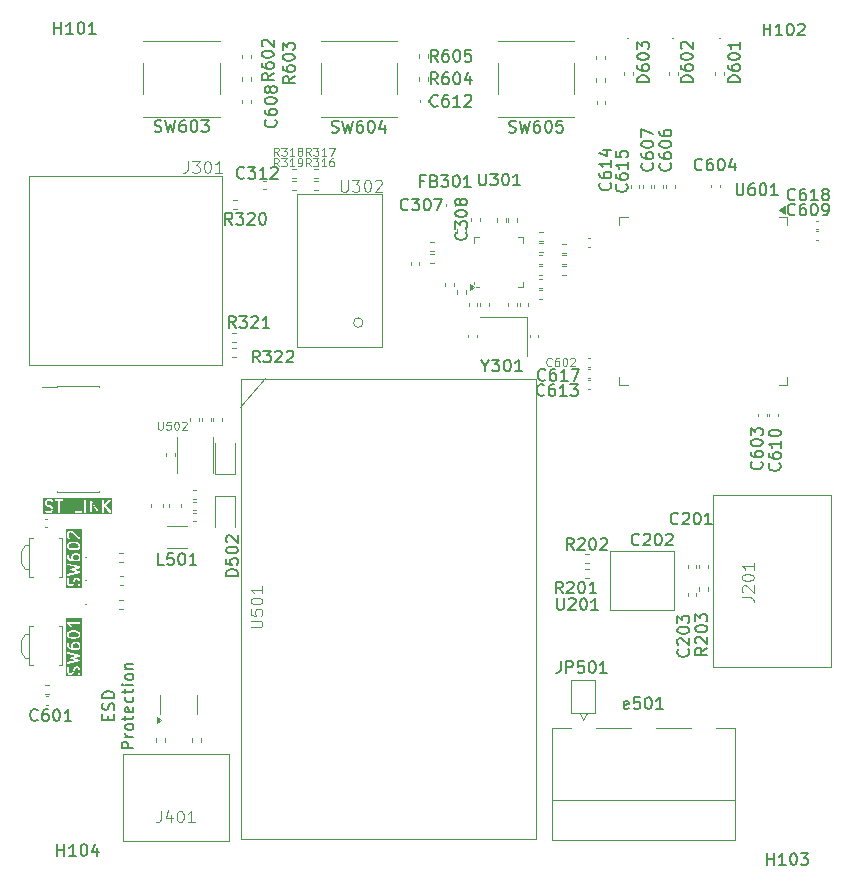
<source format=gbr>
%TF.GenerationSoftware,KiCad,Pcbnew,8.0.3-8.0.3-0~ubuntu22.04.1*%
%TF.CreationDate,2024-07-03T09:26:59+02:00*%
%TF.ProjectId,FabOS_MB,4661624f-535f-44d4-922e-6b696361645f,rev?*%
%TF.SameCoordinates,Original*%
%TF.FileFunction,Legend,Top*%
%TF.FilePolarity,Positive*%
%FSLAX46Y46*%
G04 Gerber Fmt 4.6, Leading zero omitted, Abs format (unit mm)*
G04 Created by KiCad (PCBNEW 8.0.3-8.0.3-0~ubuntu22.04.1) date 2024-07-03 09:26:59*
%MOMM*%
%LPD*%
G01*
G04 APERTURE LIST*
%ADD10C,0.150000*%
%ADD11C,0.100000*%
%ADD12C,0.120000*%
G04 APERTURE END LIST*
D10*
X102776037Y-153790475D02*
X102776037Y-153457142D01*
X103299847Y-153314285D02*
X103299847Y-153790475D01*
X103299847Y-153790475D02*
X102299847Y-153790475D01*
X102299847Y-153790475D02*
X102299847Y-153314285D01*
X103252228Y-152933332D02*
X103299847Y-152790475D01*
X103299847Y-152790475D02*
X103299847Y-152552380D01*
X103299847Y-152552380D02*
X103252228Y-152457142D01*
X103252228Y-152457142D02*
X103204608Y-152409523D01*
X103204608Y-152409523D02*
X103109370Y-152361904D01*
X103109370Y-152361904D02*
X103014132Y-152361904D01*
X103014132Y-152361904D02*
X102918894Y-152409523D01*
X102918894Y-152409523D02*
X102871275Y-152457142D01*
X102871275Y-152457142D02*
X102823656Y-152552380D01*
X102823656Y-152552380D02*
X102776037Y-152742856D01*
X102776037Y-152742856D02*
X102728418Y-152838094D01*
X102728418Y-152838094D02*
X102680799Y-152885713D01*
X102680799Y-152885713D02*
X102585561Y-152933332D01*
X102585561Y-152933332D02*
X102490323Y-152933332D01*
X102490323Y-152933332D02*
X102395085Y-152885713D01*
X102395085Y-152885713D02*
X102347466Y-152838094D01*
X102347466Y-152838094D02*
X102299847Y-152742856D01*
X102299847Y-152742856D02*
X102299847Y-152504761D01*
X102299847Y-152504761D02*
X102347466Y-152361904D01*
X103299847Y-151933332D02*
X102299847Y-151933332D01*
X102299847Y-151933332D02*
X102299847Y-151695237D01*
X102299847Y-151695237D02*
X102347466Y-151552380D01*
X102347466Y-151552380D02*
X102442704Y-151457142D01*
X102442704Y-151457142D02*
X102537942Y-151409523D01*
X102537942Y-151409523D02*
X102728418Y-151361904D01*
X102728418Y-151361904D02*
X102871275Y-151361904D01*
X102871275Y-151361904D02*
X103061751Y-151409523D01*
X103061751Y-151409523D02*
X103156989Y-151457142D01*
X103156989Y-151457142D02*
X103252228Y-151552380D01*
X103252228Y-151552380D02*
X103299847Y-151695237D01*
X103299847Y-151695237D02*
X103299847Y-151933332D01*
X104909791Y-156195238D02*
X103909791Y-156195238D01*
X103909791Y-156195238D02*
X103909791Y-155814286D01*
X103909791Y-155814286D02*
X103957410Y-155719048D01*
X103957410Y-155719048D02*
X104005029Y-155671429D01*
X104005029Y-155671429D02*
X104100267Y-155623810D01*
X104100267Y-155623810D02*
X104243124Y-155623810D01*
X104243124Y-155623810D02*
X104338362Y-155671429D01*
X104338362Y-155671429D02*
X104385981Y-155719048D01*
X104385981Y-155719048D02*
X104433600Y-155814286D01*
X104433600Y-155814286D02*
X104433600Y-156195238D01*
X104909791Y-155195238D02*
X104243124Y-155195238D01*
X104433600Y-155195238D02*
X104338362Y-155147619D01*
X104338362Y-155147619D02*
X104290743Y-155100000D01*
X104290743Y-155100000D02*
X104243124Y-155004762D01*
X104243124Y-155004762D02*
X104243124Y-154909524D01*
X104909791Y-154433333D02*
X104862172Y-154528571D01*
X104862172Y-154528571D02*
X104814552Y-154576190D01*
X104814552Y-154576190D02*
X104719314Y-154623809D01*
X104719314Y-154623809D02*
X104433600Y-154623809D01*
X104433600Y-154623809D02*
X104338362Y-154576190D01*
X104338362Y-154576190D02*
X104290743Y-154528571D01*
X104290743Y-154528571D02*
X104243124Y-154433333D01*
X104243124Y-154433333D02*
X104243124Y-154290476D01*
X104243124Y-154290476D02*
X104290743Y-154195238D01*
X104290743Y-154195238D02*
X104338362Y-154147619D01*
X104338362Y-154147619D02*
X104433600Y-154100000D01*
X104433600Y-154100000D02*
X104719314Y-154100000D01*
X104719314Y-154100000D02*
X104814552Y-154147619D01*
X104814552Y-154147619D02*
X104862172Y-154195238D01*
X104862172Y-154195238D02*
X104909791Y-154290476D01*
X104909791Y-154290476D02*
X104909791Y-154433333D01*
X104243124Y-153814285D02*
X104243124Y-153433333D01*
X103909791Y-153671428D02*
X104766933Y-153671428D01*
X104766933Y-153671428D02*
X104862172Y-153623809D01*
X104862172Y-153623809D02*
X104909791Y-153528571D01*
X104909791Y-153528571D02*
X104909791Y-153433333D01*
X104862172Y-152719047D02*
X104909791Y-152814285D01*
X104909791Y-152814285D02*
X104909791Y-153004761D01*
X104909791Y-153004761D02*
X104862172Y-153099999D01*
X104862172Y-153099999D02*
X104766933Y-153147618D01*
X104766933Y-153147618D02*
X104385981Y-153147618D01*
X104385981Y-153147618D02*
X104290743Y-153099999D01*
X104290743Y-153099999D02*
X104243124Y-153004761D01*
X104243124Y-153004761D02*
X104243124Y-152814285D01*
X104243124Y-152814285D02*
X104290743Y-152719047D01*
X104290743Y-152719047D02*
X104385981Y-152671428D01*
X104385981Y-152671428D02*
X104481219Y-152671428D01*
X104481219Y-152671428D02*
X104576457Y-153147618D01*
X104862172Y-151814285D02*
X104909791Y-151909523D01*
X104909791Y-151909523D02*
X104909791Y-152099999D01*
X104909791Y-152099999D02*
X104862172Y-152195237D01*
X104862172Y-152195237D02*
X104814552Y-152242856D01*
X104814552Y-152242856D02*
X104719314Y-152290475D01*
X104719314Y-152290475D02*
X104433600Y-152290475D01*
X104433600Y-152290475D02*
X104338362Y-152242856D01*
X104338362Y-152242856D02*
X104290743Y-152195237D01*
X104290743Y-152195237D02*
X104243124Y-152099999D01*
X104243124Y-152099999D02*
X104243124Y-151909523D01*
X104243124Y-151909523D02*
X104290743Y-151814285D01*
X104243124Y-151528570D02*
X104243124Y-151147618D01*
X103909791Y-151385713D02*
X104766933Y-151385713D01*
X104766933Y-151385713D02*
X104862172Y-151338094D01*
X104862172Y-151338094D02*
X104909791Y-151242856D01*
X104909791Y-151242856D02*
X104909791Y-151147618D01*
X104909791Y-150814284D02*
X104243124Y-150814284D01*
X103909791Y-150814284D02*
X103957410Y-150861903D01*
X103957410Y-150861903D02*
X104005029Y-150814284D01*
X104005029Y-150814284D02*
X103957410Y-150766665D01*
X103957410Y-150766665D02*
X103909791Y-150814284D01*
X103909791Y-150814284D02*
X104005029Y-150814284D01*
X104909791Y-150195237D02*
X104862172Y-150290475D01*
X104862172Y-150290475D02*
X104814552Y-150338094D01*
X104814552Y-150338094D02*
X104719314Y-150385713D01*
X104719314Y-150385713D02*
X104433600Y-150385713D01*
X104433600Y-150385713D02*
X104338362Y-150338094D01*
X104338362Y-150338094D02*
X104290743Y-150290475D01*
X104290743Y-150290475D02*
X104243124Y-150195237D01*
X104243124Y-150195237D02*
X104243124Y-150052380D01*
X104243124Y-150052380D02*
X104290743Y-149957142D01*
X104290743Y-149957142D02*
X104338362Y-149909523D01*
X104338362Y-149909523D02*
X104433600Y-149861904D01*
X104433600Y-149861904D02*
X104719314Y-149861904D01*
X104719314Y-149861904D02*
X104814552Y-149909523D01*
X104814552Y-149909523D02*
X104862172Y-149957142D01*
X104862172Y-149957142D02*
X104909791Y-150052380D01*
X104909791Y-150052380D02*
X104909791Y-150195237D01*
X104243124Y-149433332D02*
X104909791Y-149433332D01*
X104338362Y-149433332D02*
X104290743Y-149385713D01*
X104290743Y-149385713D02*
X104243124Y-149290475D01*
X104243124Y-149290475D02*
X104243124Y-149147618D01*
X104243124Y-149147618D02*
X104290743Y-149052380D01*
X104290743Y-149052380D02*
X104385981Y-149004761D01*
X104385981Y-149004761D02*
X104909791Y-149004761D01*
G36*
X103103731Y-136355930D02*
G01*
X97303049Y-136355930D01*
X97303049Y-135360295D01*
X97414160Y-135360295D01*
X97415265Y-135444601D01*
X97414749Y-135446152D01*
X97415407Y-135455421D01*
X97415601Y-135470165D01*
X97416632Y-135472654D01*
X97416823Y-135475342D01*
X97422078Y-135489074D01*
X97470770Y-135583630D01*
X97474419Y-135592439D01*
X97476801Y-135595341D01*
X97477529Y-135596755D01*
X97479027Y-135598054D01*
X97483746Y-135603804D01*
X97532781Y-135651145D01*
X97538414Y-135657640D01*
X97541559Y-135659619D01*
X97542730Y-135660750D01*
X97544557Y-135661507D01*
X97550857Y-135665472D01*
X97642089Y-135709740D01*
X97647600Y-135713823D01*
X97658615Y-135717758D01*
X97659826Y-135718346D01*
X97660366Y-135718384D01*
X97661446Y-135718770D01*
X97838929Y-135761854D01*
X97918946Y-135800680D01*
X97950273Y-135830924D01*
X97985795Y-135899905D01*
X97986584Y-135960066D01*
X97953536Y-136028175D01*
X97923290Y-136059504D01*
X97854540Y-136094907D01*
X97647759Y-136096086D01*
X97498540Y-136047789D01*
X97469350Y-136049864D01*
X97443177Y-136062950D01*
X97424003Y-136085057D01*
X97414749Y-136112820D01*
X97416824Y-136142010D01*
X97429910Y-136168183D01*
X97452017Y-136187357D01*
X97465443Y-136193351D01*
X97608024Y-136239500D01*
X97617385Y-136243378D01*
X97621148Y-136243748D01*
X97622636Y-136244230D01*
X97624610Y-136244089D01*
X97632017Y-136244819D01*
X97858621Y-136243526D01*
X97860731Y-136244230D01*
X97871673Y-136243452D01*
X97884744Y-136243378D01*
X97887233Y-136242346D01*
X97889921Y-136242156D01*
X97903653Y-136236901D01*
X97998207Y-136188209D01*
X98007018Y-136184560D01*
X98009920Y-136182177D01*
X98011334Y-136181450D01*
X98012634Y-136179950D01*
X98018384Y-136175232D01*
X98065725Y-136126195D01*
X98072219Y-136120564D01*
X98074198Y-136117418D01*
X98075330Y-136116247D01*
X98076087Y-136114417D01*
X98080051Y-136108121D01*
X98121726Y-136022231D01*
X98122948Y-136021010D01*
X98126617Y-136012150D01*
X98132925Y-135999152D01*
X98133116Y-135996462D01*
X98134147Y-135993974D01*
X98135588Y-135979342D01*
X98134482Y-135895034D01*
X98134999Y-135893484D01*
X98134340Y-135884213D01*
X98134147Y-135869472D01*
X98133116Y-135866983D01*
X98132925Y-135864294D01*
X98127670Y-135850563D01*
X98078978Y-135756008D01*
X98075329Y-135747198D01*
X98072946Y-135744295D01*
X98072219Y-135742882D01*
X98070720Y-135741582D01*
X98066002Y-135735833D01*
X98016966Y-135688491D01*
X98011334Y-135681997D01*
X98008188Y-135680017D01*
X98007018Y-135678887D01*
X98005190Y-135678129D01*
X97998891Y-135674165D01*
X97907659Y-135629898D01*
X97902148Y-135625814D01*
X97891128Y-135621876D01*
X97889921Y-135621291D01*
X97889381Y-135621252D01*
X97888302Y-135620867D01*
X97710818Y-135577782D01*
X97630802Y-135538957D01*
X97599474Y-135508712D01*
X97563952Y-135439731D01*
X97563163Y-135379570D01*
X97596212Y-135311460D01*
X97626456Y-135280133D01*
X97695207Y-135244730D01*
X97901988Y-135243551D01*
X98051207Y-135291849D01*
X98080397Y-135289774D01*
X98106571Y-135276688D01*
X98125745Y-135254580D01*
X98134999Y-135226818D01*
X98132924Y-135197628D01*
X98119837Y-135171455D01*
X98101081Y-135155187D01*
X98272744Y-135155187D01*
X98272744Y-135184451D01*
X98283943Y-135211487D01*
X98304635Y-135232179D01*
X98331671Y-135243378D01*
X98346303Y-135244819D01*
X98557122Y-135244300D01*
X98558458Y-136184451D01*
X98569657Y-136211487D01*
X98590349Y-136232179D01*
X98617385Y-136243378D01*
X98646649Y-136243378D01*
X98673685Y-136232179D01*
X98694377Y-136211487D01*
X98705576Y-136184451D01*
X98707017Y-136169819D01*
X98705702Y-135243935D01*
X98932363Y-135243378D01*
X98959399Y-135232179D01*
X98980091Y-135211487D01*
X98991290Y-135184451D01*
X98991290Y-135169819D01*
X99937970Y-135169819D01*
X99939411Y-136184451D01*
X99950610Y-136211487D01*
X99971302Y-136232179D01*
X99998338Y-136243378D01*
X100012970Y-136244819D01*
X100503792Y-136243378D01*
X100530828Y-136232179D01*
X100551520Y-136211487D01*
X100562719Y-136184451D01*
X100562719Y-136155187D01*
X100551520Y-136128151D01*
X100530828Y-136107459D01*
X100503792Y-136096260D01*
X100489160Y-136094819D01*
X100087865Y-136095997D01*
X100086550Y-135169819D01*
X100747494Y-135169819D01*
X100748935Y-136184451D01*
X100760134Y-136211487D01*
X100780826Y-136232179D01*
X100807862Y-136243378D01*
X100837126Y-136243378D01*
X100864162Y-136232179D01*
X100884854Y-136211487D01*
X100896053Y-136184451D01*
X100897494Y-136169819D01*
X100896074Y-135169819D01*
X101223684Y-135169819D01*
X101225125Y-136184451D01*
X101236324Y-136211487D01*
X101257016Y-136232179D01*
X101284052Y-136243378D01*
X101313316Y-136243378D01*
X101340352Y-136232179D01*
X101361044Y-136211487D01*
X101372243Y-136184451D01*
X101373684Y-136169819D01*
X101372661Y-135449749D01*
X101804008Y-136202448D01*
X101807752Y-136211487D01*
X101811114Y-136214849D01*
X101813504Y-136219019D01*
X101821392Y-136225127D01*
X101828444Y-136232179D01*
X101832862Y-136234009D01*
X101836642Y-136236936D01*
X101846263Y-136239560D01*
X101855480Y-136243378D01*
X101860261Y-136243378D01*
X101864873Y-136244636D01*
X101874770Y-136243378D01*
X101884744Y-136243378D01*
X101889159Y-136241548D01*
X101893903Y-136240946D01*
X101902567Y-136235995D01*
X101911780Y-136232179D01*
X101915158Y-136228800D01*
X101919312Y-136226427D01*
X101925421Y-136218537D01*
X101932472Y-136211487D01*
X101934301Y-136207070D01*
X101937229Y-136203290D01*
X101939853Y-136193666D01*
X101943671Y-136184451D01*
X101944407Y-136176968D01*
X101944929Y-136175058D01*
X101944741Y-136173582D01*
X101945112Y-136169819D01*
X101943692Y-135169819D01*
X102271303Y-135169819D01*
X102272744Y-136184451D01*
X102283943Y-136211487D01*
X102304635Y-136232179D01*
X102331671Y-136243378D01*
X102360935Y-136243378D01*
X102387971Y-136232179D01*
X102408663Y-136211487D01*
X102419862Y-136184451D01*
X102421303Y-136169819D01*
X102420739Y-135772801D01*
X102481044Y-135712284D01*
X102867663Y-136225660D01*
X102892844Y-136240570D01*
X102921813Y-136244708D01*
X102950161Y-136237446D01*
X102973572Y-136219887D01*
X102988481Y-136194706D01*
X102992620Y-136165738D01*
X102985358Y-136137389D01*
X102977731Y-136124819D01*
X102586988Y-135605968D01*
X102980091Y-135211487D01*
X102991290Y-135184451D01*
X102991290Y-135155188D01*
X102980091Y-135128151D01*
X102959399Y-135107459D01*
X102932362Y-135096260D01*
X102903099Y-135096260D01*
X102876063Y-135107459D01*
X102864698Y-135116786D01*
X102438670Y-135544308D01*
X102433319Y-135548322D01*
X102431339Y-135551665D01*
X102420440Y-135562602D01*
X102419862Y-135155187D01*
X102408663Y-135128151D01*
X102387971Y-135107459D01*
X102360935Y-135096260D01*
X102331671Y-135096260D01*
X102304635Y-135107459D01*
X102283943Y-135128151D01*
X102272744Y-135155187D01*
X102271303Y-135169819D01*
X101943692Y-135169819D01*
X101943671Y-135155187D01*
X101932472Y-135128151D01*
X101911780Y-135107459D01*
X101884744Y-135096260D01*
X101855480Y-135096260D01*
X101828444Y-135107459D01*
X101807752Y-135128151D01*
X101796553Y-135155187D01*
X101795112Y-135169819D01*
X101796134Y-135889888D01*
X101364787Y-135137189D01*
X101361044Y-135128151D01*
X101357681Y-135124788D01*
X101355292Y-135120619D01*
X101347402Y-135114509D01*
X101340352Y-135107459D01*
X101335935Y-135105629D01*
X101332155Y-135102702D01*
X101322531Y-135100077D01*
X101313316Y-135096260D01*
X101308535Y-135096260D01*
X101303923Y-135095002D01*
X101294026Y-135096260D01*
X101284052Y-135096260D01*
X101279636Y-135098089D01*
X101274893Y-135098692D01*
X101266228Y-135103642D01*
X101257016Y-135107459D01*
X101253637Y-135110837D01*
X101249484Y-135113211D01*
X101243374Y-135121100D01*
X101236324Y-135128151D01*
X101234494Y-135132567D01*
X101231567Y-135136348D01*
X101228942Y-135145971D01*
X101225125Y-135155187D01*
X101224388Y-135162669D01*
X101223867Y-135164580D01*
X101224054Y-135166055D01*
X101223684Y-135169819D01*
X100896074Y-135169819D01*
X100896053Y-135155187D01*
X100884854Y-135128151D01*
X100864162Y-135107459D01*
X100837126Y-135096260D01*
X100807862Y-135096260D01*
X100780826Y-135107459D01*
X100760134Y-135128151D01*
X100748935Y-135155187D01*
X100747494Y-135169819D01*
X100086550Y-135169819D01*
X100086529Y-135155187D01*
X100075330Y-135128151D01*
X100054638Y-135107459D01*
X100027602Y-135096260D01*
X99998338Y-135096260D01*
X99971302Y-135107459D01*
X99950610Y-135128151D01*
X99939411Y-135155187D01*
X99937970Y-135169819D01*
X98991290Y-135169819D01*
X98991290Y-135155187D01*
X98980091Y-135128151D01*
X98959399Y-135107459D01*
X98932363Y-135096260D01*
X98917731Y-135094819D01*
X98331671Y-135096260D01*
X98304635Y-135107459D01*
X98283943Y-135128151D01*
X98272744Y-135155187D01*
X98101081Y-135155187D01*
X98097730Y-135152281D01*
X98084305Y-135146287D01*
X97941726Y-135100138D01*
X97932363Y-135096260D01*
X97928597Y-135095889D01*
X97927111Y-135095408D01*
X97925136Y-135095548D01*
X97917731Y-135094819D01*
X97691125Y-135096111D01*
X97689016Y-135095408D01*
X97678073Y-135096185D01*
X97665004Y-135096260D01*
X97662515Y-135097290D01*
X97659826Y-135097482D01*
X97646095Y-135102737D01*
X97551540Y-135151428D01*
X97542730Y-135155078D01*
X97539827Y-135157460D01*
X97538414Y-135158188D01*
X97537114Y-135159686D01*
X97531365Y-135164405D01*
X97484023Y-135213440D01*
X97477529Y-135219073D01*
X97475549Y-135222218D01*
X97474419Y-135223389D01*
X97473661Y-135225216D01*
X97469697Y-135231516D01*
X97428022Y-135317404D01*
X97426800Y-135318627D01*
X97423127Y-135327492D01*
X97416823Y-135340486D01*
X97416632Y-135343173D01*
X97415601Y-135345663D01*
X97414160Y-135360295D01*
X97303049Y-135360295D01*
X97303049Y-134983708D01*
X103103731Y-134983708D01*
X103103731Y-136355930D01*
G37*
D11*
X122485714Y-108057419D02*
X122485714Y-108866942D01*
X122485714Y-108866942D02*
X122533333Y-108962180D01*
X122533333Y-108962180D02*
X122580952Y-109009800D01*
X122580952Y-109009800D02*
X122676190Y-109057419D01*
X122676190Y-109057419D02*
X122866666Y-109057419D01*
X122866666Y-109057419D02*
X122961904Y-109009800D01*
X122961904Y-109009800D02*
X123009523Y-108962180D01*
X123009523Y-108962180D02*
X123057142Y-108866942D01*
X123057142Y-108866942D02*
X123057142Y-108057419D01*
X123438095Y-108057419D02*
X124057142Y-108057419D01*
X124057142Y-108057419D02*
X123723809Y-108438371D01*
X123723809Y-108438371D02*
X123866666Y-108438371D01*
X123866666Y-108438371D02*
X123961904Y-108485990D01*
X123961904Y-108485990D02*
X124009523Y-108533609D01*
X124009523Y-108533609D02*
X124057142Y-108628847D01*
X124057142Y-108628847D02*
X124057142Y-108866942D01*
X124057142Y-108866942D02*
X124009523Y-108962180D01*
X124009523Y-108962180D02*
X123961904Y-109009800D01*
X123961904Y-109009800D02*
X123866666Y-109057419D01*
X123866666Y-109057419D02*
X123580952Y-109057419D01*
X123580952Y-109057419D02*
X123485714Y-109009800D01*
X123485714Y-109009800D02*
X123438095Y-108962180D01*
X124676190Y-108057419D02*
X124771428Y-108057419D01*
X124771428Y-108057419D02*
X124866666Y-108105038D01*
X124866666Y-108105038D02*
X124914285Y-108152657D01*
X124914285Y-108152657D02*
X124961904Y-108247895D01*
X124961904Y-108247895D02*
X125009523Y-108438371D01*
X125009523Y-108438371D02*
X125009523Y-108676466D01*
X125009523Y-108676466D02*
X124961904Y-108866942D01*
X124961904Y-108866942D02*
X124914285Y-108962180D01*
X124914285Y-108962180D02*
X124866666Y-109009800D01*
X124866666Y-109009800D02*
X124771428Y-109057419D01*
X124771428Y-109057419D02*
X124676190Y-109057419D01*
X124676190Y-109057419D02*
X124580952Y-109009800D01*
X124580952Y-109009800D02*
X124533333Y-108962180D01*
X124533333Y-108962180D02*
X124485714Y-108866942D01*
X124485714Y-108866942D02*
X124438095Y-108676466D01*
X124438095Y-108676466D02*
X124438095Y-108438371D01*
X124438095Y-108438371D02*
X124485714Y-108247895D01*
X124485714Y-108247895D02*
X124533333Y-108152657D01*
X124533333Y-108152657D02*
X124580952Y-108105038D01*
X124580952Y-108105038D02*
X124676190Y-108057419D01*
X125390476Y-108152657D02*
X125438095Y-108105038D01*
X125438095Y-108105038D02*
X125533333Y-108057419D01*
X125533333Y-108057419D02*
X125771428Y-108057419D01*
X125771428Y-108057419D02*
X125866666Y-108105038D01*
X125866666Y-108105038D02*
X125914285Y-108152657D01*
X125914285Y-108152657D02*
X125961904Y-108247895D01*
X125961904Y-108247895D02*
X125961904Y-108343133D01*
X125961904Y-108343133D02*
X125914285Y-108485990D01*
X125914285Y-108485990D02*
X125342857Y-109057419D01*
X125342857Y-109057419D02*
X125961904Y-109057419D01*
D10*
X159617580Y-132056047D02*
X159665200Y-132103666D01*
X159665200Y-132103666D02*
X159712819Y-132246523D01*
X159712819Y-132246523D02*
X159712819Y-132341761D01*
X159712819Y-132341761D02*
X159665200Y-132484618D01*
X159665200Y-132484618D02*
X159569961Y-132579856D01*
X159569961Y-132579856D02*
X159474723Y-132627475D01*
X159474723Y-132627475D02*
X159284247Y-132675094D01*
X159284247Y-132675094D02*
X159141390Y-132675094D01*
X159141390Y-132675094D02*
X158950914Y-132627475D01*
X158950914Y-132627475D02*
X158855676Y-132579856D01*
X158855676Y-132579856D02*
X158760438Y-132484618D01*
X158760438Y-132484618D02*
X158712819Y-132341761D01*
X158712819Y-132341761D02*
X158712819Y-132246523D01*
X158712819Y-132246523D02*
X158760438Y-132103666D01*
X158760438Y-132103666D02*
X158808057Y-132056047D01*
X158712819Y-131198904D02*
X158712819Y-131389380D01*
X158712819Y-131389380D02*
X158760438Y-131484618D01*
X158760438Y-131484618D02*
X158808057Y-131532237D01*
X158808057Y-131532237D02*
X158950914Y-131627475D01*
X158950914Y-131627475D02*
X159141390Y-131675094D01*
X159141390Y-131675094D02*
X159522342Y-131675094D01*
X159522342Y-131675094D02*
X159617580Y-131627475D01*
X159617580Y-131627475D02*
X159665200Y-131579856D01*
X159665200Y-131579856D02*
X159712819Y-131484618D01*
X159712819Y-131484618D02*
X159712819Y-131294142D01*
X159712819Y-131294142D02*
X159665200Y-131198904D01*
X159665200Y-131198904D02*
X159617580Y-131151285D01*
X159617580Y-131151285D02*
X159522342Y-131103666D01*
X159522342Y-131103666D02*
X159284247Y-131103666D01*
X159284247Y-131103666D02*
X159189009Y-131151285D01*
X159189009Y-131151285D02*
X159141390Y-131198904D01*
X159141390Y-131198904D02*
X159093771Y-131294142D01*
X159093771Y-131294142D02*
X159093771Y-131484618D01*
X159093771Y-131484618D02*
X159141390Y-131579856D01*
X159141390Y-131579856D02*
X159189009Y-131627475D01*
X159189009Y-131627475D02*
X159284247Y-131675094D01*
X159712819Y-130151285D02*
X159712819Y-130722713D01*
X159712819Y-130436999D02*
X158712819Y-130436999D01*
X158712819Y-130436999D02*
X158855676Y-130532237D01*
X158855676Y-130532237D02*
X158950914Y-130627475D01*
X158950914Y-130627475D02*
X158998533Y-130722713D01*
X158712819Y-129532237D02*
X158712819Y-129436999D01*
X158712819Y-129436999D02*
X158760438Y-129341761D01*
X158760438Y-129341761D02*
X158808057Y-129294142D01*
X158808057Y-129294142D02*
X158903295Y-129246523D01*
X158903295Y-129246523D02*
X159093771Y-129198904D01*
X159093771Y-129198904D02*
X159331866Y-129198904D01*
X159331866Y-129198904D02*
X159522342Y-129246523D01*
X159522342Y-129246523D02*
X159617580Y-129294142D01*
X159617580Y-129294142D02*
X159665200Y-129341761D01*
X159665200Y-129341761D02*
X159712819Y-129436999D01*
X159712819Y-129436999D02*
X159712819Y-129532237D01*
X159712819Y-129532237D02*
X159665200Y-129627475D01*
X159665200Y-129627475D02*
X159617580Y-129675094D01*
X159617580Y-129675094D02*
X159522342Y-129722713D01*
X159522342Y-129722713D02*
X159331866Y-129770332D01*
X159331866Y-129770332D02*
X159093771Y-129770332D01*
X159093771Y-129770332D02*
X158903295Y-129722713D01*
X158903295Y-129722713D02*
X158808057Y-129675094D01*
X158808057Y-129675094D02*
X158760438Y-129627475D01*
X158760438Y-129627475D02*
X158712819Y-129532237D01*
X133069580Y-112509047D02*
X133117200Y-112556666D01*
X133117200Y-112556666D02*
X133164819Y-112699523D01*
X133164819Y-112699523D02*
X133164819Y-112794761D01*
X133164819Y-112794761D02*
X133117200Y-112937618D01*
X133117200Y-112937618D02*
X133021961Y-113032856D01*
X133021961Y-113032856D02*
X132926723Y-113080475D01*
X132926723Y-113080475D02*
X132736247Y-113128094D01*
X132736247Y-113128094D02*
X132593390Y-113128094D01*
X132593390Y-113128094D02*
X132402914Y-113080475D01*
X132402914Y-113080475D02*
X132307676Y-113032856D01*
X132307676Y-113032856D02*
X132212438Y-112937618D01*
X132212438Y-112937618D02*
X132164819Y-112794761D01*
X132164819Y-112794761D02*
X132164819Y-112699523D01*
X132164819Y-112699523D02*
X132212438Y-112556666D01*
X132212438Y-112556666D02*
X132260057Y-112509047D01*
X132164819Y-112175713D02*
X132164819Y-111556666D01*
X132164819Y-111556666D02*
X132545771Y-111889999D01*
X132545771Y-111889999D02*
X132545771Y-111747142D01*
X132545771Y-111747142D02*
X132593390Y-111651904D01*
X132593390Y-111651904D02*
X132641009Y-111604285D01*
X132641009Y-111604285D02*
X132736247Y-111556666D01*
X132736247Y-111556666D02*
X132974342Y-111556666D01*
X132974342Y-111556666D02*
X133069580Y-111604285D01*
X133069580Y-111604285D02*
X133117200Y-111651904D01*
X133117200Y-111651904D02*
X133164819Y-111747142D01*
X133164819Y-111747142D02*
X133164819Y-112032856D01*
X133164819Y-112032856D02*
X133117200Y-112128094D01*
X133117200Y-112128094D02*
X133069580Y-112175713D01*
X132164819Y-110937618D02*
X132164819Y-110842380D01*
X132164819Y-110842380D02*
X132212438Y-110747142D01*
X132212438Y-110747142D02*
X132260057Y-110699523D01*
X132260057Y-110699523D02*
X132355295Y-110651904D01*
X132355295Y-110651904D02*
X132545771Y-110604285D01*
X132545771Y-110604285D02*
X132783866Y-110604285D01*
X132783866Y-110604285D02*
X132974342Y-110651904D01*
X132974342Y-110651904D02*
X133069580Y-110699523D01*
X133069580Y-110699523D02*
X133117200Y-110747142D01*
X133117200Y-110747142D02*
X133164819Y-110842380D01*
X133164819Y-110842380D02*
X133164819Y-110937618D01*
X133164819Y-110937618D02*
X133117200Y-111032856D01*
X133117200Y-111032856D02*
X133069580Y-111080475D01*
X133069580Y-111080475D02*
X132974342Y-111128094D01*
X132974342Y-111128094D02*
X132783866Y-111175713D01*
X132783866Y-111175713D02*
X132545771Y-111175713D01*
X132545771Y-111175713D02*
X132355295Y-111128094D01*
X132355295Y-111128094D02*
X132260057Y-111080475D01*
X132260057Y-111080475D02*
X132212438Y-111032856D01*
X132212438Y-111032856D02*
X132164819Y-110937618D01*
X132593390Y-110032856D02*
X132545771Y-110128094D01*
X132545771Y-110128094D02*
X132498152Y-110175713D01*
X132498152Y-110175713D02*
X132402914Y-110223332D01*
X132402914Y-110223332D02*
X132355295Y-110223332D01*
X132355295Y-110223332D02*
X132260057Y-110175713D01*
X132260057Y-110175713D02*
X132212438Y-110128094D01*
X132212438Y-110128094D02*
X132164819Y-110032856D01*
X132164819Y-110032856D02*
X132164819Y-109842380D01*
X132164819Y-109842380D02*
X132212438Y-109747142D01*
X132212438Y-109747142D02*
X132260057Y-109699523D01*
X132260057Y-109699523D02*
X132355295Y-109651904D01*
X132355295Y-109651904D02*
X132402914Y-109651904D01*
X132402914Y-109651904D02*
X132498152Y-109699523D01*
X132498152Y-109699523D02*
X132545771Y-109747142D01*
X132545771Y-109747142D02*
X132593390Y-109842380D01*
X132593390Y-109842380D02*
X132593390Y-110032856D01*
X132593390Y-110032856D02*
X132641009Y-110128094D01*
X132641009Y-110128094D02*
X132688628Y-110175713D01*
X132688628Y-110175713D02*
X132783866Y-110223332D01*
X132783866Y-110223332D02*
X132974342Y-110223332D01*
X132974342Y-110223332D02*
X133069580Y-110175713D01*
X133069580Y-110175713D02*
X133117200Y-110128094D01*
X133117200Y-110128094D02*
X133164819Y-110032856D01*
X133164819Y-110032856D02*
X133164819Y-109842380D01*
X133164819Y-109842380D02*
X133117200Y-109747142D01*
X133117200Y-109747142D02*
X133069580Y-109699523D01*
X133069580Y-109699523D02*
X132974342Y-109651904D01*
X132974342Y-109651904D02*
X132783866Y-109651904D01*
X132783866Y-109651904D02*
X132688628Y-109699523D01*
X132688628Y-109699523D02*
X132641009Y-109747142D01*
X132641009Y-109747142D02*
X132593390Y-109842380D01*
X130680952Y-99954819D02*
X130347619Y-99478628D01*
X130109524Y-99954819D02*
X130109524Y-98954819D01*
X130109524Y-98954819D02*
X130490476Y-98954819D01*
X130490476Y-98954819D02*
X130585714Y-99002438D01*
X130585714Y-99002438D02*
X130633333Y-99050057D01*
X130633333Y-99050057D02*
X130680952Y-99145295D01*
X130680952Y-99145295D02*
X130680952Y-99288152D01*
X130680952Y-99288152D02*
X130633333Y-99383390D01*
X130633333Y-99383390D02*
X130585714Y-99431009D01*
X130585714Y-99431009D02*
X130490476Y-99478628D01*
X130490476Y-99478628D02*
X130109524Y-99478628D01*
X131538095Y-98954819D02*
X131347619Y-98954819D01*
X131347619Y-98954819D02*
X131252381Y-99002438D01*
X131252381Y-99002438D02*
X131204762Y-99050057D01*
X131204762Y-99050057D02*
X131109524Y-99192914D01*
X131109524Y-99192914D02*
X131061905Y-99383390D01*
X131061905Y-99383390D02*
X131061905Y-99764342D01*
X131061905Y-99764342D02*
X131109524Y-99859580D01*
X131109524Y-99859580D02*
X131157143Y-99907200D01*
X131157143Y-99907200D02*
X131252381Y-99954819D01*
X131252381Y-99954819D02*
X131442857Y-99954819D01*
X131442857Y-99954819D02*
X131538095Y-99907200D01*
X131538095Y-99907200D02*
X131585714Y-99859580D01*
X131585714Y-99859580D02*
X131633333Y-99764342D01*
X131633333Y-99764342D02*
X131633333Y-99526247D01*
X131633333Y-99526247D02*
X131585714Y-99431009D01*
X131585714Y-99431009D02*
X131538095Y-99383390D01*
X131538095Y-99383390D02*
X131442857Y-99335771D01*
X131442857Y-99335771D02*
X131252381Y-99335771D01*
X131252381Y-99335771D02*
X131157143Y-99383390D01*
X131157143Y-99383390D02*
X131109524Y-99431009D01*
X131109524Y-99431009D02*
X131061905Y-99526247D01*
X132252381Y-98954819D02*
X132347619Y-98954819D01*
X132347619Y-98954819D02*
X132442857Y-99002438D01*
X132442857Y-99002438D02*
X132490476Y-99050057D01*
X132490476Y-99050057D02*
X132538095Y-99145295D01*
X132538095Y-99145295D02*
X132585714Y-99335771D01*
X132585714Y-99335771D02*
X132585714Y-99573866D01*
X132585714Y-99573866D02*
X132538095Y-99764342D01*
X132538095Y-99764342D02*
X132490476Y-99859580D01*
X132490476Y-99859580D02*
X132442857Y-99907200D01*
X132442857Y-99907200D02*
X132347619Y-99954819D01*
X132347619Y-99954819D02*
X132252381Y-99954819D01*
X132252381Y-99954819D02*
X132157143Y-99907200D01*
X132157143Y-99907200D02*
X132109524Y-99859580D01*
X132109524Y-99859580D02*
X132061905Y-99764342D01*
X132061905Y-99764342D02*
X132014286Y-99573866D01*
X132014286Y-99573866D02*
X132014286Y-99335771D01*
X132014286Y-99335771D02*
X132061905Y-99145295D01*
X132061905Y-99145295D02*
X132109524Y-99050057D01*
X132109524Y-99050057D02*
X132157143Y-99002438D01*
X132157143Y-99002438D02*
X132252381Y-98954819D01*
X133442857Y-99288152D02*
X133442857Y-99954819D01*
X133204762Y-98907200D02*
X132966667Y-99621485D01*
X132966667Y-99621485D02*
X133585714Y-99621485D01*
D11*
X140316666Y-123751966D02*
X140283333Y-123785300D01*
X140283333Y-123785300D02*
X140183333Y-123818633D01*
X140183333Y-123818633D02*
X140116666Y-123818633D01*
X140116666Y-123818633D02*
X140016666Y-123785300D01*
X140016666Y-123785300D02*
X139950000Y-123718633D01*
X139950000Y-123718633D02*
X139916666Y-123651966D01*
X139916666Y-123651966D02*
X139883333Y-123518633D01*
X139883333Y-123518633D02*
X139883333Y-123418633D01*
X139883333Y-123418633D02*
X139916666Y-123285300D01*
X139916666Y-123285300D02*
X139950000Y-123218633D01*
X139950000Y-123218633D02*
X140016666Y-123151966D01*
X140016666Y-123151966D02*
X140116666Y-123118633D01*
X140116666Y-123118633D02*
X140183333Y-123118633D01*
X140183333Y-123118633D02*
X140283333Y-123151966D01*
X140283333Y-123151966D02*
X140316666Y-123185300D01*
X140916666Y-123118633D02*
X140783333Y-123118633D01*
X140783333Y-123118633D02*
X140716666Y-123151966D01*
X140716666Y-123151966D02*
X140683333Y-123185300D01*
X140683333Y-123185300D02*
X140616666Y-123285300D01*
X140616666Y-123285300D02*
X140583333Y-123418633D01*
X140583333Y-123418633D02*
X140583333Y-123685300D01*
X140583333Y-123685300D02*
X140616666Y-123751966D01*
X140616666Y-123751966D02*
X140650000Y-123785300D01*
X140650000Y-123785300D02*
X140716666Y-123818633D01*
X140716666Y-123818633D02*
X140850000Y-123818633D01*
X140850000Y-123818633D02*
X140916666Y-123785300D01*
X140916666Y-123785300D02*
X140950000Y-123751966D01*
X140950000Y-123751966D02*
X140983333Y-123685300D01*
X140983333Y-123685300D02*
X140983333Y-123518633D01*
X140983333Y-123518633D02*
X140950000Y-123451966D01*
X140950000Y-123451966D02*
X140916666Y-123418633D01*
X140916666Y-123418633D02*
X140850000Y-123385300D01*
X140850000Y-123385300D02*
X140716666Y-123385300D01*
X140716666Y-123385300D02*
X140650000Y-123418633D01*
X140650000Y-123418633D02*
X140616666Y-123451966D01*
X140616666Y-123451966D02*
X140583333Y-123518633D01*
X141416667Y-123118633D02*
X141483333Y-123118633D01*
X141483333Y-123118633D02*
X141550000Y-123151966D01*
X141550000Y-123151966D02*
X141583333Y-123185300D01*
X141583333Y-123185300D02*
X141616667Y-123251966D01*
X141616667Y-123251966D02*
X141650000Y-123385300D01*
X141650000Y-123385300D02*
X141650000Y-123551966D01*
X141650000Y-123551966D02*
X141616667Y-123685300D01*
X141616667Y-123685300D02*
X141583333Y-123751966D01*
X141583333Y-123751966D02*
X141550000Y-123785300D01*
X141550000Y-123785300D02*
X141483333Y-123818633D01*
X141483333Y-123818633D02*
X141416667Y-123818633D01*
X141416667Y-123818633D02*
X141350000Y-123785300D01*
X141350000Y-123785300D02*
X141316667Y-123751966D01*
X141316667Y-123751966D02*
X141283333Y-123685300D01*
X141283333Y-123685300D02*
X141250000Y-123551966D01*
X141250000Y-123551966D02*
X141250000Y-123385300D01*
X141250000Y-123385300D02*
X141283333Y-123251966D01*
X141283333Y-123251966D02*
X141316667Y-123185300D01*
X141316667Y-123185300D02*
X141350000Y-123151966D01*
X141350000Y-123151966D02*
X141416667Y-123118633D01*
X141916667Y-123185300D02*
X141950000Y-123151966D01*
X141950000Y-123151966D02*
X142016667Y-123118633D01*
X142016667Y-123118633D02*
X142183334Y-123118633D01*
X142183334Y-123118633D02*
X142250000Y-123151966D01*
X142250000Y-123151966D02*
X142283334Y-123185300D01*
X142283334Y-123185300D02*
X142316667Y-123251966D01*
X142316667Y-123251966D02*
X142316667Y-123318633D01*
X142316667Y-123318633D02*
X142283334Y-123418633D01*
X142283334Y-123418633D02*
X141883334Y-123818633D01*
X141883334Y-123818633D02*
X142316667Y-123818633D01*
X106999999Y-128518633D02*
X106999999Y-129085300D01*
X106999999Y-129085300D02*
X107033333Y-129151966D01*
X107033333Y-129151966D02*
X107066666Y-129185300D01*
X107066666Y-129185300D02*
X107133333Y-129218633D01*
X107133333Y-129218633D02*
X107266666Y-129218633D01*
X107266666Y-129218633D02*
X107333333Y-129185300D01*
X107333333Y-129185300D02*
X107366666Y-129151966D01*
X107366666Y-129151966D02*
X107399999Y-129085300D01*
X107399999Y-129085300D02*
X107399999Y-128518633D01*
X108066666Y-128518633D02*
X107733332Y-128518633D01*
X107733332Y-128518633D02*
X107699999Y-128851966D01*
X107699999Y-128851966D02*
X107733332Y-128818633D01*
X107733332Y-128818633D02*
X107799999Y-128785300D01*
X107799999Y-128785300D02*
X107966666Y-128785300D01*
X107966666Y-128785300D02*
X108033332Y-128818633D01*
X108033332Y-128818633D02*
X108066666Y-128851966D01*
X108066666Y-128851966D02*
X108099999Y-128918633D01*
X108099999Y-128918633D02*
X108099999Y-129085300D01*
X108099999Y-129085300D02*
X108066666Y-129151966D01*
X108066666Y-129151966D02*
X108033332Y-129185300D01*
X108033332Y-129185300D02*
X107966666Y-129218633D01*
X107966666Y-129218633D02*
X107799999Y-129218633D01*
X107799999Y-129218633D02*
X107733332Y-129185300D01*
X107733332Y-129185300D02*
X107699999Y-129151966D01*
X108533333Y-128518633D02*
X108599999Y-128518633D01*
X108599999Y-128518633D02*
X108666666Y-128551966D01*
X108666666Y-128551966D02*
X108699999Y-128585300D01*
X108699999Y-128585300D02*
X108733333Y-128651966D01*
X108733333Y-128651966D02*
X108766666Y-128785300D01*
X108766666Y-128785300D02*
X108766666Y-128951966D01*
X108766666Y-128951966D02*
X108733333Y-129085300D01*
X108733333Y-129085300D02*
X108699999Y-129151966D01*
X108699999Y-129151966D02*
X108666666Y-129185300D01*
X108666666Y-129185300D02*
X108599999Y-129218633D01*
X108599999Y-129218633D02*
X108533333Y-129218633D01*
X108533333Y-129218633D02*
X108466666Y-129185300D01*
X108466666Y-129185300D02*
X108433333Y-129151966D01*
X108433333Y-129151966D02*
X108399999Y-129085300D01*
X108399999Y-129085300D02*
X108366666Y-128951966D01*
X108366666Y-128951966D02*
X108366666Y-128785300D01*
X108366666Y-128785300D02*
X108399999Y-128651966D01*
X108399999Y-128651966D02*
X108433333Y-128585300D01*
X108433333Y-128585300D02*
X108466666Y-128551966D01*
X108466666Y-128551966D02*
X108533333Y-128518633D01*
X109033333Y-128585300D02*
X109066666Y-128551966D01*
X109066666Y-128551966D02*
X109133333Y-128518633D01*
X109133333Y-128518633D02*
X109300000Y-128518633D01*
X109300000Y-128518633D02*
X109366666Y-128551966D01*
X109366666Y-128551966D02*
X109400000Y-128585300D01*
X109400000Y-128585300D02*
X109433333Y-128651966D01*
X109433333Y-128651966D02*
X109433333Y-128718633D01*
X109433333Y-128718633D02*
X109400000Y-128818633D01*
X109400000Y-128818633D02*
X109000000Y-129218633D01*
X109000000Y-129218633D02*
X109433333Y-129218633D01*
D10*
X158093580Y-131929047D02*
X158141200Y-131976666D01*
X158141200Y-131976666D02*
X158188819Y-132119523D01*
X158188819Y-132119523D02*
X158188819Y-132214761D01*
X158188819Y-132214761D02*
X158141200Y-132357618D01*
X158141200Y-132357618D02*
X158045961Y-132452856D01*
X158045961Y-132452856D02*
X157950723Y-132500475D01*
X157950723Y-132500475D02*
X157760247Y-132548094D01*
X157760247Y-132548094D02*
X157617390Y-132548094D01*
X157617390Y-132548094D02*
X157426914Y-132500475D01*
X157426914Y-132500475D02*
X157331676Y-132452856D01*
X157331676Y-132452856D02*
X157236438Y-132357618D01*
X157236438Y-132357618D02*
X157188819Y-132214761D01*
X157188819Y-132214761D02*
X157188819Y-132119523D01*
X157188819Y-132119523D02*
X157236438Y-131976666D01*
X157236438Y-131976666D02*
X157284057Y-131929047D01*
X157188819Y-131071904D02*
X157188819Y-131262380D01*
X157188819Y-131262380D02*
X157236438Y-131357618D01*
X157236438Y-131357618D02*
X157284057Y-131405237D01*
X157284057Y-131405237D02*
X157426914Y-131500475D01*
X157426914Y-131500475D02*
X157617390Y-131548094D01*
X157617390Y-131548094D02*
X157998342Y-131548094D01*
X157998342Y-131548094D02*
X158093580Y-131500475D01*
X158093580Y-131500475D02*
X158141200Y-131452856D01*
X158141200Y-131452856D02*
X158188819Y-131357618D01*
X158188819Y-131357618D02*
X158188819Y-131167142D01*
X158188819Y-131167142D02*
X158141200Y-131071904D01*
X158141200Y-131071904D02*
X158093580Y-131024285D01*
X158093580Y-131024285D02*
X157998342Y-130976666D01*
X157998342Y-130976666D02*
X157760247Y-130976666D01*
X157760247Y-130976666D02*
X157665009Y-131024285D01*
X157665009Y-131024285D02*
X157617390Y-131071904D01*
X157617390Y-131071904D02*
X157569771Y-131167142D01*
X157569771Y-131167142D02*
X157569771Y-131357618D01*
X157569771Y-131357618D02*
X157617390Y-131452856D01*
X157617390Y-131452856D02*
X157665009Y-131500475D01*
X157665009Y-131500475D02*
X157760247Y-131548094D01*
X157188819Y-130357618D02*
X157188819Y-130262380D01*
X157188819Y-130262380D02*
X157236438Y-130167142D01*
X157236438Y-130167142D02*
X157284057Y-130119523D01*
X157284057Y-130119523D02*
X157379295Y-130071904D01*
X157379295Y-130071904D02*
X157569771Y-130024285D01*
X157569771Y-130024285D02*
X157807866Y-130024285D01*
X157807866Y-130024285D02*
X157998342Y-130071904D01*
X157998342Y-130071904D02*
X158093580Y-130119523D01*
X158093580Y-130119523D02*
X158141200Y-130167142D01*
X158141200Y-130167142D02*
X158188819Y-130262380D01*
X158188819Y-130262380D02*
X158188819Y-130357618D01*
X158188819Y-130357618D02*
X158141200Y-130452856D01*
X158141200Y-130452856D02*
X158093580Y-130500475D01*
X158093580Y-130500475D02*
X157998342Y-130548094D01*
X157998342Y-130548094D02*
X157807866Y-130595713D01*
X157807866Y-130595713D02*
X157569771Y-130595713D01*
X157569771Y-130595713D02*
X157379295Y-130548094D01*
X157379295Y-130548094D02*
X157284057Y-130500475D01*
X157284057Y-130500475D02*
X157236438Y-130452856D01*
X157236438Y-130452856D02*
X157188819Y-130357618D01*
X157188819Y-129690951D02*
X157188819Y-129071904D01*
X157188819Y-129071904D02*
X157569771Y-129405237D01*
X157569771Y-129405237D02*
X157569771Y-129262380D01*
X157569771Y-129262380D02*
X157617390Y-129167142D01*
X157617390Y-129167142D02*
X157665009Y-129119523D01*
X157665009Y-129119523D02*
X157760247Y-129071904D01*
X157760247Y-129071904D02*
X157998342Y-129071904D01*
X157998342Y-129071904D02*
X158093580Y-129119523D01*
X158093580Y-129119523D02*
X158141200Y-129167142D01*
X158141200Y-129167142D02*
X158188819Y-129262380D01*
X158188819Y-129262380D02*
X158188819Y-129548094D01*
X158188819Y-129548094D02*
X158141200Y-129643332D01*
X158141200Y-129643332D02*
X158093580Y-129690951D01*
X141089285Y-148806819D02*
X141089285Y-149521104D01*
X141089285Y-149521104D02*
X141041666Y-149663961D01*
X141041666Y-149663961D02*
X140946428Y-149759200D01*
X140946428Y-149759200D02*
X140803571Y-149806819D01*
X140803571Y-149806819D02*
X140708333Y-149806819D01*
X141565476Y-149806819D02*
X141565476Y-148806819D01*
X141565476Y-148806819D02*
X141946428Y-148806819D01*
X141946428Y-148806819D02*
X142041666Y-148854438D01*
X142041666Y-148854438D02*
X142089285Y-148902057D01*
X142089285Y-148902057D02*
X142136904Y-148997295D01*
X142136904Y-148997295D02*
X142136904Y-149140152D01*
X142136904Y-149140152D02*
X142089285Y-149235390D01*
X142089285Y-149235390D02*
X142041666Y-149283009D01*
X142041666Y-149283009D02*
X141946428Y-149330628D01*
X141946428Y-149330628D02*
X141565476Y-149330628D01*
X143041666Y-148806819D02*
X142565476Y-148806819D01*
X142565476Y-148806819D02*
X142517857Y-149283009D01*
X142517857Y-149283009D02*
X142565476Y-149235390D01*
X142565476Y-149235390D02*
X142660714Y-149187771D01*
X142660714Y-149187771D02*
X142898809Y-149187771D01*
X142898809Y-149187771D02*
X142994047Y-149235390D01*
X142994047Y-149235390D02*
X143041666Y-149283009D01*
X143041666Y-149283009D02*
X143089285Y-149378247D01*
X143089285Y-149378247D02*
X143089285Y-149616342D01*
X143089285Y-149616342D02*
X143041666Y-149711580D01*
X143041666Y-149711580D02*
X142994047Y-149759200D01*
X142994047Y-149759200D02*
X142898809Y-149806819D01*
X142898809Y-149806819D02*
X142660714Y-149806819D01*
X142660714Y-149806819D02*
X142565476Y-149759200D01*
X142565476Y-149759200D02*
X142517857Y-149711580D01*
X143708333Y-148806819D02*
X143803571Y-148806819D01*
X143803571Y-148806819D02*
X143898809Y-148854438D01*
X143898809Y-148854438D02*
X143946428Y-148902057D01*
X143946428Y-148902057D02*
X143994047Y-148997295D01*
X143994047Y-148997295D02*
X144041666Y-149187771D01*
X144041666Y-149187771D02*
X144041666Y-149425866D01*
X144041666Y-149425866D02*
X143994047Y-149616342D01*
X143994047Y-149616342D02*
X143946428Y-149711580D01*
X143946428Y-149711580D02*
X143898809Y-149759200D01*
X143898809Y-149759200D02*
X143803571Y-149806819D01*
X143803571Y-149806819D02*
X143708333Y-149806819D01*
X143708333Y-149806819D02*
X143613095Y-149759200D01*
X143613095Y-149759200D02*
X143565476Y-149711580D01*
X143565476Y-149711580D02*
X143517857Y-149616342D01*
X143517857Y-149616342D02*
X143470238Y-149425866D01*
X143470238Y-149425866D02*
X143470238Y-149187771D01*
X143470238Y-149187771D02*
X143517857Y-148997295D01*
X143517857Y-148997295D02*
X143565476Y-148902057D01*
X143565476Y-148902057D02*
X143613095Y-148854438D01*
X143613095Y-148854438D02*
X143708333Y-148806819D01*
X144994047Y-149806819D02*
X144422619Y-149806819D01*
X144708333Y-149806819D02*
X144708333Y-148806819D01*
X144708333Y-148806819D02*
X144613095Y-148949676D01*
X144613095Y-148949676D02*
X144517857Y-149044914D01*
X144517857Y-149044914D02*
X144422619Y-149092533D01*
X139780952Y-124959580D02*
X139733333Y-125007200D01*
X139733333Y-125007200D02*
X139590476Y-125054819D01*
X139590476Y-125054819D02*
X139495238Y-125054819D01*
X139495238Y-125054819D02*
X139352381Y-125007200D01*
X139352381Y-125007200D02*
X139257143Y-124911961D01*
X139257143Y-124911961D02*
X139209524Y-124816723D01*
X139209524Y-124816723D02*
X139161905Y-124626247D01*
X139161905Y-124626247D02*
X139161905Y-124483390D01*
X139161905Y-124483390D02*
X139209524Y-124292914D01*
X139209524Y-124292914D02*
X139257143Y-124197676D01*
X139257143Y-124197676D02*
X139352381Y-124102438D01*
X139352381Y-124102438D02*
X139495238Y-124054819D01*
X139495238Y-124054819D02*
X139590476Y-124054819D01*
X139590476Y-124054819D02*
X139733333Y-124102438D01*
X139733333Y-124102438D02*
X139780952Y-124150057D01*
X140638095Y-124054819D02*
X140447619Y-124054819D01*
X140447619Y-124054819D02*
X140352381Y-124102438D01*
X140352381Y-124102438D02*
X140304762Y-124150057D01*
X140304762Y-124150057D02*
X140209524Y-124292914D01*
X140209524Y-124292914D02*
X140161905Y-124483390D01*
X140161905Y-124483390D02*
X140161905Y-124864342D01*
X140161905Y-124864342D02*
X140209524Y-124959580D01*
X140209524Y-124959580D02*
X140257143Y-125007200D01*
X140257143Y-125007200D02*
X140352381Y-125054819D01*
X140352381Y-125054819D02*
X140542857Y-125054819D01*
X140542857Y-125054819D02*
X140638095Y-125007200D01*
X140638095Y-125007200D02*
X140685714Y-124959580D01*
X140685714Y-124959580D02*
X140733333Y-124864342D01*
X140733333Y-124864342D02*
X140733333Y-124626247D01*
X140733333Y-124626247D02*
X140685714Y-124531009D01*
X140685714Y-124531009D02*
X140638095Y-124483390D01*
X140638095Y-124483390D02*
X140542857Y-124435771D01*
X140542857Y-124435771D02*
X140352381Y-124435771D01*
X140352381Y-124435771D02*
X140257143Y-124483390D01*
X140257143Y-124483390D02*
X140209524Y-124531009D01*
X140209524Y-124531009D02*
X140161905Y-124626247D01*
X141685714Y-125054819D02*
X141114286Y-125054819D01*
X141400000Y-125054819D02*
X141400000Y-124054819D01*
X141400000Y-124054819D02*
X141304762Y-124197676D01*
X141304762Y-124197676D02*
X141209524Y-124292914D01*
X141209524Y-124292914D02*
X141114286Y-124340533D01*
X142019048Y-124054819D02*
X142685714Y-124054819D01*
X142685714Y-124054819D02*
X142257143Y-125054819D01*
X140779714Y-143472819D02*
X140779714Y-144282342D01*
X140779714Y-144282342D02*
X140827333Y-144377580D01*
X140827333Y-144377580D02*
X140874952Y-144425200D01*
X140874952Y-144425200D02*
X140970190Y-144472819D01*
X140970190Y-144472819D02*
X141160666Y-144472819D01*
X141160666Y-144472819D02*
X141255904Y-144425200D01*
X141255904Y-144425200D02*
X141303523Y-144377580D01*
X141303523Y-144377580D02*
X141351142Y-144282342D01*
X141351142Y-144282342D02*
X141351142Y-143472819D01*
X141779714Y-143568057D02*
X141827333Y-143520438D01*
X141827333Y-143520438D02*
X141922571Y-143472819D01*
X141922571Y-143472819D02*
X142160666Y-143472819D01*
X142160666Y-143472819D02*
X142255904Y-143520438D01*
X142255904Y-143520438D02*
X142303523Y-143568057D01*
X142303523Y-143568057D02*
X142351142Y-143663295D01*
X142351142Y-143663295D02*
X142351142Y-143758533D01*
X142351142Y-143758533D02*
X142303523Y-143901390D01*
X142303523Y-143901390D02*
X141732095Y-144472819D01*
X141732095Y-144472819D02*
X142351142Y-144472819D01*
X142970190Y-143472819D02*
X143065428Y-143472819D01*
X143065428Y-143472819D02*
X143160666Y-143520438D01*
X143160666Y-143520438D02*
X143208285Y-143568057D01*
X143208285Y-143568057D02*
X143255904Y-143663295D01*
X143255904Y-143663295D02*
X143303523Y-143853771D01*
X143303523Y-143853771D02*
X143303523Y-144091866D01*
X143303523Y-144091866D02*
X143255904Y-144282342D01*
X143255904Y-144282342D02*
X143208285Y-144377580D01*
X143208285Y-144377580D02*
X143160666Y-144425200D01*
X143160666Y-144425200D02*
X143065428Y-144472819D01*
X143065428Y-144472819D02*
X142970190Y-144472819D01*
X142970190Y-144472819D02*
X142874952Y-144425200D01*
X142874952Y-144425200D02*
X142827333Y-144377580D01*
X142827333Y-144377580D02*
X142779714Y-144282342D01*
X142779714Y-144282342D02*
X142732095Y-144091866D01*
X142732095Y-144091866D02*
X142732095Y-143853771D01*
X142732095Y-143853771D02*
X142779714Y-143663295D01*
X142779714Y-143663295D02*
X142827333Y-143568057D01*
X142827333Y-143568057D02*
X142874952Y-143520438D01*
X142874952Y-143520438D02*
X142970190Y-143472819D01*
X144255904Y-144472819D02*
X143684476Y-144472819D01*
X143970190Y-144472819D02*
X143970190Y-143472819D01*
X143970190Y-143472819D02*
X143874952Y-143615676D01*
X143874952Y-143615676D02*
X143779714Y-143710914D01*
X143779714Y-143710914D02*
X143684476Y-143758533D01*
X115593952Y-123517819D02*
X115260619Y-123041628D01*
X115022524Y-123517819D02*
X115022524Y-122517819D01*
X115022524Y-122517819D02*
X115403476Y-122517819D01*
X115403476Y-122517819D02*
X115498714Y-122565438D01*
X115498714Y-122565438D02*
X115546333Y-122613057D01*
X115546333Y-122613057D02*
X115593952Y-122708295D01*
X115593952Y-122708295D02*
X115593952Y-122851152D01*
X115593952Y-122851152D02*
X115546333Y-122946390D01*
X115546333Y-122946390D02*
X115498714Y-122994009D01*
X115498714Y-122994009D02*
X115403476Y-123041628D01*
X115403476Y-123041628D02*
X115022524Y-123041628D01*
X115927286Y-122517819D02*
X116546333Y-122517819D01*
X116546333Y-122517819D02*
X116213000Y-122898771D01*
X116213000Y-122898771D02*
X116355857Y-122898771D01*
X116355857Y-122898771D02*
X116451095Y-122946390D01*
X116451095Y-122946390D02*
X116498714Y-122994009D01*
X116498714Y-122994009D02*
X116546333Y-123089247D01*
X116546333Y-123089247D02*
X116546333Y-123327342D01*
X116546333Y-123327342D02*
X116498714Y-123422580D01*
X116498714Y-123422580D02*
X116451095Y-123470200D01*
X116451095Y-123470200D02*
X116355857Y-123517819D01*
X116355857Y-123517819D02*
X116070143Y-123517819D01*
X116070143Y-123517819D02*
X115974905Y-123470200D01*
X115974905Y-123470200D02*
X115927286Y-123422580D01*
X116927286Y-122613057D02*
X116974905Y-122565438D01*
X116974905Y-122565438D02*
X117070143Y-122517819D01*
X117070143Y-122517819D02*
X117308238Y-122517819D01*
X117308238Y-122517819D02*
X117403476Y-122565438D01*
X117403476Y-122565438D02*
X117451095Y-122613057D01*
X117451095Y-122613057D02*
X117498714Y-122708295D01*
X117498714Y-122708295D02*
X117498714Y-122803533D01*
X117498714Y-122803533D02*
X117451095Y-122946390D01*
X117451095Y-122946390D02*
X116879667Y-123517819D01*
X116879667Y-123517819D02*
X117498714Y-123517819D01*
X117879667Y-122613057D02*
X117927286Y-122565438D01*
X117927286Y-122565438D02*
X118022524Y-122517819D01*
X118022524Y-122517819D02*
X118260619Y-122517819D01*
X118260619Y-122517819D02*
X118355857Y-122565438D01*
X118355857Y-122565438D02*
X118403476Y-122613057D01*
X118403476Y-122613057D02*
X118451095Y-122708295D01*
X118451095Y-122708295D02*
X118451095Y-122803533D01*
X118451095Y-122803533D02*
X118403476Y-122946390D01*
X118403476Y-122946390D02*
X117832048Y-123517819D01*
X117832048Y-123517819D02*
X118451095Y-123517819D01*
X148554819Y-99790475D02*
X147554819Y-99790475D01*
X147554819Y-99790475D02*
X147554819Y-99552380D01*
X147554819Y-99552380D02*
X147602438Y-99409523D01*
X147602438Y-99409523D02*
X147697676Y-99314285D01*
X147697676Y-99314285D02*
X147792914Y-99266666D01*
X147792914Y-99266666D02*
X147983390Y-99219047D01*
X147983390Y-99219047D02*
X148126247Y-99219047D01*
X148126247Y-99219047D02*
X148316723Y-99266666D01*
X148316723Y-99266666D02*
X148411961Y-99314285D01*
X148411961Y-99314285D02*
X148507200Y-99409523D01*
X148507200Y-99409523D02*
X148554819Y-99552380D01*
X148554819Y-99552380D02*
X148554819Y-99790475D01*
X147554819Y-98361904D02*
X147554819Y-98552380D01*
X147554819Y-98552380D02*
X147602438Y-98647618D01*
X147602438Y-98647618D02*
X147650057Y-98695237D01*
X147650057Y-98695237D02*
X147792914Y-98790475D01*
X147792914Y-98790475D02*
X147983390Y-98838094D01*
X147983390Y-98838094D02*
X148364342Y-98838094D01*
X148364342Y-98838094D02*
X148459580Y-98790475D01*
X148459580Y-98790475D02*
X148507200Y-98742856D01*
X148507200Y-98742856D02*
X148554819Y-98647618D01*
X148554819Y-98647618D02*
X148554819Y-98457142D01*
X148554819Y-98457142D02*
X148507200Y-98361904D01*
X148507200Y-98361904D02*
X148459580Y-98314285D01*
X148459580Y-98314285D02*
X148364342Y-98266666D01*
X148364342Y-98266666D02*
X148126247Y-98266666D01*
X148126247Y-98266666D02*
X148031009Y-98314285D01*
X148031009Y-98314285D02*
X147983390Y-98361904D01*
X147983390Y-98361904D02*
X147935771Y-98457142D01*
X147935771Y-98457142D02*
X147935771Y-98647618D01*
X147935771Y-98647618D02*
X147983390Y-98742856D01*
X147983390Y-98742856D02*
X148031009Y-98790475D01*
X148031009Y-98790475D02*
X148126247Y-98838094D01*
X147554819Y-97647618D02*
X147554819Y-97552380D01*
X147554819Y-97552380D02*
X147602438Y-97457142D01*
X147602438Y-97457142D02*
X147650057Y-97409523D01*
X147650057Y-97409523D02*
X147745295Y-97361904D01*
X147745295Y-97361904D02*
X147935771Y-97314285D01*
X147935771Y-97314285D02*
X148173866Y-97314285D01*
X148173866Y-97314285D02*
X148364342Y-97361904D01*
X148364342Y-97361904D02*
X148459580Y-97409523D01*
X148459580Y-97409523D02*
X148507200Y-97457142D01*
X148507200Y-97457142D02*
X148554819Y-97552380D01*
X148554819Y-97552380D02*
X148554819Y-97647618D01*
X148554819Y-97647618D02*
X148507200Y-97742856D01*
X148507200Y-97742856D02*
X148459580Y-97790475D01*
X148459580Y-97790475D02*
X148364342Y-97838094D01*
X148364342Y-97838094D02*
X148173866Y-97885713D01*
X148173866Y-97885713D02*
X147935771Y-97885713D01*
X147935771Y-97885713D02*
X147745295Y-97838094D01*
X147745295Y-97838094D02*
X147650057Y-97790475D01*
X147650057Y-97790475D02*
X147602438Y-97742856D01*
X147602438Y-97742856D02*
X147554819Y-97647618D01*
X147554819Y-96980951D02*
X147554819Y-96361904D01*
X147554819Y-96361904D02*
X147935771Y-96695237D01*
X147935771Y-96695237D02*
X147935771Y-96552380D01*
X147935771Y-96552380D02*
X147983390Y-96457142D01*
X147983390Y-96457142D02*
X148031009Y-96409523D01*
X148031009Y-96409523D02*
X148126247Y-96361904D01*
X148126247Y-96361904D02*
X148364342Y-96361904D01*
X148364342Y-96361904D02*
X148459580Y-96409523D01*
X148459580Y-96409523D02*
X148507200Y-96457142D01*
X148507200Y-96457142D02*
X148554819Y-96552380D01*
X148554819Y-96552380D02*
X148554819Y-96838094D01*
X148554819Y-96838094D02*
X148507200Y-96933332D01*
X148507200Y-96933332D02*
X148459580Y-96980951D01*
X130680952Y-98054819D02*
X130347619Y-97578628D01*
X130109524Y-98054819D02*
X130109524Y-97054819D01*
X130109524Y-97054819D02*
X130490476Y-97054819D01*
X130490476Y-97054819D02*
X130585714Y-97102438D01*
X130585714Y-97102438D02*
X130633333Y-97150057D01*
X130633333Y-97150057D02*
X130680952Y-97245295D01*
X130680952Y-97245295D02*
X130680952Y-97388152D01*
X130680952Y-97388152D02*
X130633333Y-97483390D01*
X130633333Y-97483390D02*
X130585714Y-97531009D01*
X130585714Y-97531009D02*
X130490476Y-97578628D01*
X130490476Y-97578628D02*
X130109524Y-97578628D01*
X131538095Y-97054819D02*
X131347619Y-97054819D01*
X131347619Y-97054819D02*
X131252381Y-97102438D01*
X131252381Y-97102438D02*
X131204762Y-97150057D01*
X131204762Y-97150057D02*
X131109524Y-97292914D01*
X131109524Y-97292914D02*
X131061905Y-97483390D01*
X131061905Y-97483390D02*
X131061905Y-97864342D01*
X131061905Y-97864342D02*
X131109524Y-97959580D01*
X131109524Y-97959580D02*
X131157143Y-98007200D01*
X131157143Y-98007200D02*
X131252381Y-98054819D01*
X131252381Y-98054819D02*
X131442857Y-98054819D01*
X131442857Y-98054819D02*
X131538095Y-98007200D01*
X131538095Y-98007200D02*
X131585714Y-97959580D01*
X131585714Y-97959580D02*
X131633333Y-97864342D01*
X131633333Y-97864342D02*
X131633333Y-97626247D01*
X131633333Y-97626247D02*
X131585714Y-97531009D01*
X131585714Y-97531009D02*
X131538095Y-97483390D01*
X131538095Y-97483390D02*
X131442857Y-97435771D01*
X131442857Y-97435771D02*
X131252381Y-97435771D01*
X131252381Y-97435771D02*
X131157143Y-97483390D01*
X131157143Y-97483390D02*
X131109524Y-97531009D01*
X131109524Y-97531009D02*
X131061905Y-97626247D01*
X132252381Y-97054819D02*
X132347619Y-97054819D01*
X132347619Y-97054819D02*
X132442857Y-97102438D01*
X132442857Y-97102438D02*
X132490476Y-97150057D01*
X132490476Y-97150057D02*
X132538095Y-97245295D01*
X132538095Y-97245295D02*
X132585714Y-97435771D01*
X132585714Y-97435771D02*
X132585714Y-97673866D01*
X132585714Y-97673866D02*
X132538095Y-97864342D01*
X132538095Y-97864342D02*
X132490476Y-97959580D01*
X132490476Y-97959580D02*
X132442857Y-98007200D01*
X132442857Y-98007200D02*
X132347619Y-98054819D01*
X132347619Y-98054819D02*
X132252381Y-98054819D01*
X132252381Y-98054819D02*
X132157143Y-98007200D01*
X132157143Y-98007200D02*
X132109524Y-97959580D01*
X132109524Y-97959580D02*
X132061905Y-97864342D01*
X132061905Y-97864342D02*
X132014286Y-97673866D01*
X132014286Y-97673866D02*
X132014286Y-97435771D01*
X132014286Y-97435771D02*
X132061905Y-97245295D01*
X132061905Y-97245295D02*
X132109524Y-97150057D01*
X132109524Y-97150057D02*
X132157143Y-97102438D01*
X132157143Y-97102438D02*
X132252381Y-97054819D01*
X133490476Y-97054819D02*
X133014286Y-97054819D01*
X133014286Y-97054819D02*
X132966667Y-97531009D01*
X132966667Y-97531009D02*
X133014286Y-97483390D01*
X133014286Y-97483390D02*
X133109524Y-97435771D01*
X133109524Y-97435771D02*
X133347619Y-97435771D01*
X133347619Y-97435771D02*
X133442857Y-97483390D01*
X133442857Y-97483390D02*
X133490476Y-97531009D01*
X133490476Y-97531009D02*
X133538095Y-97626247D01*
X133538095Y-97626247D02*
X133538095Y-97864342D01*
X133538095Y-97864342D02*
X133490476Y-97959580D01*
X133490476Y-97959580D02*
X133442857Y-98007200D01*
X133442857Y-98007200D02*
X133347619Y-98054819D01*
X133347619Y-98054819D02*
X133109524Y-98054819D01*
X133109524Y-98054819D02*
X133014286Y-98007200D01*
X133014286Y-98007200D02*
X132966667Y-97959580D01*
X128166952Y-110539580D02*
X128119333Y-110587200D01*
X128119333Y-110587200D02*
X127976476Y-110634819D01*
X127976476Y-110634819D02*
X127881238Y-110634819D01*
X127881238Y-110634819D02*
X127738381Y-110587200D01*
X127738381Y-110587200D02*
X127643143Y-110491961D01*
X127643143Y-110491961D02*
X127595524Y-110396723D01*
X127595524Y-110396723D02*
X127547905Y-110206247D01*
X127547905Y-110206247D02*
X127547905Y-110063390D01*
X127547905Y-110063390D02*
X127595524Y-109872914D01*
X127595524Y-109872914D02*
X127643143Y-109777676D01*
X127643143Y-109777676D02*
X127738381Y-109682438D01*
X127738381Y-109682438D02*
X127881238Y-109634819D01*
X127881238Y-109634819D02*
X127976476Y-109634819D01*
X127976476Y-109634819D02*
X128119333Y-109682438D01*
X128119333Y-109682438D02*
X128166952Y-109730057D01*
X128500286Y-109634819D02*
X129119333Y-109634819D01*
X129119333Y-109634819D02*
X128786000Y-110015771D01*
X128786000Y-110015771D02*
X128928857Y-110015771D01*
X128928857Y-110015771D02*
X129024095Y-110063390D01*
X129024095Y-110063390D02*
X129071714Y-110111009D01*
X129071714Y-110111009D02*
X129119333Y-110206247D01*
X129119333Y-110206247D02*
X129119333Y-110444342D01*
X129119333Y-110444342D02*
X129071714Y-110539580D01*
X129071714Y-110539580D02*
X129024095Y-110587200D01*
X129024095Y-110587200D02*
X128928857Y-110634819D01*
X128928857Y-110634819D02*
X128643143Y-110634819D01*
X128643143Y-110634819D02*
X128547905Y-110587200D01*
X128547905Y-110587200D02*
X128500286Y-110539580D01*
X129738381Y-109634819D02*
X129833619Y-109634819D01*
X129833619Y-109634819D02*
X129928857Y-109682438D01*
X129928857Y-109682438D02*
X129976476Y-109730057D01*
X129976476Y-109730057D02*
X130024095Y-109825295D01*
X130024095Y-109825295D02*
X130071714Y-110015771D01*
X130071714Y-110015771D02*
X130071714Y-110253866D01*
X130071714Y-110253866D02*
X130024095Y-110444342D01*
X130024095Y-110444342D02*
X129976476Y-110539580D01*
X129976476Y-110539580D02*
X129928857Y-110587200D01*
X129928857Y-110587200D02*
X129833619Y-110634819D01*
X129833619Y-110634819D02*
X129738381Y-110634819D01*
X129738381Y-110634819D02*
X129643143Y-110587200D01*
X129643143Y-110587200D02*
X129595524Y-110539580D01*
X129595524Y-110539580D02*
X129547905Y-110444342D01*
X129547905Y-110444342D02*
X129500286Y-110253866D01*
X129500286Y-110253866D02*
X129500286Y-110015771D01*
X129500286Y-110015771D02*
X129547905Y-109825295D01*
X129547905Y-109825295D02*
X129595524Y-109730057D01*
X129595524Y-109730057D02*
X129643143Y-109682438D01*
X129643143Y-109682438D02*
X129738381Y-109634819D01*
X130405048Y-109634819D02*
X131071714Y-109634819D01*
X131071714Y-109634819D02*
X130643143Y-110634819D01*
X116786819Y-99036047D02*
X116310628Y-99369380D01*
X116786819Y-99607475D02*
X115786819Y-99607475D01*
X115786819Y-99607475D02*
X115786819Y-99226523D01*
X115786819Y-99226523D02*
X115834438Y-99131285D01*
X115834438Y-99131285D02*
X115882057Y-99083666D01*
X115882057Y-99083666D02*
X115977295Y-99036047D01*
X115977295Y-99036047D02*
X116120152Y-99036047D01*
X116120152Y-99036047D02*
X116215390Y-99083666D01*
X116215390Y-99083666D02*
X116263009Y-99131285D01*
X116263009Y-99131285D02*
X116310628Y-99226523D01*
X116310628Y-99226523D02*
X116310628Y-99607475D01*
X115786819Y-98178904D02*
X115786819Y-98369380D01*
X115786819Y-98369380D02*
X115834438Y-98464618D01*
X115834438Y-98464618D02*
X115882057Y-98512237D01*
X115882057Y-98512237D02*
X116024914Y-98607475D01*
X116024914Y-98607475D02*
X116215390Y-98655094D01*
X116215390Y-98655094D02*
X116596342Y-98655094D01*
X116596342Y-98655094D02*
X116691580Y-98607475D01*
X116691580Y-98607475D02*
X116739200Y-98559856D01*
X116739200Y-98559856D02*
X116786819Y-98464618D01*
X116786819Y-98464618D02*
X116786819Y-98274142D01*
X116786819Y-98274142D02*
X116739200Y-98178904D01*
X116739200Y-98178904D02*
X116691580Y-98131285D01*
X116691580Y-98131285D02*
X116596342Y-98083666D01*
X116596342Y-98083666D02*
X116358247Y-98083666D01*
X116358247Y-98083666D02*
X116263009Y-98131285D01*
X116263009Y-98131285D02*
X116215390Y-98178904D01*
X116215390Y-98178904D02*
X116167771Y-98274142D01*
X116167771Y-98274142D02*
X116167771Y-98464618D01*
X116167771Y-98464618D02*
X116215390Y-98559856D01*
X116215390Y-98559856D02*
X116263009Y-98607475D01*
X116263009Y-98607475D02*
X116358247Y-98655094D01*
X115786819Y-97464618D02*
X115786819Y-97369380D01*
X115786819Y-97369380D02*
X115834438Y-97274142D01*
X115834438Y-97274142D02*
X115882057Y-97226523D01*
X115882057Y-97226523D02*
X115977295Y-97178904D01*
X115977295Y-97178904D02*
X116167771Y-97131285D01*
X116167771Y-97131285D02*
X116405866Y-97131285D01*
X116405866Y-97131285D02*
X116596342Y-97178904D01*
X116596342Y-97178904D02*
X116691580Y-97226523D01*
X116691580Y-97226523D02*
X116739200Y-97274142D01*
X116739200Y-97274142D02*
X116786819Y-97369380D01*
X116786819Y-97369380D02*
X116786819Y-97464618D01*
X116786819Y-97464618D02*
X116739200Y-97559856D01*
X116739200Y-97559856D02*
X116691580Y-97607475D01*
X116691580Y-97607475D02*
X116596342Y-97655094D01*
X116596342Y-97655094D02*
X116405866Y-97702713D01*
X116405866Y-97702713D02*
X116167771Y-97702713D01*
X116167771Y-97702713D02*
X115977295Y-97655094D01*
X115977295Y-97655094D02*
X115882057Y-97607475D01*
X115882057Y-97607475D02*
X115834438Y-97559856D01*
X115834438Y-97559856D02*
X115786819Y-97464618D01*
X115882057Y-96750332D02*
X115834438Y-96702713D01*
X115834438Y-96702713D02*
X115786819Y-96607475D01*
X115786819Y-96607475D02*
X115786819Y-96369380D01*
X115786819Y-96369380D02*
X115834438Y-96274142D01*
X115834438Y-96274142D02*
X115882057Y-96226523D01*
X115882057Y-96226523D02*
X115977295Y-96178904D01*
X115977295Y-96178904D02*
X116072533Y-96178904D01*
X116072533Y-96178904D02*
X116215390Y-96226523D01*
X116215390Y-96226523D02*
X116786819Y-96797951D01*
X116786819Y-96797951D02*
X116786819Y-96178904D01*
X139680952Y-126259580D02*
X139633333Y-126307200D01*
X139633333Y-126307200D02*
X139490476Y-126354819D01*
X139490476Y-126354819D02*
X139395238Y-126354819D01*
X139395238Y-126354819D02*
X139252381Y-126307200D01*
X139252381Y-126307200D02*
X139157143Y-126211961D01*
X139157143Y-126211961D02*
X139109524Y-126116723D01*
X139109524Y-126116723D02*
X139061905Y-125926247D01*
X139061905Y-125926247D02*
X139061905Y-125783390D01*
X139061905Y-125783390D02*
X139109524Y-125592914D01*
X139109524Y-125592914D02*
X139157143Y-125497676D01*
X139157143Y-125497676D02*
X139252381Y-125402438D01*
X139252381Y-125402438D02*
X139395238Y-125354819D01*
X139395238Y-125354819D02*
X139490476Y-125354819D01*
X139490476Y-125354819D02*
X139633333Y-125402438D01*
X139633333Y-125402438D02*
X139680952Y-125450057D01*
X140538095Y-125354819D02*
X140347619Y-125354819D01*
X140347619Y-125354819D02*
X140252381Y-125402438D01*
X140252381Y-125402438D02*
X140204762Y-125450057D01*
X140204762Y-125450057D02*
X140109524Y-125592914D01*
X140109524Y-125592914D02*
X140061905Y-125783390D01*
X140061905Y-125783390D02*
X140061905Y-126164342D01*
X140061905Y-126164342D02*
X140109524Y-126259580D01*
X140109524Y-126259580D02*
X140157143Y-126307200D01*
X140157143Y-126307200D02*
X140252381Y-126354819D01*
X140252381Y-126354819D02*
X140442857Y-126354819D01*
X140442857Y-126354819D02*
X140538095Y-126307200D01*
X140538095Y-126307200D02*
X140585714Y-126259580D01*
X140585714Y-126259580D02*
X140633333Y-126164342D01*
X140633333Y-126164342D02*
X140633333Y-125926247D01*
X140633333Y-125926247D02*
X140585714Y-125831009D01*
X140585714Y-125831009D02*
X140538095Y-125783390D01*
X140538095Y-125783390D02*
X140442857Y-125735771D01*
X140442857Y-125735771D02*
X140252381Y-125735771D01*
X140252381Y-125735771D02*
X140157143Y-125783390D01*
X140157143Y-125783390D02*
X140109524Y-125831009D01*
X140109524Y-125831009D02*
X140061905Y-125926247D01*
X141585714Y-126354819D02*
X141014286Y-126354819D01*
X141300000Y-126354819D02*
X141300000Y-125354819D01*
X141300000Y-125354819D02*
X141204762Y-125497676D01*
X141204762Y-125497676D02*
X141109524Y-125592914D01*
X141109524Y-125592914D02*
X141014286Y-125640533D01*
X141919048Y-125354819D02*
X142538095Y-125354819D01*
X142538095Y-125354819D02*
X142204762Y-125735771D01*
X142204762Y-125735771D02*
X142347619Y-125735771D01*
X142347619Y-125735771D02*
X142442857Y-125783390D01*
X142442857Y-125783390D02*
X142490476Y-125831009D01*
X142490476Y-125831009D02*
X142538095Y-125926247D01*
X142538095Y-125926247D02*
X142538095Y-126164342D01*
X142538095Y-126164342D02*
X142490476Y-126259580D01*
X142490476Y-126259580D02*
X142442857Y-126307200D01*
X142442857Y-126307200D02*
X142347619Y-126354819D01*
X142347619Y-126354819D02*
X142061905Y-126354819D01*
X142061905Y-126354819D02*
X141966667Y-126307200D01*
X141966667Y-126307200D02*
X141919048Y-126259580D01*
X142180952Y-139374819D02*
X141847619Y-138898628D01*
X141609524Y-139374819D02*
X141609524Y-138374819D01*
X141609524Y-138374819D02*
X141990476Y-138374819D01*
X141990476Y-138374819D02*
X142085714Y-138422438D01*
X142085714Y-138422438D02*
X142133333Y-138470057D01*
X142133333Y-138470057D02*
X142180952Y-138565295D01*
X142180952Y-138565295D02*
X142180952Y-138708152D01*
X142180952Y-138708152D02*
X142133333Y-138803390D01*
X142133333Y-138803390D02*
X142085714Y-138851009D01*
X142085714Y-138851009D02*
X141990476Y-138898628D01*
X141990476Y-138898628D02*
X141609524Y-138898628D01*
X142561905Y-138470057D02*
X142609524Y-138422438D01*
X142609524Y-138422438D02*
X142704762Y-138374819D01*
X142704762Y-138374819D02*
X142942857Y-138374819D01*
X142942857Y-138374819D02*
X143038095Y-138422438D01*
X143038095Y-138422438D02*
X143085714Y-138470057D01*
X143085714Y-138470057D02*
X143133333Y-138565295D01*
X143133333Y-138565295D02*
X143133333Y-138660533D01*
X143133333Y-138660533D02*
X143085714Y-138803390D01*
X143085714Y-138803390D02*
X142514286Y-139374819D01*
X142514286Y-139374819D02*
X143133333Y-139374819D01*
X143752381Y-138374819D02*
X143847619Y-138374819D01*
X143847619Y-138374819D02*
X143942857Y-138422438D01*
X143942857Y-138422438D02*
X143990476Y-138470057D01*
X143990476Y-138470057D02*
X144038095Y-138565295D01*
X144038095Y-138565295D02*
X144085714Y-138755771D01*
X144085714Y-138755771D02*
X144085714Y-138993866D01*
X144085714Y-138993866D02*
X144038095Y-139184342D01*
X144038095Y-139184342D02*
X143990476Y-139279580D01*
X143990476Y-139279580D02*
X143942857Y-139327200D01*
X143942857Y-139327200D02*
X143847619Y-139374819D01*
X143847619Y-139374819D02*
X143752381Y-139374819D01*
X143752381Y-139374819D02*
X143657143Y-139327200D01*
X143657143Y-139327200D02*
X143609524Y-139279580D01*
X143609524Y-139279580D02*
X143561905Y-139184342D01*
X143561905Y-139184342D02*
X143514286Y-138993866D01*
X143514286Y-138993866D02*
X143514286Y-138755771D01*
X143514286Y-138755771D02*
X143561905Y-138565295D01*
X143561905Y-138565295D02*
X143609524Y-138470057D01*
X143609524Y-138470057D02*
X143657143Y-138422438D01*
X143657143Y-138422438D02*
X143752381Y-138374819D01*
X144466667Y-138470057D02*
X144514286Y-138422438D01*
X144514286Y-138422438D02*
X144609524Y-138374819D01*
X144609524Y-138374819D02*
X144847619Y-138374819D01*
X144847619Y-138374819D02*
X144942857Y-138422438D01*
X144942857Y-138422438D02*
X144990476Y-138470057D01*
X144990476Y-138470057D02*
X145038095Y-138565295D01*
X145038095Y-138565295D02*
X145038095Y-138660533D01*
X145038095Y-138660533D02*
X144990476Y-138803390D01*
X144990476Y-138803390D02*
X144419048Y-139374819D01*
X144419048Y-139374819D02*
X145038095Y-139374819D01*
X118564819Y-99290047D02*
X118088628Y-99623380D01*
X118564819Y-99861475D02*
X117564819Y-99861475D01*
X117564819Y-99861475D02*
X117564819Y-99480523D01*
X117564819Y-99480523D02*
X117612438Y-99385285D01*
X117612438Y-99385285D02*
X117660057Y-99337666D01*
X117660057Y-99337666D02*
X117755295Y-99290047D01*
X117755295Y-99290047D02*
X117898152Y-99290047D01*
X117898152Y-99290047D02*
X117993390Y-99337666D01*
X117993390Y-99337666D02*
X118041009Y-99385285D01*
X118041009Y-99385285D02*
X118088628Y-99480523D01*
X118088628Y-99480523D02*
X118088628Y-99861475D01*
X117564819Y-98432904D02*
X117564819Y-98623380D01*
X117564819Y-98623380D02*
X117612438Y-98718618D01*
X117612438Y-98718618D02*
X117660057Y-98766237D01*
X117660057Y-98766237D02*
X117802914Y-98861475D01*
X117802914Y-98861475D02*
X117993390Y-98909094D01*
X117993390Y-98909094D02*
X118374342Y-98909094D01*
X118374342Y-98909094D02*
X118469580Y-98861475D01*
X118469580Y-98861475D02*
X118517200Y-98813856D01*
X118517200Y-98813856D02*
X118564819Y-98718618D01*
X118564819Y-98718618D02*
X118564819Y-98528142D01*
X118564819Y-98528142D02*
X118517200Y-98432904D01*
X118517200Y-98432904D02*
X118469580Y-98385285D01*
X118469580Y-98385285D02*
X118374342Y-98337666D01*
X118374342Y-98337666D02*
X118136247Y-98337666D01*
X118136247Y-98337666D02*
X118041009Y-98385285D01*
X118041009Y-98385285D02*
X117993390Y-98432904D01*
X117993390Y-98432904D02*
X117945771Y-98528142D01*
X117945771Y-98528142D02*
X117945771Y-98718618D01*
X117945771Y-98718618D02*
X117993390Y-98813856D01*
X117993390Y-98813856D02*
X118041009Y-98861475D01*
X118041009Y-98861475D02*
X118136247Y-98909094D01*
X117564819Y-97718618D02*
X117564819Y-97623380D01*
X117564819Y-97623380D02*
X117612438Y-97528142D01*
X117612438Y-97528142D02*
X117660057Y-97480523D01*
X117660057Y-97480523D02*
X117755295Y-97432904D01*
X117755295Y-97432904D02*
X117945771Y-97385285D01*
X117945771Y-97385285D02*
X118183866Y-97385285D01*
X118183866Y-97385285D02*
X118374342Y-97432904D01*
X118374342Y-97432904D02*
X118469580Y-97480523D01*
X118469580Y-97480523D02*
X118517200Y-97528142D01*
X118517200Y-97528142D02*
X118564819Y-97623380D01*
X118564819Y-97623380D02*
X118564819Y-97718618D01*
X118564819Y-97718618D02*
X118517200Y-97813856D01*
X118517200Y-97813856D02*
X118469580Y-97861475D01*
X118469580Y-97861475D02*
X118374342Y-97909094D01*
X118374342Y-97909094D02*
X118183866Y-97956713D01*
X118183866Y-97956713D02*
X117945771Y-97956713D01*
X117945771Y-97956713D02*
X117755295Y-97909094D01*
X117755295Y-97909094D02*
X117660057Y-97861475D01*
X117660057Y-97861475D02*
X117612438Y-97813856D01*
X117612438Y-97813856D02*
X117564819Y-97718618D01*
X117564819Y-97051951D02*
X117564819Y-96432904D01*
X117564819Y-96432904D02*
X117945771Y-96766237D01*
X117945771Y-96766237D02*
X117945771Y-96623380D01*
X117945771Y-96623380D02*
X117993390Y-96528142D01*
X117993390Y-96528142D02*
X118041009Y-96480523D01*
X118041009Y-96480523D02*
X118136247Y-96432904D01*
X118136247Y-96432904D02*
X118374342Y-96432904D01*
X118374342Y-96432904D02*
X118469580Y-96480523D01*
X118469580Y-96480523D02*
X118517200Y-96528142D01*
X118517200Y-96528142D02*
X118564819Y-96623380D01*
X118564819Y-96623380D02*
X118564819Y-96909094D01*
X118564819Y-96909094D02*
X118517200Y-97004332D01*
X118517200Y-97004332D02*
X118469580Y-97051951D01*
X160932952Y-110976580D02*
X160885333Y-111024200D01*
X160885333Y-111024200D02*
X160742476Y-111071819D01*
X160742476Y-111071819D02*
X160647238Y-111071819D01*
X160647238Y-111071819D02*
X160504381Y-111024200D01*
X160504381Y-111024200D02*
X160409143Y-110928961D01*
X160409143Y-110928961D02*
X160361524Y-110833723D01*
X160361524Y-110833723D02*
X160313905Y-110643247D01*
X160313905Y-110643247D02*
X160313905Y-110500390D01*
X160313905Y-110500390D02*
X160361524Y-110309914D01*
X160361524Y-110309914D02*
X160409143Y-110214676D01*
X160409143Y-110214676D02*
X160504381Y-110119438D01*
X160504381Y-110119438D02*
X160647238Y-110071819D01*
X160647238Y-110071819D02*
X160742476Y-110071819D01*
X160742476Y-110071819D02*
X160885333Y-110119438D01*
X160885333Y-110119438D02*
X160932952Y-110167057D01*
X161790095Y-110071819D02*
X161599619Y-110071819D01*
X161599619Y-110071819D02*
X161504381Y-110119438D01*
X161504381Y-110119438D02*
X161456762Y-110167057D01*
X161456762Y-110167057D02*
X161361524Y-110309914D01*
X161361524Y-110309914D02*
X161313905Y-110500390D01*
X161313905Y-110500390D02*
X161313905Y-110881342D01*
X161313905Y-110881342D02*
X161361524Y-110976580D01*
X161361524Y-110976580D02*
X161409143Y-111024200D01*
X161409143Y-111024200D02*
X161504381Y-111071819D01*
X161504381Y-111071819D02*
X161694857Y-111071819D01*
X161694857Y-111071819D02*
X161790095Y-111024200D01*
X161790095Y-111024200D02*
X161837714Y-110976580D01*
X161837714Y-110976580D02*
X161885333Y-110881342D01*
X161885333Y-110881342D02*
X161885333Y-110643247D01*
X161885333Y-110643247D02*
X161837714Y-110548009D01*
X161837714Y-110548009D02*
X161790095Y-110500390D01*
X161790095Y-110500390D02*
X161694857Y-110452771D01*
X161694857Y-110452771D02*
X161504381Y-110452771D01*
X161504381Y-110452771D02*
X161409143Y-110500390D01*
X161409143Y-110500390D02*
X161361524Y-110548009D01*
X161361524Y-110548009D02*
X161313905Y-110643247D01*
X162504381Y-110071819D02*
X162599619Y-110071819D01*
X162599619Y-110071819D02*
X162694857Y-110119438D01*
X162694857Y-110119438D02*
X162742476Y-110167057D01*
X162742476Y-110167057D02*
X162790095Y-110262295D01*
X162790095Y-110262295D02*
X162837714Y-110452771D01*
X162837714Y-110452771D02*
X162837714Y-110690866D01*
X162837714Y-110690866D02*
X162790095Y-110881342D01*
X162790095Y-110881342D02*
X162742476Y-110976580D01*
X162742476Y-110976580D02*
X162694857Y-111024200D01*
X162694857Y-111024200D02*
X162599619Y-111071819D01*
X162599619Y-111071819D02*
X162504381Y-111071819D01*
X162504381Y-111071819D02*
X162409143Y-111024200D01*
X162409143Y-111024200D02*
X162361524Y-110976580D01*
X162361524Y-110976580D02*
X162313905Y-110881342D01*
X162313905Y-110881342D02*
X162266286Y-110690866D01*
X162266286Y-110690866D02*
X162266286Y-110452771D01*
X162266286Y-110452771D02*
X162313905Y-110262295D01*
X162313905Y-110262295D02*
X162361524Y-110167057D01*
X162361524Y-110167057D02*
X162409143Y-110119438D01*
X162409143Y-110119438D02*
X162504381Y-110071819D01*
X163313905Y-111071819D02*
X163504381Y-111071819D01*
X163504381Y-111071819D02*
X163599619Y-111024200D01*
X163599619Y-111024200D02*
X163647238Y-110976580D01*
X163647238Y-110976580D02*
X163742476Y-110833723D01*
X163742476Y-110833723D02*
X163790095Y-110643247D01*
X163790095Y-110643247D02*
X163790095Y-110262295D01*
X163790095Y-110262295D02*
X163742476Y-110167057D01*
X163742476Y-110167057D02*
X163694857Y-110119438D01*
X163694857Y-110119438D02*
X163599619Y-110071819D01*
X163599619Y-110071819D02*
X163409143Y-110071819D01*
X163409143Y-110071819D02*
X163313905Y-110119438D01*
X163313905Y-110119438D02*
X163266286Y-110167057D01*
X163266286Y-110167057D02*
X163218667Y-110262295D01*
X163218667Y-110262295D02*
X163218667Y-110500390D01*
X163218667Y-110500390D02*
X163266286Y-110595628D01*
X163266286Y-110595628D02*
X163313905Y-110643247D01*
X163313905Y-110643247D02*
X163409143Y-110690866D01*
X163409143Y-110690866D02*
X163599619Y-110690866D01*
X163599619Y-110690866D02*
X163694857Y-110643247D01*
X163694857Y-110643247D02*
X163742476Y-110595628D01*
X163742476Y-110595628D02*
X163790095Y-110500390D01*
X156254819Y-99790475D02*
X155254819Y-99790475D01*
X155254819Y-99790475D02*
X155254819Y-99552380D01*
X155254819Y-99552380D02*
X155302438Y-99409523D01*
X155302438Y-99409523D02*
X155397676Y-99314285D01*
X155397676Y-99314285D02*
X155492914Y-99266666D01*
X155492914Y-99266666D02*
X155683390Y-99219047D01*
X155683390Y-99219047D02*
X155826247Y-99219047D01*
X155826247Y-99219047D02*
X156016723Y-99266666D01*
X156016723Y-99266666D02*
X156111961Y-99314285D01*
X156111961Y-99314285D02*
X156207200Y-99409523D01*
X156207200Y-99409523D02*
X156254819Y-99552380D01*
X156254819Y-99552380D02*
X156254819Y-99790475D01*
X155254819Y-98361904D02*
X155254819Y-98552380D01*
X155254819Y-98552380D02*
X155302438Y-98647618D01*
X155302438Y-98647618D02*
X155350057Y-98695237D01*
X155350057Y-98695237D02*
X155492914Y-98790475D01*
X155492914Y-98790475D02*
X155683390Y-98838094D01*
X155683390Y-98838094D02*
X156064342Y-98838094D01*
X156064342Y-98838094D02*
X156159580Y-98790475D01*
X156159580Y-98790475D02*
X156207200Y-98742856D01*
X156207200Y-98742856D02*
X156254819Y-98647618D01*
X156254819Y-98647618D02*
X156254819Y-98457142D01*
X156254819Y-98457142D02*
X156207200Y-98361904D01*
X156207200Y-98361904D02*
X156159580Y-98314285D01*
X156159580Y-98314285D02*
X156064342Y-98266666D01*
X156064342Y-98266666D02*
X155826247Y-98266666D01*
X155826247Y-98266666D02*
X155731009Y-98314285D01*
X155731009Y-98314285D02*
X155683390Y-98361904D01*
X155683390Y-98361904D02*
X155635771Y-98457142D01*
X155635771Y-98457142D02*
X155635771Y-98647618D01*
X155635771Y-98647618D02*
X155683390Y-98742856D01*
X155683390Y-98742856D02*
X155731009Y-98790475D01*
X155731009Y-98790475D02*
X155826247Y-98838094D01*
X155254819Y-97647618D02*
X155254819Y-97552380D01*
X155254819Y-97552380D02*
X155302438Y-97457142D01*
X155302438Y-97457142D02*
X155350057Y-97409523D01*
X155350057Y-97409523D02*
X155445295Y-97361904D01*
X155445295Y-97361904D02*
X155635771Y-97314285D01*
X155635771Y-97314285D02*
X155873866Y-97314285D01*
X155873866Y-97314285D02*
X156064342Y-97361904D01*
X156064342Y-97361904D02*
X156159580Y-97409523D01*
X156159580Y-97409523D02*
X156207200Y-97457142D01*
X156207200Y-97457142D02*
X156254819Y-97552380D01*
X156254819Y-97552380D02*
X156254819Y-97647618D01*
X156254819Y-97647618D02*
X156207200Y-97742856D01*
X156207200Y-97742856D02*
X156159580Y-97790475D01*
X156159580Y-97790475D02*
X156064342Y-97838094D01*
X156064342Y-97838094D02*
X155873866Y-97885713D01*
X155873866Y-97885713D02*
X155635771Y-97885713D01*
X155635771Y-97885713D02*
X155445295Y-97838094D01*
X155445295Y-97838094D02*
X155350057Y-97790475D01*
X155350057Y-97790475D02*
X155302438Y-97742856D01*
X155302438Y-97742856D02*
X155254819Y-97647618D01*
X156254819Y-96361904D02*
X156254819Y-96933332D01*
X156254819Y-96647618D02*
X155254819Y-96647618D01*
X155254819Y-96647618D02*
X155397676Y-96742856D01*
X155397676Y-96742856D02*
X155492914Y-96838094D01*
X155492914Y-96838094D02*
X155540533Y-96933332D01*
X129532285Y-108135009D02*
X129198952Y-108135009D01*
X129198952Y-108658819D02*
X129198952Y-107658819D01*
X129198952Y-107658819D02*
X129675142Y-107658819D01*
X130389428Y-108135009D02*
X130532285Y-108182628D01*
X130532285Y-108182628D02*
X130579904Y-108230247D01*
X130579904Y-108230247D02*
X130627523Y-108325485D01*
X130627523Y-108325485D02*
X130627523Y-108468342D01*
X130627523Y-108468342D02*
X130579904Y-108563580D01*
X130579904Y-108563580D02*
X130532285Y-108611200D01*
X130532285Y-108611200D02*
X130437047Y-108658819D01*
X130437047Y-108658819D02*
X130056095Y-108658819D01*
X130056095Y-108658819D02*
X130056095Y-107658819D01*
X130056095Y-107658819D02*
X130389428Y-107658819D01*
X130389428Y-107658819D02*
X130484666Y-107706438D01*
X130484666Y-107706438D02*
X130532285Y-107754057D01*
X130532285Y-107754057D02*
X130579904Y-107849295D01*
X130579904Y-107849295D02*
X130579904Y-107944533D01*
X130579904Y-107944533D02*
X130532285Y-108039771D01*
X130532285Y-108039771D02*
X130484666Y-108087390D01*
X130484666Y-108087390D02*
X130389428Y-108135009D01*
X130389428Y-108135009D02*
X130056095Y-108135009D01*
X130960857Y-107658819D02*
X131579904Y-107658819D01*
X131579904Y-107658819D02*
X131246571Y-108039771D01*
X131246571Y-108039771D02*
X131389428Y-108039771D01*
X131389428Y-108039771D02*
X131484666Y-108087390D01*
X131484666Y-108087390D02*
X131532285Y-108135009D01*
X131532285Y-108135009D02*
X131579904Y-108230247D01*
X131579904Y-108230247D02*
X131579904Y-108468342D01*
X131579904Y-108468342D02*
X131532285Y-108563580D01*
X131532285Y-108563580D02*
X131484666Y-108611200D01*
X131484666Y-108611200D02*
X131389428Y-108658819D01*
X131389428Y-108658819D02*
X131103714Y-108658819D01*
X131103714Y-108658819D02*
X131008476Y-108611200D01*
X131008476Y-108611200D02*
X130960857Y-108563580D01*
X132198952Y-107658819D02*
X132294190Y-107658819D01*
X132294190Y-107658819D02*
X132389428Y-107706438D01*
X132389428Y-107706438D02*
X132437047Y-107754057D01*
X132437047Y-107754057D02*
X132484666Y-107849295D01*
X132484666Y-107849295D02*
X132532285Y-108039771D01*
X132532285Y-108039771D02*
X132532285Y-108277866D01*
X132532285Y-108277866D02*
X132484666Y-108468342D01*
X132484666Y-108468342D02*
X132437047Y-108563580D01*
X132437047Y-108563580D02*
X132389428Y-108611200D01*
X132389428Y-108611200D02*
X132294190Y-108658819D01*
X132294190Y-108658819D02*
X132198952Y-108658819D01*
X132198952Y-108658819D02*
X132103714Y-108611200D01*
X132103714Y-108611200D02*
X132056095Y-108563580D01*
X132056095Y-108563580D02*
X132008476Y-108468342D01*
X132008476Y-108468342D02*
X131960857Y-108277866D01*
X131960857Y-108277866D02*
X131960857Y-108039771D01*
X131960857Y-108039771D02*
X132008476Y-107849295D01*
X132008476Y-107849295D02*
X132056095Y-107754057D01*
X132056095Y-107754057D02*
X132103714Y-107706438D01*
X132103714Y-107706438D02*
X132198952Y-107658819D01*
X133484666Y-108658819D02*
X132913238Y-108658819D01*
X133198952Y-108658819D02*
X133198952Y-107658819D01*
X133198952Y-107658819D02*
X133103714Y-107801676D01*
X133103714Y-107801676D02*
X133008476Y-107896914D01*
X133008476Y-107896914D02*
X132913238Y-107944533D01*
X141247952Y-143075819D02*
X140914619Y-142599628D01*
X140676524Y-143075819D02*
X140676524Y-142075819D01*
X140676524Y-142075819D02*
X141057476Y-142075819D01*
X141057476Y-142075819D02*
X141152714Y-142123438D01*
X141152714Y-142123438D02*
X141200333Y-142171057D01*
X141200333Y-142171057D02*
X141247952Y-142266295D01*
X141247952Y-142266295D02*
X141247952Y-142409152D01*
X141247952Y-142409152D02*
X141200333Y-142504390D01*
X141200333Y-142504390D02*
X141152714Y-142552009D01*
X141152714Y-142552009D02*
X141057476Y-142599628D01*
X141057476Y-142599628D02*
X140676524Y-142599628D01*
X141628905Y-142171057D02*
X141676524Y-142123438D01*
X141676524Y-142123438D02*
X141771762Y-142075819D01*
X141771762Y-142075819D02*
X142009857Y-142075819D01*
X142009857Y-142075819D02*
X142105095Y-142123438D01*
X142105095Y-142123438D02*
X142152714Y-142171057D01*
X142152714Y-142171057D02*
X142200333Y-142266295D01*
X142200333Y-142266295D02*
X142200333Y-142361533D01*
X142200333Y-142361533D02*
X142152714Y-142504390D01*
X142152714Y-142504390D02*
X141581286Y-143075819D01*
X141581286Y-143075819D02*
X142200333Y-143075819D01*
X142819381Y-142075819D02*
X142914619Y-142075819D01*
X142914619Y-142075819D02*
X143009857Y-142123438D01*
X143009857Y-142123438D02*
X143057476Y-142171057D01*
X143057476Y-142171057D02*
X143105095Y-142266295D01*
X143105095Y-142266295D02*
X143152714Y-142456771D01*
X143152714Y-142456771D02*
X143152714Y-142694866D01*
X143152714Y-142694866D02*
X143105095Y-142885342D01*
X143105095Y-142885342D02*
X143057476Y-142980580D01*
X143057476Y-142980580D02*
X143009857Y-143028200D01*
X143009857Y-143028200D02*
X142914619Y-143075819D01*
X142914619Y-143075819D02*
X142819381Y-143075819D01*
X142819381Y-143075819D02*
X142724143Y-143028200D01*
X142724143Y-143028200D02*
X142676524Y-142980580D01*
X142676524Y-142980580D02*
X142628905Y-142885342D01*
X142628905Y-142885342D02*
X142581286Y-142694866D01*
X142581286Y-142694866D02*
X142581286Y-142456771D01*
X142581286Y-142456771D02*
X142628905Y-142266295D01*
X142628905Y-142266295D02*
X142676524Y-142171057D01*
X142676524Y-142171057D02*
X142724143Y-142123438D01*
X142724143Y-142123438D02*
X142819381Y-142075819D01*
X144105095Y-143075819D02*
X143533667Y-143075819D01*
X143819381Y-143075819D02*
X143819381Y-142075819D01*
X143819381Y-142075819D02*
X143724143Y-142218676D01*
X143724143Y-142218676D02*
X143628905Y-142313914D01*
X143628905Y-142313914D02*
X143533667Y-142361533D01*
X146841904Y-152807200D02*
X146746666Y-152854819D01*
X146746666Y-152854819D02*
X146556190Y-152854819D01*
X146556190Y-152854819D02*
X146460952Y-152807200D01*
X146460952Y-152807200D02*
X146413333Y-152711961D01*
X146413333Y-152711961D02*
X146413333Y-152331009D01*
X146413333Y-152331009D02*
X146460952Y-152235771D01*
X146460952Y-152235771D02*
X146556190Y-152188152D01*
X146556190Y-152188152D02*
X146746666Y-152188152D01*
X146746666Y-152188152D02*
X146841904Y-152235771D01*
X146841904Y-152235771D02*
X146889523Y-152331009D01*
X146889523Y-152331009D02*
X146889523Y-152426247D01*
X146889523Y-152426247D02*
X146413333Y-152521485D01*
X147794285Y-151854819D02*
X147318095Y-151854819D01*
X147318095Y-151854819D02*
X147270476Y-152331009D01*
X147270476Y-152331009D02*
X147318095Y-152283390D01*
X147318095Y-152283390D02*
X147413333Y-152235771D01*
X147413333Y-152235771D02*
X147651428Y-152235771D01*
X147651428Y-152235771D02*
X147746666Y-152283390D01*
X147746666Y-152283390D02*
X147794285Y-152331009D01*
X147794285Y-152331009D02*
X147841904Y-152426247D01*
X147841904Y-152426247D02*
X147841904Y-152664342D01*
X147841904Y-152664342D02*
X147794285Y-152759580D01*
X147794285Y-152759580D02*
X147746666Y-152807200D01*
X147746666Y-152807200D02*
X147651428Y-152854819D01*
X147651428Y-152854819D02*
X147413333Y-152854819D01*
X147413333Y-152854819D02*
X147318095Y-152807200D01*
X147318095Y-152807200D02*
X147270476Y-152759580D01*
X148460952Y-151854819D02*
X148556190Y-151854819D01*
X148556190Y-151854819D02*
X148651428Y-151902438D01*
X148651428Y-151902438D02*
X148699047Y-151950057D01*
X148699047Y-151950057D02*
X148746666Y-152045295D01*
X148746666Y-152045295D02*
X148794285Y-152235771D01*
X148794285Y-152235771D02*
X148794285Y-152473866D01*
X148794285Y-152473866D02*
X148746666Y-152664342D01*
X148746666Y-152664342D02*
X148699047Y-152759580D01*
X148699047Y-152759580D02*
X148651428Y-152807200D01*
X148651428Y-152807200D02*
X148556190Y-152854819D01*
X148556190Y-152854819D02*
X148460952Y-152854819D01*
X148460952Y-152854819D02*
X148365714Y-152807200D01*
X148365714Y-152807200D02*
X148318095Y-152759580D01*
X148318095Y-152759580D02*
X148270476Y-152664342D01*
X148270476Y-152664342D02*
X148222857Y-152473866D01*
X148222857Y-152473866D02*
X148222857Y-152235771D01*
X148222857Y-152235771D02*
X148270476Y-152045295D01*
X148270476Y-152045295D02*
X148318095Y-151950057D01*
X148318095Y-151950057D02*
X148365714Y-151902438D01*
X148365714Y-151902438D02*
X148460952Y-151854819D01*
X149746666Y-152854819D02*
X149175238Y-152854819D01*
X149460952Y-152854819D02*
X149460952Y-151854819D01*
X149460952Y-151854819D02*
X149365714Y-151997676D01*
X149365714Y-151997676D02*
X149270476Y-152092914D01*
X149270476Y-152092914D02*
X149175238Y-152140533D01*
X160932952Y-109706580D02*
X160885333Y-109754200D01*
X160885333Y-109754200D02*
X160742476Y-109801819D01*
X160742476Y-109801819D02*
X160647238Y-109801819D01*
X160647238Y-109801819D02*
X160504381Y-109754200D01*
X160504381Y-109754200D02*
X160409143Y-109658961D01*
X160409143Y-109658961D02*
X160361524Y-109563723D01*
X160361524Y-109563723D02*
X160313905Y-109373247D01*
X160313905Y-109373247D02*
X160313905Y-109230390D01*
X160313905Y-109230390D02*
X160361524Y-109039914D01*
X160361524Y-109039914D02*
X160409143Y-108944676D01*
X160409143Y-108944676D02*
X160504381Y-108849438D01*
X160504381Y-108849438D02*
X160647238Y-108801819D01*
X160647238Y-108801819D02*
X160742476Y-108801819D01*
X160742476Y-108801819D02*
X160885333Y-108849438D01*
X160885333Y-108849438D02*
X160932952Y-108897057D01*
X161790095Y-108801819D02*
X161599619Y-108801819D01*
X161599619Y-108801819D02*
X161504381Y-108849438D01*
X161504381Y-108849438D02*
X161456762Y-108897057D01*
X161456762Y-108897057D02*
X161361524Y-109039914D01*
X161361524Y-109039914D02*
X161313905Y-109230390D01*
X161313905Y-109230390D02*
X161313905Y-109611342D01*
X161313905Y-109611342D02*
X161361524Y-109706580D01*
X161361524Y-109706580D02*
X161409143Y-109754200D01*
X161409143Y-109754200D02*
X161504381Y-109801819D01*
X161504381Y-109801819D02*
X161694857Y-109801819D01*
X161694857Y-109801819D02*
X161790095Y-109754200D01*
X161790095Y-109754200D02*
X161837714Y-109706580D01*
X161837714Y-109706580D02*
X161885333Y-109611342D01*
X161885333Y-109611342D02*
X161885333Y-109373247D01*
X161885333Y-109373247D02*
X161837714Y-109278009D01*
X161837714Y-109278009D02*
X161790095Y-109230390D01*
X161790095Y-109230390D02*
X161694857Y-109182771D01*
X161694857Y-109182771D02*
X161504381Y-109182771D01*
X161504381Y-109182771D02*
X161409143Y-109230390D01*
X161409143Y-109230390D02*
X161361524Y-109278009D01*
X161361524Y-109278009D02*
X161313905Y-109373247D01*
X162837714Y-109801819D02*
X162266286Y-109801819D01*
X162552000Y-109801819D02*
X162552000Y-108801819D01*
X162552000Y-108801819D02*
X162456762Y-108944676D01*
X162456762Y-108944676D02*
X162361524Y-109039914D01*
X162361524Y-109039914D02*
X162266286Y-109087533D01*
X163409143Y-109230390D02*
X163313905Y-109182771D01*
X163313905Y-109182771D02*
X163266286Y-109135152D01*
X163266286Y-109135152D02*
X163218667Y-109039914D01*
X163218667Y-109039914D02*
X163218667Y-108992295D01*
X163218667Y-108992295D02*
X163266286Y-108897057D01*
X163266286Y-108897057D02*
X163313905Y-108849438D01*
X163313905Y-108849438D02*
X163409143Y-108801819D01*
X163409143Y-108801819D02*
X163599619Y-108801819D01*
X163599619Y-108801819D02*
X163694857Y-108849438D01*
X163694857Y-108849438D02*
X163742476Y-108897057D01*
X163742476Y-108897057D02*
X163790095Y-108992295D01*
X163790095Y-108992295D02*
X163790095Y-109039914D01*
X163790095Y-109039914D02*
X163742476Y-109135152D01*
X163742476Y-109135152D02*
X163694857Y-109182771D01*
X163694857Y-109182771D02*
X163599619Y-109230390D01*
X163599619Y-109230390D02*
X163409143Y-109230390D01*
X163409143Y-109230390D02*
X163313905Y-109278009D01*
X163313905Y-109278009D02*
X163266286Y-109325628D01*
X163266286Y-109325628D02*
X163218667Y-109420866D01*
X163218667Y-109420866D02*
X163218667Y-109611342D01*
X163218667Y-109611342D02*
X163266286Y-109706580D01*
X163266286Y-109706580D02*
X163313905Y-109754200D01*
X163313905Y-109754200D02*
X163409143Y-109801819D01*
X163409143Y-109801819D02*
X163599619Y-109801819D01*
X163599619Y-109801819D02*
X163694857Y-109754200D01*
X163694857Y-109754200D02*
X163742476Y-109706580D01*
X163742476Y-109706580D02*
X163790095Y-109611342D01*
X163790095Y-109611342D02*
X163790095Y-109420866D01*
X163790095Y-109420866D02*
X163742476Y-109325628D01*
X163742476Y-109325628D02*
X163694857Y-109278009D01*
X163694857Y-109278009D02*
X163599619Y-109230390D01*
X158285714Y-95831819D02*
X158285714Y-94831819D01*
X158285714Y-95308009D02*
X158857142Y-95308009D01*
X158857142Y-95831819D02*
X158857142Y-94831819D01*
X159857142Y-95831819D02*
X159285714Y-95831819D01*
X159571428Y-95831819D02*
X159571428Y-94831819D01*
X159571428Y-94831819D02*
X159476190Y-94974676D01*
X159476190Y-94974676D02*
X159380952Y-95069914D01*
X159380952Y-95069914D02*
X159285714Y-95117533D01*
X160476190Y-94831819D02*
X160571428Y-94831819D01*
X160571428Y-94831819D02*
X160666666Y-94879438D01*
X160666666Y-94879438D02*
X160714285Y-94927057D01*
X160714285Y-94927057D02*
X160761904Y-95022295D01*
X160761904Y-95022295D02*
X160809523Y-95212771D01*
X160809523Y-95212771D02*
X160809523Y-95450866D01*
X160809523Y-95450866D02*
X160761904Y-95641342D01*
X160761904Y-95641342D02*
X160714285Y-95736580D01*
X160714285Y-95736580D02*
X160666666Y-95784200D01*
X160666666Y-95784200D02*
X160571428Y-95831819D01*
X160571428Y-95831819D02*
X160476190Y-95831819D01*
X160476190Y-95831819D02*
X160380952Y-95784200D01*
X160380952Y-95784200D02*
X160333333Y-95736580D01*
X160333333Y-95736580D02*
X160285714Y-95641342D01*
X160285714Y-95641342D02*
X160238095Y-95450866D01*
X160238095Y-95450866D02*
X160238095Y-95212771D01*
X160238095Y-95212771D02*
X160285714Y-95022295D01*
X160285714Y-95022295D02*
X160333333Y-94927057D01*
X160333333Y-94927057D02*
X160380952Y-94879438D01*
X160380952Y-94879438D02*
X160476190Y-94831819D01*
X161190476Y-94927057D02*
X161238095Y-94879438D01*
X161238095Y-94879438D02*
X161333333Y-94831819D01*
X161333333Y-94831819D02*
X161571428Y-94831819D01*
X161571428Y-94831819D02*
X161666666Y-94879438D01*
X161666666Y-94879438D02*
X161714285Y-94927057D01*
X161714285Y-94927057D02*
X161761904Y-95022295D01*
X161761904Y-95022295D02*
X161761904Y-95117533D01*
X161761904Y-95117533D02*
X161714285Y-95260390D01*
X161714285Y-95260390D02*
X161142857Y-95831819D01*
X161142857Y-95831819D02*
X161761904Y-95831819D01*
D11*
X156429419Y-143398714D02*
X157143704Y-143398714D01*
X157143704Y-143398714D02*
X157286561Y-143446333D01*
X157286561Y-143446333D02*
X157381800Y-143541571D01*
X157381800Y-143541571D02*
X157429419Y-143684428D01*
X157429419Y-143684428D02*
X157429419Y-143779666D01*
X156524657Y-142970142D02*
X156477038Y-142922523D01*
X156477038Y-142922523D02*
X156429419Y-142827285D01*
X156429419Y-142827285D02*
X156429419Y-142589190D01*
X156429419Y-142589190D02*
X156477038Y-142493952D01*
X156477038Y-142493952D02*
X156524657Y-142446333D01*
X156524657Y-142446333D02*
X156619895Y-142398714D01*
X156619895Y-142398714D02*
X156715133Y-142398714D01*
X156715133Y-142398714D02*
X156857990Y-142446333D01*
X156857990Y-142446333D02*
X157429419Y-143017761D01*
X157429419Y-143017761D02*
X157429419Y-142398714D01*
X156429419Y-141779666D02*
X156429419Y-141684428D01*
X156429419Y-141684428D02*
X156477038Y-141589190D01*
X156477038Y-141589190D02*
X156524657Y-141541571D01*
X156524657Y-141541571D02*
X156619895Y-141493952D01*
X156619895Y-141493952D02*
X156810371Y-141446333D01*
X156810371Y-141446333D02*
X157048466Y-141446333D01*
X157048466Y-141446333D02*
X157238942Y-141493952D01*
X157238942Y-141493952D02*
X157334180Y-141541571D01*
X157334180Y-141541571D02*
X157381800Y-141589190D01*
X157381800Y-141589190D02*
X157429419Y-141684428D01*
X157429419Y-141684428D02*
X157429419Y-141779666D01*
X157429419Y-141779666D02*
X157381800Y-141874904D01*
X157381800Y-141874904D02*
X157334180Y-141922523D01*
X157334180Y-141922523D02*
X157238942Y-141970142D01*
X157238942Y-141970142D02*
X157048466Y-142017761D01*
X157048466Y-142017761D02*
X156810371Y-142017761D01*
X156810371Y-142017761D02*
X156619895Y-141970142D01*
X156619895Y-141970142D02*
X156524657Y-141922523D01*
X156524657Y-141922523D02*
X156477038Y-141874904D01*
X156477038Y-141874904D02*
X156429419Y-141779666D01*
X157429419Y-140493952D02*
X157429419Y-141065380D01*
X157429419Y-140779666D02*
X156429419Y-140779666D01*
X156429419Y-140779666D02*
X156572276Y-140874904D01*
X156572276Y-140874904D02*
X156667514Y-140970142D01*
X156667514Y-140970142D02*
X156715133Y-141065380D01*
D10*
X151026952Y-137138580D02*
X150979333Y-137186200D01*
X150979333Y-137186200D02*
X150836476Y-137233819D01*
X150836476Y-137233819D02*
X150741238Y-137233819D01*
X150741238Y-137233819D02*
X150598381Y-137186200D01*
X150598381Y-137186200D02*
X150503143Y-137090961D01*
X150503143Y-137090961D02*
X150455524Y-136995723D01*
X150455524Y-136995723D02*
X150407905Y-136805247D01*
X150407905Y-136805247D02*
X150407905Y-136662390D01*
X150407905Y-136662390D02*
X150455524Y-136471914D01*
X150455524Y-136471914D02*
X150503143Y-136376676D01*
X150503143Y-136376676D02*
X150598381Y-136281438D01*
X150598381Y-136281438D02*
X150741238Y-136233819D01*
X150741238Y-136233819D02*
X150836476Y-136233819D01*
X150836476Y-136233819D02*
X150979333Y-136281438D01*
X150979333Y-136281438D02*
X151026952Y-136329057D01*
X151407905Y-136329057D02*
X151455524Y-136281438D01*
X151455524Y-136281438D02*
X151550762Y-136233819D01*
X151550762Y-136233819D02*
X151788857Y-136233819D01*
X151788857Y-136233819D02*
X151884095Y-136281438D01*
X151884095Y-136281438D02*
X151931714Y-136329057D01*
X151931714Y-136329057D02*
X151979333Y-136424295D01*
X151979333Y-136424295D02*
X151979333Y-136519533D01*
X151979333Y-136519533D02*
X151931714Y-136662390D01*
X151931714Y-136662390D02*
X151360286Y-137233819D01*
X151360286Y-137233819D02*
X151979333Y-137233819D01*
X152598381Y-136233819D02*
X152693619Y-136233819D01*
X152693619Y-136233819D02*
X152788857Y-136281438D01*
X152788857Y-136281438D02*
X152836476Y-136329057D01*
X152836476Y-136329057D02*
X152884095Y-136424295D01*
X152884095Y-136424295D02*
X152931714Y-136614771D01*
X152931714Y-136614771D02*
X152931714Y-136852866D01*
X152931714Y-136852866D02*
X152884095Y-137043342D01*
X152884095Y-137043342D02*
X152836476Y-137138580D01*
X152836476Y-137138580D02*
X152788857Y-137186200D01*
X152788857Y-137186200D02*
X152693619Y-137233819D01*
X152693619Y-137233819D02*
X152598381Y-137233819D01*
X152598381Y-137233819D02*
X152503143Y-137186200D01*
X152503143Y-137186200D02*
X152455524Y-137138580D01*
X152455524Y-137138580D02*
X152407905Y-137043342D01*
X152407905Y-137043342D02*
X152360286Y-136852866D01*
X152360286Y-136852866D02*
X152360286Y-136614771D01*
X152360286Y-136614771D02*
X152407905Y-136424295D01*
X152407905Y-136424295D02*
X152455524Y-136329057D01*
X152455524Y-136329057D02*
X152503143Y-136281438D01*
X152503143Y-136281438D02*
X152598381Y-136233819D01*
X153884095Y-137233819D02*
X153312667Y-137233819D01*
X153598381Y-137233819D02*
X153598381Y-136233819D01*
X153598381Y-136233819D02*
X153503143Y-136376676D01*
X153503143Y-136376676D02*
X153407905Y-136471914D01*
X153407905Y-136471914D02*
X153312667Y-136519533D01*
X121714286Y-104007200D02*
X121857143Y-104054819D01*
X121857143Y-104054819D02*
X122095238Y-104054819D01*
X122095238Y-104054819D02*
X122190476Y-104007200D01*
X122190476Y-104007200D02*
X122238095Y-103959580D01*
X122238095Y-103959580D02*
X122285714Y-103864342D01*
X122285714Y-103864342D02*
X122285714Y-103769104D01*
X122285714Y-103769104D02*
X122238095Y-103673866D01*
X122238095Y-103673866D02*
X122190476Y-103626247D01*
X122190476Y-103626247D02*
X122095238Y-103578628D01*
X122095238Y-103578628D02*
X121904762Y-103531009D01*
X121904762Y-103531009D02*
X121809524Y-103483390D01*
X121809524Y-103483390D02*
X121761905Y-103435771D01*
X121761905Y-103435771D02*
X121714286Y-103340533D01*
X121714286Y-103340533D02*
X121714286Y-103245295D01*
X121714286Y-103245295D02*
X121761905Y-103150057D01*
X121761905Y-103150057D02*
X121809524Y-103102438D01*
X121809524Y-103102438D02*
X121904762Y-103054819D01*
X121904762Y-103054819D02*
X122142857Y-103054819D01*
X122142857Y-103054819D02*
X122285714Y-103102438D01*
X122619048Y-103054819D02*
X122857143Y-104054819D01*
X122857143Y-104054819D02*
X123047619Y-103340533D01*
X123047619Y-103340533D02*
X123238095Y-104054819D01*
X123238095Y-104054819D02*
X123476191Y-103054819D01*
X124285714Y-103054819D02*
X124095238Y-103054819D01*
X124095238Y-103054819D02*
X124000000Y-103102438D01*
X124000000Y-103102438D02*
X123952381Y-103150057D01*
X123952381Y-103150057D02*
X123857143Y-103292914D01*
X123857143Y-103292914D02*
X123809524Y-103483390D01*
X123809524Y-103483390D02*
X123809524Y-103864342D01*
X123809524Y-103864342D02*
X123857143Y-103959580D01*
X123857143Y-103959580D02*
X123904762Y-104007200D01*
X123904762Y-104007200D02*
X124000000Y-104054819D01*
X124000000Y-104054819D02*
X124190476Y-104054819D01*
X124190476Y-104054819D02*
X124285714Y-104007200D01*
X124285714Y-104007200D02*
X124333333Y-103959580D01*
X124333333Y-103959580D02*
X124380952Y-103864342D01*
X124380952Y-103864342D02*
X124380952Y-103626247D01*
X124380952Y-103626247D02*
X124333333Y-103531009D01*
X124333333Y-103531009D02*
X124285714Y-103483390D01*
X124285714Y-103483390D02*
X124190476Y-103435771D01*
X124190476Y-103435771D02*
X124000000Y-103435771D01*
X124000000Y-103435771D02*
X123904762Y-103483390D01*
X123904762Y-103483390D02*
X123857143Y-103531009D01*
X123857143Y-103531009D02*
X123809524Y-103626247D01*
X125000000Y-103054819D02*
X125095238Y-103054819D01*
X125095238Y-103054819D02*
X125190476Y-103102438D01*
X125190476Y-103102438D02*
X125238095Y-103150057D01*
X125238095Y-103150057D02*
X125285714Y-103245295D01*
X125285714Y-103245295D02*
X125333333Y-103435771D01*
X125333333Y-103435771D02*
X125333333Y-103673866D01*
X125333333Y-103673866D02*
X125285714Y-103864342D01*
X125285714Y-103864342D02*
X125238095Y-103959580D01*
X125238095Y-103959580D02*
X125190476Y-104007200D01*
X125190476Y-104007200D02*
X125095238Y-104054819D01*
X125095238Y-104054819D02*
X125000000Y-104054819D01*
X125000000Y-104054819D02*
X124904762Y-104007200D01*
X124904762Y-104007200D02*
X124857143Y-103959580D01*
X124857143Y-103959580D02*
X124809524Y-103864342D01*
X124809524Y-103864342D02*
X124761905Y-103673866D01*
X124761905Y-103673866D02*
X124761905Y-103435771D01*
X124761905Y-103435771D02*
X124809524Y-103245295D01*
X124809524Y-103245295D02*
X124857143Y-103150057D01*
X124857143Y-103150057D02*
X124904762Y-103102438D01*
X124904762Y-103102438D02*
X125000000Y-103054819D01*
X126190476Y-103388152D02*
X126190476Y-104054819D01*
X125952381Y-103007200D02*
X125714286Y-103721485D01*
X125714286Y-103721485D02*
X126333333Y-103721485D01*
D11*
X119916666Y-106918633D02*
X119683333Y-106585300D01*
X119516666Y-106918633D02*
X119516666Y-106218633D01*
X119516666Y-106218633D02*
X119783333Y-106218633D01*
X119783333Y-106218633D02*
X119850000Y-106251966D01*
X119850000Y-106251966D02*
X119883333Y-106285300D01*
X119883333Y-106285300D02*
X119916666Y-106351966D01*
X119916666Y-106351966D02*
X119916666Y-106451966D01*
X119916666Y-106451966D02*
X119883333Y-106518633D01*
X119883333Y-106518633D02*
X119850000Y-106551966D01*
X119850000Y-106551966D02*
X119783333Y-106585300D01*
X119783333Y-106585300D02*
X119516666Y-106585300D01*
X120150000Y-106218633D02*
X120583333Y-106218633D01*
X120583333Y-106218633D02*
X120350000Y-106485300D01*
X120350000Y-106485300D02*
X120450000Y-106485300D01*
X120450000Y-106485300D02*
X120516666Y-106518633D01*
X120516666Y-106518633D02*
X120550000Y-106551966D01*
X120550000Y-106551966D02*
X120583333Y-106618633D01*
X120583333Y-106618633D02*
X120583333Y-106785300D01*
X120583333Y-106785300D02*
X120550000Y-106851966D01*
X120550000Y-106851966D02*
X120516666Y-106885300D01*
X120516666Y-106885300D02*
X120450000Y-106918633D01*
X120450000Y-106918633D02*
X120250000Y-106918633D01*
X120250000Y-106918633D02*
X120183333Y-106885300D01*
X120183333Y-106885300D02*
X120150000Y-106851966D01*
X121250000Y-106918633D02*
X120850000Y-106918633D01*
X121050000Y-106918633D02*
X121050000Y-106218633D01*
X121050000Y-106218633D02*
X120983333Y-106318633D01*
X120983333Y-106318633D02*
X120916667Y-106385300D01*
X120916667Y-106385300D02*
X120850000Y-106418633D01*
X121850000Y-106218633D02*
X121716667Y-106218633D01*
X121716667Y-106218633D02*
X121650000Y-106251966D01*
X121650000Y-106251966D02*
X121616667Y-106285300D01*
X121616667Y-106285300D02*
X121550000Y-106385300D01*
X121550000Y-106385300D02*
X121516667Y-106518633D01*
X121516667Y-106518633D02*
X121516667Y-106785300D01*
X121516667Y-106785300D02*
X121550000Y-106851966D01*
X121550000Y-106851966D02*
X121583334Y-106885300D01*
X121583334Y-106885300D02*
X121650000Y-106918633D01*
X121650000Y-106918633D02*
X121783334Y-106918633D01*
X121783334Y-106918633D02*
X121850000Y-106885300D01*
X121850000Y-106885300D02*
X121883334Y-106851966D01*
X121883334Y-106851966D02*
X121916667Y-106785300D01*
X121916667Y-106785300D02*
X121916667Y-106618633D01*
X121916667Y-106618633D02*
X121883334Y-106551966D01*
X121883334Y-106551966D02*
X121850000Y-106518633D01*
X121850000Y-106518633D02*
X121783334Y-106485300D01*
X121783334Y-106485300D02*
X121650000Y-106485300D01*
X121650000Y-106485300D02*
X121583334Y-106518633D01*
X121583334Y-106518633D02*
X121550000Y-106551966D01*
X121550000Y-106551966D02*
X121516667Y-106618633D01*
D10*
X130680952Y-101759580D02*
X130633333Y-101807200D01*
X130633333Y-101807200D02*
X130490476Y-101854819D01*
X130490476Y-101854819D02*
X130395238Y-101854819D01*
X130395238Y-101854819D02*
X130252381Y-101807200D01*
X130252381Y-101807200D02*
X130157143Y-101711961D01*
X130157143Y-101711961D02*
X130109524Y-101616723D01*
X130109524Y-101616723D02*
X130061905Y-101426247D01*
X130061905Y-101426247D02*
X130061905Y-101283390D01*
X130061905Y-101283390D02*
X130109524Y-101092914D01*
X130109524Y-101092914D02*
X130157143Y-100997676D01*
X130157143Y-100997676D02*
X130252381Y-100902438D01*
X130252381Y-100902438D02*
X130395238Y-100854819D01*
X130395238Y-100854819D02*
X130490476Y-100854819D01*
X130490476Y-100854819D02*
X130633333Y-100902438D01*
X130633333Y-100902438D02*
X130680952Y-100950057D01*
X131538095Y-100854819D02*
X131347619Y-100854819D01*
X131347619Y-100854819D02*
X131252381Y-100902438D01*
X131252381Y-100902438D02*
X131204762Y-100950057D01*
X131204762Y-100950057D02*
X131109524Y-101092914D01*
X131109524Y-101092914D02*
X131061905Y-101283390D01*
X131061905Y-101283390D02*
X131061905Y-101664342D01*
X131061905Y-101664342D02*
X131109524Y-101759580D01*
X131109524Y-101759580D02*
X131157143Y-101807200D01*
X131157143Y-101807200D02*
X131252381Y-101854819D01*
X131252381Y-101854819D02*
X131442857Y-101854819D01*
X131442857Y-101854819D02*
X131538095Y-101807200D01*
X131538095Y-101807200D02*
X131585714Y-101759580D01*
X131585714Y-101759580D02*
X131633333Y-101664342D01*
X131633333Y-101664342D02*
X131633333Y-101426247D01*
X131633333Y-101426247D02*
X131585714Y-101331009D01*
X131585714Y-101331009D02*
X131538095Y-101283390D01*
X131538095Y-101283390D02*
X131442857Y-101235771D01*
X131442857Y-101235771D02*
X131252381Y-101235771D01*
X131252381Y-101235771D02*
X131157143Y-101283390D01*
X131157143Y-101283390D02*
X131109524Y-101331009D01*
X131109524Y-101331009D02*
X131061905Y-101426247D01*
X132585714Y-101854819D02*
X132014286Y-101854819D01*
X132300000Y-101854819D02*
X132300000Y-100854819D01*
X132300000Y-100854819D02*
X132204762Y-100997676D01*
X132204762Y-100997676D02*
X132109524Y-101092914D01*
X132109524Y-101092914D02*
X132014286Y-101140533D01*
X132966667Y-100950057D02*
X133014286Y-100902438D01*
X133014286Y-100902438D02*
X133109524Y-100854819D01*
X133109524Y-100854819D02*
X133347619Y-100854819D01*
X133347619Y-100854819D02*
X133442857Y-100902438D01*
X133442857Y-100902438D02*
X133490476Y-100950057D01*
X133490476Y-100950057D02*
X133538095Y-101045295D01*
X133538095Y-101045295D02*
X133538095Y-101140533D01*
X133538095Y-101140533D02*
X133490476Y-101283390D01*
X133490476Y-101283390D02*
X132919048Y-101854819D01*
X132919048Y-101854819D02*
X133538095Y-101854819D01*
X158559714Y-166062819D02*
X158559714Y-165062819D01*
X158559714Y-165539009D02*
X159131142Y-165539009D01*
X159131142Y-166062819D02*
X159131142Y-165062819D01*
X160131142Y-166062819D02*
X159559714Y-166062819D01*
X159845428Y-166062819D02*
X159845428Y-165062819D01*
X159845428Y-165062819D02*
X159750190Y-165205676D01*
X159750190Y-165205676D02*
X159654952Y-165300914D01*
X159654952Y-165300914D02*
X159559714Y-165348533D01*
X160750190Y-165062819D02*
X160845428Y-165062819D01*
X160845428Y-165062819D02*
X160940666Y-165110438D01*
X160940666Y-165110438D02*
X160988285Y-165158057D01*
X160988285Y-165158057D02*
X161035904Y-165253295D01*
X161035904Y-165253295D02*
X161083523Y-165443771D01*
X161083523Y-165443771D02*
X161083523Y-165681866D01*
X161083523Y-165681866D02*
X161035904Y-165872342D01*
X161035904Y-165872342D02*
X160988285Y-165967580D01*
X160988285Y-165967580D02*
X160940666Y-166015200D01*
X160940666Y-166015200D02*
X160845428Y-166062819D01*
X160845428Y-166062819D02*
X160750190Y-166062819D01*
X160750190Y-166062819D02*
X160654952Y-166015200D01*
X160654952Y-166015200D02*
X160607333Y-165967580D01*
X160607333Y-165967580D02*
X160559714Y-165872342D01*
X160559714Y-165872342D02*
X160512095Y-165681866D01*
X160512095Y-165681866D02*
X160512095Y-165443771D01*
X160512095Y-165443771D02*
X160559714Y-165253295D01*
X160559714Y-165253295D02*
X160607333Y-165158057D01*
X160607333Y-165158057D02*
X160654952Y-165110438D01*
X160654952Y-165110438D02*
X160750190Y-165062819D01*
X161416857Y-165062819D02*
X162035904Y-165062819D01*
X162035904Y-165062819D02*
X161702571Y-165443771D01*
X161702571Y-165443771D02*
X161845428Y-165443771D01*
X161845428Y-165443771D02*
X161940666Y-165491390D01*
X161940666Y-165491390D02*
X161988285Y-165539009D01*
X161988285Y-165539009D02*
X162035904Y-165634247D01*
X162035904Y-165634247D02*
X162035904Y-165872342D01*
X162035904Y-165872342D02*
X161988285Y-165967580D01*
X161988285Y-165967580D02*
X161940666Y-166015200D01*
X161940666Y-166015200D02*
X161845428Y-166062819D01*
X161845428Y-166062819D02*
X161559714Y-166062819D01*
X161559714Y-166062819D02*
X161464476Y-166015200D01*
X161464476Y-166015200D02*
X161416857Y-165967580D01*
X153058952Y-107166580D02*
X153011333Y-107214200D01*
X153011333Y-107214200D02*
X152868476Y-107261819D01*
X152868476Y-107261819D02*
X152773238Y-107261819D01*
X152773238Y-107261819D02*
X152630381Y-107214200D01*
X152630381Y-107214200D02*
X152535143Y-107118961D01*
X152535143Y-107118961D02*
X152487524Y-107023723D01*
X152487524Y-107023723D02*
X152439905Y-106833247D01*
X152439905Y-106833247D02*
X152439905Y-106690390D01*
X152439905Y-106690390D02*
X152487524Y-106499914D01*
X152487524Y-106499914D02*
X152535143Y-106404676D01*
X152535143Y-106404676D02*
X152630381Y-106309438D01*
X152630381Y-106309438D02*
X152773238Y-106261819D01*
X152773238Y-106261819D02*
X152868476Y-106261819D01*
X152868476Y-106261819D02*
X153011333Y-106309438D01*
X153011333Y-106309438D02*
X153058952Y-106357057D01*
X153916095Y-106261819D02*
X153725619Y-106261819D01*
X153725619Y-106261819D02*
X153630381Y-106309438D01*
X153630381Y-106309438D02*
X153582762Y-106357057D01*
X153582762Y-106357057D02*
X153487524Y-106499914D01*
X153487524Y-106499914D02*
X153439905Y-106690390D01*
X153439905Y-106690390D02*
X153439905Y-107071342D01*
X153439905Y-107071342D02*
X153487524Y-107166580D01*
X153487524Y-107166580D02*
X153535143Y-107214200D01*
X153535143Y-107214200D02*
X153630381Y-107261819D01*
X153630381Y-107261819D02*
X153820857Y-107261819D01*
X153820857Y-107261819D02*
X153916095Y-107214200D01*
X153916095Y-107214200D02*
X153963714Y-107166580D01*
X153963714Y-107166580D02*
X154011333Y-107071342D01*
X154011333Y-107071342D02*
X154011333Y-106833247D01*
X154011333Y-106833247D02*
X153963714Y-106738009D01*
X153963714Y-106738009D02*
X153916095Y-106690390D01*
X153916095Y-106690390D02*
X153820857Y-106642771D01*
X153820857Y-106642771D02*
X153630381Y-106642771D01*
X153630381Y-106642771D02*
X153535143Y-106690390D01*
X153535143Y-106690390D02*
X153487524Y-106738009D01*
X153487524Y-106738009D02*
X153439905Y-106833247D01*
X154630381Y-106261819D02*
X154725619Y-106261819D01*
X154725619Y-106261819D02*
X154820857Y-106309438D01*
X154820857Y-106309438D02*
X154868476Y-106357057D01*
X154868476Y-106357057D02*
X154916095Y-106452295D01*
X154916095Y-106452295D02*
X154963714Y-106642771D01*
X154963714Y-106642771D02*
X154963714Y-106880866D01*
X154963714Y-106880866D02*
X154916095Y-107071342D01*
X154916095Y-107071342D02*
X154868476Y-107166580D01*
X154868476Y-107166580D02*
X154820857Y-107214200D01*
X154820857Y-107214200D02*
X154725619Y-107261819D01*
X154725619Y-107261819D02*
X154630381Y-107261819D01*
X154630381Y-107261819D02*
X154535143Y-107214200D01*
X154535143Y-107214200D02*
X154487524Y-107166580D01*
X154487524Y-107166580D02*
X154439905Y-107071342D01*
X154439905Y-107071342D02*
X154392286Y-106880866D01*
X154392286Y-106880866D02*
X154392286Y-106642771D01*
X154392286Y-106642771D02*
X154439905Y-106452295D01*
X154439905Y-106452295D02*
X154487524Y-106357057D01*
X154487524Y-106357057D02*
X154535143Y-106309438D01*
X154535143Y-106309438D02*
X154630381Y-106261819D01*
X155820857Y-106595152D02*
X155820857Y-107261819D01*
X155582762Y-106214200D02*
X155344667Y-106928485D01*
X155344667Y-106928485D02*
X155963714Y-106928485D01*
D11*
X117216666Y-106018633D02*
X116983333Y-105685300D01*
X116816666Y-106018633D02*
X116816666Y-105318633D01*
X116816666Y-105318633D02*
X117083333Y-105318633D01*
X117083333Y-105318633D02*
X117150000Y-105351966D01*
X117150000Y-105351966D02*
X117183333Y-105385300D01*
X117183333Y-105385300D02*
X117216666Y-105451966D01*
X117216666Y-105451966D02*
X117216666Y-105551966D01*
X117216666Y-105551966D02*
X117183333Y-105618633D01*
X117183333Y-105618633D02*
X117150000Y-105651966D01*
X117150000Y-105651966D02*
X117083333Y-105685300D01*
X117083333Y-105685300D02*
X116816666Y-105685300D01*
X117450000Y-105318633D02*
X117883333Y-105318633D01*
X117883333Y-105318633D02*
X117650000Y-105585300D01*
X117650000Y-105585300D02*
X117750000Y-105585300D01*
X117750000Y-105585300D02*
X117816666Y-105618633D01*
X117816666Y-105618633D02*
X117850000Y-105651966D01*
X117850000Y-105651966D02*
X117883333Y-105718633D01*
X117883333Y-105718633D02*
X117883333Y-105885300D01*
X117883333Y-105885300D02*
X117850000Y-105951966D01*
X117850000Y-105951966D02*
X117816666Y-105985300D01*
X117816666Y-105985300D02*
X117750000Y-106018633D01*
X117750000Y-106018633D02*
X117550000Y-106018633D01*
X117550000Y-106018633D02*
X117483333Y-105985300D01*
X117483333Y-105985300D02*
X117450000Y-105951966D01*
X118550000Y-106018633D02*
X118150000Y-106018633D01*
X118350000Y-106018633D02*
X118350000Y-105318633D01*
X118350000Y-105318633D02*
X118283333Y-105418633D01*
X118283333Y-105418633D02*
X118216667Y-105485300D01*
X118216667Y-105485300D02*
X118150000Y-105518633D01*
X118950000Y-105618633D02*
X118883334Y-105585300D01*
X118883334Y-105585300D02*
X118850000Y-105551966D01*
X118850000Y-105551966D02*
X118816667Y-105485300D01*
X118816667Y-105485300D02*
X118816667Y-105451966D01*
X118816667Y-105451966D02*
X118850000Y-105385300D01*
X118850000Y-105385300D02*
X118883334Y-105351966D01*
X118883334Y-105351966D02*
X118950000Y-105318633D01*
X118950000Y-105318633D02*
X119083334Y-105318633D01*
X119083334Y-105318633D02*
X119150000Y-105351966D01*
X119150000Y-105351966D02*
X119183334Y-105385300D01*
X119183334Y-105385300D02*
X119216667Y-105451966D01*
X119216667Y-105451966D02*
X119216667Y-105485300D01*
X119216667Y-105485300D02*
X119183334Y-105551966D01*
X119183334Y-105551966D02*
X119150000Y-105585300D01*
X119150000Y-105585300D02*
X119083334Y-105618633D01*
X119083334Y-105618633D02*
X118950000Y-105618633D01*
X118950000Y-105618633D02*
X118883334Y-105651966D01*
X118883334Y-105651966D02*
X118850000Y-105685300D01*
X118850000Y-105685300D02*
X118816667Y-105751966D01*
X118816667Y-105751966D02*
X118816667Y-105885300D01*
X118816667Y-105885300D02*
X118850000Y-105951966D01*
X118850000Y-105951966D02*
X118883334Y-105985300D01*
X118883334Y-105985300D02*
X118950000Y-106018633D01*
X118950000Y-106018633D02*
X119083334Y-106018633D01*
X119083334Y-106018633D02*
X119150000Y-105985300D01*
X119150000Y-105985300D02*
X119183334Y-105951966D01*
X119183334Y-105951966D02*
X119216667Y-105885300D01*
X119216667Y-105885300D02*
X119216667Y-105751966D01*
X119216667Y-105751966D02*
X119183334Y-105685300D01*
X119183334Y-105685300D02*
X119150000Y-105651966D01*
X119150000Y-105651966D02*
X119083334Y-105618633D01*
D10*
X147724952Y-138916580D02*
X147677333Y-138964200D01*
X147677333Y-138964200D02*
X147534476Y-139011819D01*
X147534476Y-139011819D02*
X147439238Y-139011819D01*
X147439238Y-139011819D02*
X147296381Y-138964200D01*
X147296381Y-138964200D02*
X147201143Y-138868961D01*
X147201143Y-138868961D02*
X147153524Y-138773723D01*
X147153524Y-138773723D02*
X147105905Y-138583247D01*
X147105905Y-138583247D02*
X147105905Y-138440390D01*
X147105905Y-138440390D02*
X147153524Y-138249914D01*
X147153524Y-138249914D02*
X147201143Y-138154676D01*
X147201143Y-138154676D02*
X147296381Y-138059438D01*
X147296381Y-138059438D02*
X147439238Y-138011819D01*
X147439238Y-138011819D02*
X147534476Y-138011819D01*
X147534476Y-138011819D02*
X147677333Y-138059438D01*
X147677333Y-138059438D02*
X147724952Y-138107057D01*
X148105905Y-138107057D02*
X148153524Y-138059438D01*
X148153524Y-138059438D02*
X148248762Y-138011819D01*
X148248762Y-138011819D02*
X148486857Y-138011819D01*
X148486857Y-138011819D02*
X148582095Y-138059438D01*
X148582095Y-138059438D02*
X148629714Y-138107057D01*
X148629714Y-138107057D02*
X148677333Y-138202295D01*
X148677333Y-138202295D02*
X148677333Y-138297533D01*
X148677333Y-138297533D02*
X148629714Y-138440390D01*
X148629714Y-138440390D02*
X148058286Y-139011819D01*
X148058286Y-139011819D02*
X148677333Y-139011819D01*
X149296381Y-138011819D02*
X149391619Y-138011819D01*
X149391619Y-138011819D02*
X149486857Y-138059438D01*
X149486857Y-138059438D02*
X149534476Y-138107057D01*
X149534476Y-138107057D02*
X149582095Y-138202295D01*
X149582095Y-138202295D02*
X149629714Y-138392771D01*
X149629714Y-138392771D02*
X149629714Y-138630866D01*
X149629714Y-138630866D02*
X149582095Y-138821342D01*
X149582095Y-138821342D02*
X149534476Y-138916580D01*
X149534476Y-138916580D02*
X149486857Y-138964200D01*
X149486857Y-138964200D02*
X149391619Y-139011819D01*
X149391619Y-139011819D02*
X149296381Y-139011819D01*
X149296381Y-139011819D02*
X149201143Y-138964200D01*
X149201143Y-138964200D02*
X149153524Y-138916580D01*
X149153524Y-138916580D02*
X149105905Y-138821342D01*
X149105905Y-138821342D02*
X149058286Y-138630866D01*
X149058286Y-138630866D02*
X149058286Y-138392771D01*
X149058286Y-138392771D02*
X149105905Y-138202295D01*
X149105905Y-138202295D02*
X149153524Y-138107057D01*
X149153524Y-138107057D02*
X149201143Y-138059438D01*
X149201143Y-138059438D02*
X149296381Y-138011819D01*
X150010667Y-138107057D02*
X150058286Y-138059438D01*
X150058286Y-138059438D02*
X150153524Y-138011819D01*
X150153524Y-138011819D02*
X150391619Y-138011819D01*
X150391619Y-138011819D02*
X150486857Y-138059438D01*
X150486857Y-138059438D02*
X150534476Y-138107057D01*
X150534476Y-138107057D02*
X150582095Y-138202295D01*
X150582095Y-138202295D02*
X150582095Y-138297533D01*
X150582095Y-138297533D02*
X150534476Y-138440390D01*
X150534476Y-138440390D02*
X149963048Y-139011819D01*
X149963048Y-139011819D02*
X150582095Y-139011819D01*
D11*
X114832419Y-145939285D02*
X115641942Y-145939285D01*
X115641942Y-145939285D02*
X115737180Y-145891666D01*
X115737180Y-145891666D02*
X115784800Y-145844047D01*
X115784800Y-145844047D02*
X115832419Y-145748809D01*
X115832419Y-145748809D02*
X115832419Y-145558333D01*
X115832419Y-145558333D02*
X115784800Y-145463095D01*
X115784800Y-145463095D02*
X115737180Y-145415476D01*
X115737180Y-145415476D02*
X115641942Y-145367857D01*
X115641942Y-145367857D02*
X114832419Y-145367857D01*
X114832419Y-144415476D02*
X114832419Y-144891666D01*
X114832419Y-144891666D02*
X115308609Y-144939285D01*
X115308609Y-144939285D02*
X115260990Y-144891666D01*
X115260990Y-144891666D02*
X115213371Y-144796428D01*
X115213371Y-144796428D02*
X115213371Y-144558333D01*
X115213371Y-144558333D02*
X115260990Y-144463095D01*
X115260990Y-144463095D02*
X115308609Y-144415476D01*
X115308609Y-144415476D02*
X115403847Y-144367857D01*
X115403847Y-144367857D02*
X115641942Y-144367857D01*
X115641942Y-144367857D02*
X115737180Y-144415476D01*
X115737180Y-144415476D02*
X115784800Y-144463095D01*
X115784800Y-144463095D02*
X115832419Y-144558333D01*
X115832419Y-144558333D02*
X115832419Y-144796428D01*
X115832419Y-144796428D02*
X115784800Y-144891666D01*
X115784800Y-144891666D02*
X115737180Y-144939285D01*
X114832419Y-143748809D02*
X114832419Y-143653571D01*
X114832419Y-143653571D02*
X114880038Y-143558333D01*
X114880038Y-143558333D02*
X114927657Y-143510714D01*
X114927657Y-143510714D02*
X115022895Y-143463095D01*
X115022895Y-143463095D02*
X115213371Y-143415476D01*
X115213371Y-143415476D02*
X115451466Y-143415476D01*
X115451466Y-143415476D02*
X115641942Y-143463095D01*
X115641942Y-143463095D02*
X115737180Y-143510714D01*
X115737180Y-143510714D02*
X115784800Y-143558333D01*
X115784800Y-143558333D02*
X115832419Y-143653571D01*
X115832419Y-143653571D02*
X115832419Y-143748809D01*
X115832419Y-143748809D02*
X115784800Y-143844047D01*
X115784800Y-143844047D02*
X115737180Y-143891666D01*
X115737180Y-143891666D02*
X115641942Y-143939285D01*
X115641942Y-143939285D02*
X115451466Y-143986904D01*
X115451466Y-143986904D02*
X115213371Y-143986904D01*
X115213371Y-143986904D02*
X115022895Y-143939285D01*
X115022895Y-143939285D02*
X114927657Y-143891666D01*
X114927657Y-143891666D02*
X114880038Y-143844047D01*
X114880038Y-143844047D02*
X114832419Y-143748809D01*
X115832419Y-142463095D02*
X115832419Y-143034523D01*
X115832419Y-142748809D02*
X114832419Y-142748809D01*
X114832419Y-142748809D02*
X114975276Y-142844047D01*
X114975276Y-142844047D02*
X115070514Y-142939285D01*
X115070514Y-142939285D02*
X115118133Y-143034523D01*
X109514285Y-106457419D02*
X109514285Y-107171704D01*
X109514285Y-107171704D02*
X109466666Y-107314561D01*
X109466666Y-107314561D02*
X109371428Y-107409800D01*
X109371428Y-107409800D02*
X109228571Y-107457419D01*
X109228571Y-107457419D02*
X109133333Y-107457419D01*
X109895238Y-106457419D02*
X110514285Y-106457419D01*
X110514285Y-106457419D02*
X110180952Y-106838371D01*
X110180952Y-106838371D02*
X110323809Y-106838371D01*
X110323809Y-106838371D02*
X110419047Y-106885990D01*
X110419047Y-106885990D02*
X110466666Y-106933609D01*
X110466666Y-106933609D02*
X110514285Y-107028847D01*
X110514285Y-107028847D02*
X110514285Y-107266942D01*
X110514285Y-107266942D02*
X110466666Y-107362180D01*
X110466666Y-107362180D02*
X110419047Y-107409800D01*
X110419047Y-107409800D02*
X110323809Y-107457419D01*
X110323809Y-107457419D02*
X110038095Y-107457419D01*
X110038095Y-107457419D02*
X109942857Y-107409800D01*
X109942857Y-107409800D02*
X109895238Y-107362180D01*
X111133333Y-106457419D02*
X111228571Y-106457419D01*
X111228571Y-106457419D02*
X111323809Y-106505038D01*
X111323809Y-106505038D02*
X111371428Y-106552657D01*
X111371428Y-106552657D02*
X111419047Y-106647895D01*
X111419047Y-106647895D02*
X111466666Y-106838371D01*
X111466666Y-106838371D02*
X111466666Y-107076466D01*
X111466666Y-107076466D02*
X111419047Y-107266942D01*
X111419047Y-107266942D02*
X111371428Y-107362180D01*
X111371428Y-107362180D02*
X111323809Y-107409800D01*
X111323809Y-107409800D02*
X111228571Y-107457419D01*
X111228571Y-107457419D02*
X111133333Y-107457419D01*
X111133333Y-107457419D02*
X111038095Y-107409800D01*
X111038095Y-107409800D02*
X110990476Y-107362180D01*
X110990476Y-107362180D02*
X110942857Y-107266942D01*
X110942857Y-107266942D02*
X110895238Y-107076466D01*
X110895238Y-107076466D02*
X110895238Y-106838371D01*
X110895238Y-106838371D02*
X110942857Y-106647895D01*
X110942857Y-106647895D02*
X110990476Y-106552657D01*
X110990476Y-106552657D02*
X111038095Y-106505038D01*
X111038095Y-106505038D02*
X111133333Y-106457419D01*
X112419047Y-107457419D02*
X111847619Y-107457419D01*
X112133333Y-107457419D02*
X112133333Y-106457419D01*
X112133333Y-106457419D02*
X112038095Y-106600276D01*
X112038095Y-106600276D02*
X111942857Y-106695514D01*
X111942857Y-106695514D02*
X111847619Y-106743133D01*
D10*
X113280952Y-111854819D02*
X112947619Y-111378628D01*
X112709524Y-111854819D02*
X112709524Y-110854819D01*
X112709524Y-110854819D02*
X113090476Y-110854819D01*
X113090476Y-110854819D02*
X113185714Y-110902438D01*
X113185714Y-110902438D02*
X113233333Y-110950057D01*
X113233333Y-110950057D02*
X113280952Y-111045295D01*
X113280952Y-111045295D02*
X113280952Y-111188152D01*
X113280952Y-111188152D02*
X113233333Y-111283390D01*
X113233333Y-111283390D02*
X113185714Y-111331009D01*
X113185714Y-111331009D02*
X113090476Y-111378628D01*
X113090476Y-111378628D02*
X112709524Y-111378628D01*
X113614286Y-110854819D02*
X114233333Y-110854819D01*
X114233333Y-110854819D02*
X113900000Y-111235771D01*
X113900000Y-111235771D02*
X114042857Y-111235771D01*
X114042857Y-111235771D02*
X114138095Y-111283390D01*
X114138095Y-111283390D02*
X114185714Y-111331009D01*
X114185714Y-111331009D02*
X114233333Y-111426247D01*
X114233333Y-111426247D02*
X114233333Y-111664342D01*
X114233333Y-111664342D02*
X114185714Y-111759580D01*
X114185714Y-111759580D02*
X114138095Y-111807200D01*
X114138095Y-111807200D02*
X114042857Y-111854819D01*
X114042857Y-111854819D02*
X113757143Y-111854819D01*
X113757143Y-111854819D02*
X113661905Y-111807200D01*
X113661905Y-111807200D02*
X113614286Y-111759580D01*
X114614286Y-110950057D02*
X114661905Y-110902438D01*
X114661905Y-110902438D02*
X114757143Y-110854819D01*
X114757143Y-110854819D02*
X114995238Y-110854819D01*
X114995238Y-110854819D02*
X115090476Y-110902438D01*
X115090476Y-110902438D02*
X115138095Y-110950057D01*
X115138095Y-110950057D02*
X115185714Y-111045295D01*
X115185714Y-111045295D02*
X115185714Y-111140533D01*
X115185714Y-111140533D02*
X115138095Y-111283390D01*
X115138095Y-111283390D02*
X114566667Y-111854819D01*
X114566667Y-111854819D02*
X115185714Y-111854819D01*
X115804762Y-110854819D02*
X115900000Y-110854819D01*
X115900000Y-110854819D02*
X115995238Y-110902438D01*
X115995238Y-110902438D02*
X116042857Y-110950057D01*
X116042857Y-110950057D02*
X116090476Y-111045295D01*
X116090476Y-111045295D02*
X116138095Y-111235771D01*
X116138095Y-111235771D02*
X116138095Y-111473866D01*
X116138095Y-111473866D02*
X116090476Y-111664342D01*
X116090476Y-111664342D02*
X116042857Y-111759580D01*
X116042857Y-111759580D02*
X115995238Y-111807200D01*
X115995238Y-111807200D02*
X115900000Y-111854819D01*
X115900000Y-111854819D02*
X115804762Y-111854819D01*
X115804762Y-111854819D02*
X115709524Y-111807200D01*
X115709524Y-111807200D02*
X115661905Y-111759580D01*
X115661905Y-111759580D02*
X115614286Y-111664342D01*
X115614286Y-111664342D02*
X115566667Y-111473866D01*
X115566667Y-111473866D02*
X115566667Y-111235771D01*
X115566667Y-111235771D02*
X115614286Y-111045295D01*
X115614286Y-111045295D02*
X115661905Y-110950057D01*
X115661905Y-110950057D02*
X115709524Y-110902438D01*
X115709524Y-110902438D02*
X115804762Y-110854819D01*
X98488714Y-165300819D02*
X98488714Y-164300819D01*
X98488714Y-164777009D02*
X99060142Y-164777009D01*
X99060142Y-165300819D02*
X99060142Y-164300819D01*
X100060142Y-165300819D02*
X99488714Y-165300819D01*
X99774428Y-165300819D02*
X99774428Y-164300819D01*
X99774428Y-164300819D02*
X99679190Y-164443676D01*
X99679190Y-164443676D02*
X99583952Y-164538914D01*
X99583952Y-164538914D02*
X99488714Y-164586533D01*
X100679190Y-164300819D02*
X100774428Y-164300819D01*
X100774428Y-164300819D02*
X100869666Y-164348438D01*
X100869666Y-164348438D02*
X100917285Y-164396057D01*
X100917285Y-164396057D02*
X100964904Y-164491295D01*
X100964904Y-164491295D02*
X101012523Y-164681771D01*
X101012523Y-164681771D02*
X101012523Y-164919866D01*
X101012523Y-164919866D02*
X100964904Y-165110342D01*
X100964904Y-165110342D02*
X100917285Y-165205580D01*
X100917285Y-165205580D02*
X100869666Y-165253200D01*
X100869666Y-165253200D02*
X100774428Y-165300819D01*
X100774428Y-165300819D02*
X100679190Y-165300819D01*
X100679190Y-165300819D02*
X100583952Y-165253200D01*
X100583952Y-165253200D02*
X100536333Y-165205580D01*
X100536333Y-165205580D02*
X100488714Y-165110342D01*
X100488714Y-165110342D02*
X100441095Y-164919866D01*
X100441095Y-164919866D02*
X100441095Y-164681771D01*
X100441095Y-164681771D02*
X100488714Y-164491295D01*
X100488714Y-164491295D02*
X100536333Y-164396057D01*
X100536333Y-164396057D02*
X100583952Y-164348438D01*
X100583952Y-164348438D02*
X100679190Y-164300819D01*
X101869666Y-164634152D02*
X101869666Y-165300819D01*
X101631571Y-164253200D02*
X101393476Y-164967485D01*
X101393476Y-164967485D02*
X102012523Y-164967485D01*
X134715428Y-123803628D02*
X134715428Y-124279819D01*
X134382095Y-123279819D02*
X134715428Y-123803628D01*
X134715428Y-123803628D02*
X135048761Y-123279819D01*
X135286857Y-123279819D02*
X135905904Y-123279819D01*
X135905904Y-123279819D02*
X135572571Y-123660771D01*
X135572571Y-123660771D02*
X135715428Y-123660771D01*
X135715428Y-123660771D02*
X135810666Y-123708390D01*
X135810666Y-123708390D02*
X135858285Y-123756009D01*
X135858285Y-123756009D02*
X135905904Y-123851247D01*
X135905904Y-123851247D02*
X135905904Y-124089342D01*
X135905904Y-124089342D02*
X135858285Y-124184580D01*
X135858285Y-124184580D02*
X135810666Y-124232200D01*
X135810666Y-124232200D02*
X135715428Y-124279819D01*
X135715428Y-124279819D02*
X135429714Y-124279819D01*
X135429714Y-124279819D02*
X135334476Y-124232200D01*
X135334476Y-124232200D02*
X135286857Y-124184580D01*
X136524952Y-123279819D02*
X136620190Y-123279819D01*
X136620190Y-123279819D02*
X136715428Y-123327438D01*
X136715428Y-123327438D02*
X136763047Y-123375057D01*
X136763047Y-123375057D02*
X136810666Y-123470295D01*
X136810666Y-123470295D02*
X136858285Y-123660771D01*
X136858285Y-123660771D02*
X136858285Y-123898866D01*
X136858285Y-123898866D02*
X136810666Y-124089342D01*
X136810666Y-124089342D02*
X136763047Y-124184580D01*
X136763047Y-124184580D02*
X136715428Y-124232200D01*
X136715428Y-124232200D02*
X136620190Y-124279819D01*
X136620190Y-124279819D02*
X136524952Y-124279819D01*
X136524952Y-124279819D02*
X136429714Y-124232200D01*
X136429714Y-124232200D02*
X136382095Y-124184580D01*
X136382095Y-124184580D02*
X136334476Y-124089342D01*
X136334476Y-124089342D02*
X136286857Y-123898866D01*
X136286857Y-123898866D02*
X136286857Y-123660771D01*
X136286857Y-123660771D02*
X136334476Y-123470295D01*
X136334476Y-123470295D02*
X136382095Y-123375057D01*
X136382095Y-123375057D02*
X136429714Y-123327438D01*
X136429714Y-123327438D02*
X136524952Y-123279819D01*
X137810666Y-124279819D02*
X137239238Y-124279819D01*
X137524952Y-124279819D02*
X137524952Y-123279819D01*
X137524952Y-123279819D02*
X137429714Y-123422676D01*
X137429714Y-123422676D02*
X137334476Y-123517914D01*
X137334476Y-123517914D02*
X137239238Y-123565533D01*
X150346580Y-106656047D02*
X150394200Y-106703666D01*
X150394200Y-106703666D02*
X150441819Y-106846523D01*
X150441819Y-106846523D02*
X150441819Y-106941761D01*
X150441819Y-106941761D02*
X150394200Y-107084618D01*
X150394200Y-107084618D02*
X150298961Y-107179856D01*
X150298961Y-107179856D02*
X150203723Y-107227475D01*
X150203723Y-107227475D02*
X150013247Y-107275094D01*
X150013247Y-107275094D02*
X149870390Y-107275094D01*
X149870390Y-107275094D02*
X149679914Y-107227475D01*
X149679914Y-107227475D02*
X149584676Y-107179856D01*
X149584676Y-107179856D02*
X149489438Y-107084618D01*
X149489438Y-107084618D02*
X149441819Y-106941761D01*
X149441819Y-106941761D02*
X149441819Y-106846523D01*
X149441819Y-106846523D02*
X149489438Y-106703666D01*
X149489438Y-106703666D02*
X149537057Y-106656047D01*
X149441819Y-105798904D02*
X149441819Y-105989380D01*
X149441819Y-105989380D02*
X149489438Y-106084618D01*
X149489438Y-106084618D02*
X149537057Y-106132237D01*
X149537057Y-106132237D02*
X149679914Y-106227475D01*
X149679914Y-106227475D02*
X149870390Y-106275094D01*
X149870390Y-106275094D02*
X150251342Y-106275094D01*
X150251342Y-106275094D02*
X150346580Y-106227475D01*
X150346580Y-106227475D02*
X150394200Y-106179856D01*
X150394200Y-106179856D02*
X150441819Y-106084618D01*
X150441819Y-106084618D02*
X150441819Y-105894142D01*
X150441819Y-105894142D02*
X150394200Y-105798904D01*
X150394200Y-105798904D02*
X150346580Y-105751285D01*
X150346580Y-105751285D02*
X150251342Y-105703666D01*
X150251342Y-105703666D02*
X150013247Y-105703666D01*
X150013247Y-105703666D02*
X149918009Y-105751285D01*
X149918009Y-105751285D02*
X149870390Y-105798904D01*
X149870390Y-105798904D02*
X149822771Y-105894142D01*
X149822771Y-105894142D02*
X149822771Y-106084618D01*
X149822771Y-106084618D02*
X149870390Y-106179856D01*
X149870390Y-106179856D02*
X149918009Y-106227475D01*
X149918009Y-106227475D02*
X150013247Y-106275094D01*
X149441819Y-105084618D02*
X149441819Y-104989380D01*
X149441819Y-104989380D02*
X149489438Y-104894142D01*
X149489438Y-104894142D02*
X149537057Y-104846523D01*
X149537057Y-104846523D02*
X149632295Y-104798904D01*
X149632295Y-104798904D02*
X149822771Y-104751285D01*
X149822771Y-104751285D02*
X150060866Y-104751285D01*
X150060866Y-104751285D02*
X150251342Y-104798904D01*
X150251342Y-104798904D02*
X150346580Y-104846523D01*
X150346580Y-104846523D02*
X150394200Y-104894142D01*
X150394200Y-104894142D02*
X150441819Y-104989380D01*
X150441819Y-104989380D02*
X150441819Y-105084618D01*
X150441819Y-105084618D02*
X150394200Y-105179856D01*
X150394200Y-105179856D02*
X150346580Y-105227475D01*
X150346580Y-105227475D02*
X150251342Y-105275094D01*
X150251342Y-105275094D02*
X150060866Y-105322713D01*
X150060866Y-105322713D02*
X149822771Y-105322713D01*
X149822771Y-105322713D02*
X149632295Y-105275094D01*
X149632295Y-105275094D02*
X149537057Y-105227475D01*
X149537057Y-105227475D02*
X149489438Y-105179856D01*
X149489438Y-105179856D02*
X149441819Y-105084618D01*
X149441819Y-103894142D02*
X149441819Y-104084618D01*
X149441819Y-104084618D02*
X149489438Y-104179856D01*
X149489438Y-104179856D02*
X149537057Y-104227475D01*
X149537057Y-104227475D02*
X149679914Y-104322713D01*
X149679914Y-104322713D02*
X149870390Y-104370332D01*
X149870390Y-104370332D02*
X150251342Y-104370332D01*
X150251342Y-104370332D02*
X150346580Y-104322713D01*
X150346580Y-104322713D02*
X150394200Y-104275094D01*
X150394200Y-104275094D02*
X150441819Y-104179856D01*
X150441819Y-104179856D02*
X150441819Y-103989380D01*
X150441819Y-103989380D02*
X150394200Y-103894142D01*
X150394200Y-103894142D02*
X150346580Y-103846523D01*
X150346580Y-103846523D02*
X150251342Y-103798904D01*
X150251342Y-103798904D02*
X150013247Y-103798904D01*
X150013247Y-103798904D02*
X149918009Y-103846523D01*
X149918009Y-103846523D02*
X149870390Y-103894142D01*
X149870390Y-103894142D02*
X149822771Y-103989380D01*
X149822771Y-103989380D02*
X149822771Y-104179856D01*
X149822771Y-104179856D02*
X149870390Y-104275094D01*
X149870390Y-104275094D02*
X149918009Y-104322713D01*
X149918009Y-104322713D02*
X150013247Y-104370332D01*
X106714286Y-103957200D02*
X106857143Y-104004819D01*
X106857143Y-104004819D02*
X107095238Y-104004819D01*
X107095238Y-104004819D02*
X107190476Y-103957200D01*
X107190476Y-103957200D02*
X107238095Y-103909580D01*
X107238095Y-103909580D02*
X107285714Y-103814342D01*
X107285714Y-103814342D02*
X107285714Y-103719104D01*
X107285714Y-103719104D02*
X107238095Y-103623866D01*
X107238095Y-103623866D02*
X107190476Y-103576247D01*
X107190476Y-103576247D02*
X107095238Y-103528628D01*
X107095238Y-103528628D02*
X106904762Y-103481009D01*
X106904762Y-103481009D02*
X106809524Y-103433390D01*
X106809524Y-103433390D02*
X106761905Y-103385771D01*
X106761905Y-103385771D02*
X106714286Y-103290533D01*
X106714286Y-103290533D02*
X106714286Y-103195295D01*
X106714286Y-103195295D02*
X106761905Y-103100057D01*
X106761905Y-103100057D02*
X106809524Y-103052438D01*
X106809524Y-103052438D02*
X106904762Y-103004819D01*
X106904762Y-103004819D02*
X107142857Y-103004819D01*
X107142857Y-103004819D02*
X107285714Y-103052438D01*
X107619048Y-103004819D02*
X107857143Y-104004819D01*
X107857143Y-104004819D02*
X108047619Y-103290533D01*
X108047619Y-103290533D02*
X108238095Y-104004819D01*
X108238095Y-104004819D02*
X108476191Y-103004819D01*
X109285714Y-103004819D02*
X109095238Y-103004819D01*
X109095238Y-103004819D02*
X109000000Y-103052438D01*
X109000000Y-103052438D02*
X108952381Y-103100057D01*
X108952381Y-103100057D02*
X108857143Y-103242914D01*
X108857143Y-103242914D02*
X108809524Y-103433390D01*
X108809524Y-103433390D02*
X108809524Y-103814342D01*
X108809524Y-103814342D02*
X108857143Y-103909580D01*
X108857143Y-103909580D02*
X108904762Y-103957200D01*
X108904762Y-103957200D02*
X109000000Y-104004819D01*
X109000000Y-104004819D02*
X109190476Y-104004819D01*
X109190476Y-104004819D02*
X109285714Y-103957200D01*
X109285714Y-103957200D02*
X109333333Y-103909580D01*
X109333333Y-103909580D02*
X109380952Y-103814342D01*
X109380952Y-103814342D02*
X109380952Y-103576247D01*
X109380952Y-103576247D02*
X109333333Y-103481009D01*
X109333333Y-103481009D02*
X109285714Y-103433390D01*
X109285714Y-103433390D02*
X109190476Y-103385771D01*
X109190476Y-103385771D02*
X109000000Y-103385771D01*
X109000000Y-103385771D02*
X108904762Y-103433390D01*
X108904762Y-103433390D02*
X108857143Y-103481009D01*
X108857143Y-103481009D02*
X108809524Y-103576247D01*
X110000000Y-103004819D02*
X110095238Y-103004819D01*
X110095238Y-103004819D02*
X110190476Y-103052438D01*
X110190476Y-103052438D02*
X110238095Y-103100057D01*
X110238095Y-103100057D02*
X110285714Y-103195295D01*
X110285714Y-103195295D02*
X110333333Y-103385771D01*
X110333333Y-103385771D02*
X110333333Y-103623866D01*
X110333333Y-103623866D02*
X110285714Y-103814342D01*
X110285714Y-103814342D02*
X110238095Y-103909580D01*
X110238095Y-103909580D02*
X110190476Y-103957200D01*
X110190476Y-103957200D02*
X110095238Y-104004819D01*
X110095238Y-104004819D02*
X110000000Y-104004819D01*
X110000000Y-104004819D02*
X109904762Y-103957200D01*
X109904762Y-103957200D02*
X109857143Y-103909580D01*
X109857143Y-103909580D02*
X109809524Y-103814342D01*
X109809524Y-103814342D02*
X109761905Y-103623866D01*
X109761905Y-103623866D02*
X109761905Y-103385771D01*
X109761905Y-103385771D02*
X109809524Y-103195295D01*
X109809524Y-103195295D02*
X109857143Y-103100057D01*
X109857143Y-103100057D02*
X109904762Y-103052438D01*
X109904762Y-103052438D02*
X110000000Y-103004819D01*
X110666667Y-103004819D02*
X111285714Y-103004819D01*
X111285714Y-103004819D02*
X110952381Y-103385771D01*
X110952381Y-103385771D02*
X111095238Y-103385771D01*
X111095238Y-103385771D02*
X111190476Y-103433390D01*
X111190476Y-103433390D02*
X111238095Y-103481009D01*
X111238095Y-103481009D02*
X111285714Y-103576247D01*
X111285714Y-103576247D02*
X111285714Y-103814342D01*
X111285714Y-103814342D02*
X111238095Y-103909580D01*
X111238095Y-103909580D02*
X111190476Y-103957200D01*
X111190476Y-103957200D02*
X111095238Y-104004819D01*
X111095238Y-104004819D02*
X110809524Y-104004819D01*
X110809524Y-104004819D02*
X110714286Y-103957200D01*
X110714286Y-103957200D02*
X110666667Y-103909580D01*
X107480952Y-140654819D02*
X107004762Y-140654819D01*
X107004762Y-140654819D02*
X107004762Y-139654819D01*
X108290476Y-139654819D02*
X107814286Y-139654819D01*
X107814286Y-139654819D02*
X107766667Y-140131009D01*
X107766667Y-140131009D02*
X107814286Y-140083390D01*
X107814286Y-140083390D02*
X107909524Y-140035771D01*
X107909524Y-140035771D02*
X108147619Y-140035771D01*
X108147619Y-140035771D02*
X108242857Y-140083390D01*
X108242857Y-140083390D02*
X108290476Y-140131009D01*
X108290476Y-140131009D02*
X108338095Y-140226247D01*
X108338095Y-140226247D02*
X108338095Y-140464342D01*
X108338095Y-140464342D02*
X108290476Y-140559580D01*
X108290476Y-140559580D02*
X108242857Y-140607200D01*
X108242857Y-140607200D02*
X108147619Y-140654819D01*
X108147619Y-140654819D02*
X107909524Y-140654819D01*
X107909524Y-140654819D02*
X107814286Y-140607200D01*
X107814286Y-140607200D02*
X107766667Y-140559580D01*
X108957143Y-139654819D02*
X109052381Y-139654819D01*
X109052381Y-139654819D02*
X109147619Y-139702438D01*
X109147619Y-139702438D02*
X109195238Y-139750057D01*
X109195238Y-139750057D02*
X109242857Y-139845295D01*
X109242857Y-139845295D02*
X109290476Y-140035771D01*
X109290476Y-140035771D02*
X109290476Y-140273866D01*
X109290476Y-140273866D02*
X109242857Y-140464342D01*
X109242857Y-140464342D02*
X109195238Y-140559580D01*
X109195238Y-140559580D02*
X109147619Y-140607200D01*
X109147619Y-140607200D02*
X109052381Y-140654819D01*
X109052381Y-140654819D02*
X108957143Y-140654819D01*
X108957143Y-140654819D02*
X108861905Y-140607200D01*
X108861905Y-140607200D02*
X108814286Y-140559580D01*
X108814286Y-140559580D02*
X108766667Y-140464342D01*
X108766667Y-140464342D02*
X108719048Y-140273866D01*
X108719048Y-140273866D02*
X108719048Y-140035771D01*
X108719048Y-140035771D02*
X108766667Y-139845295D01*
X108766667Y-139845295D02*
X108814286Y-139750057D01*
X108814286Y-139750057D02*
X108861905Y-139702438D01*
X108861905Y-139702438D02*
X108957143Y-139654819D01*
X110242857Y-140654819D02*
X109671429Y-140654819D01*
X109957143Y-140654819D02*
X109957143Y-139654819D01*
X109957143Y-139654819D02*
X109861905Y-139797676D01*
X109861905Y-139797676D02*
X109766667Y-139892914D01*
X109766667Y-139892914D02*
X109671429Y-139940533D01*
D11*
X107214285Y-161457419D02*
X107214285Y-162171704D01*
X107214285Y-162171704D02*
X107166666Y-162314561D01*
X107166666Y-162314561D02*
X107071428Y-162409800D01*
X107071428Y-162409800D02*
X106928571Y-162457419D01*
X106928571Y-162457419D02*
X106833333Y-162457419D01*
X108119047Y-161790752D02*
X108119047Y-162457419D01*
X107880952Y-161409800D02*
X107642857Y-162124085D01*
X107642857Y-162124085D02*
X108261904Y-162124085D01*
X108833333Y-161457419D02*
X108928571Y-161457419D01*
X108928571Y-161457419D02*
X109023809Y-161505038D01*
X109023809Y-161505038D02*
X109071428Y-161552657D01*
X109071428Y-161552657D02*
X109119047Y-161647895D01*
X109119047Y-161647895D02*
X109166666Y-161838371D01*
X109166666Y-161838371D02*
X109166666Y-162076466D01*
X109166666Y-162076466D02*
X109119047Y-162266942D01*
X109119047Y-162266942D02*
X109071428Y-162362180D01*
X109071428Y-162362180D02*
X109023809Y-162409800D01*
X109023809Y-162409800D02*
X108928571Y-162457419D01*
X108928571Y-162457419D02*
X108833333Y-162457419D01*
X108833333Y-162457419D02*
X108738095Y-162409800D01*
X108738095Y-162409800D02*
X108690476Y-162362180D01*
X108690476Y-162362180D02*
X108642857Y-162266942D01*
X108642857Y-162266942D02*
X108595238Y-162076466D01*
X108595238Y-162076466D02*
X108595238Y-161838371D01*
X108595238Y-161838371D02*
X108642857Y-161647895D01*
X108642857Y-161647895D02*
X108690476Y-161552657D01*
X108690476Y-161552657D02*
X108738095Y-161505038D01*
X108738095Y-161505038D02*
X108833333Y-161457419D01*
X110119047Y-162457419D02*
X109547619Y-162457419D01*
X109833333Y-162457419D02*
X109833333Y-161457419D01*
X109833333Y-161457419D02*
X109738095Y-161600276D01*
X109738095Y-161600276D02*
X109642857Y-161695514D01*
X109642857Y-161695514D02*
X109547619Y-161743133D01*
D10*
X113561952Y-120596819D02*
X113228619Y-120120628D01*
X112990524Y-120596819D02*
X112990524Y-119596819D01*
X112990524Y-119596819D02*
X113371476Y-119596819D01*
X113371476Y-119596819D02*
X113466714Y-119644438D01*
X113466714Y-119644438D02*
X113514333Y-119692057D01*
X113514333Y-119692057D02*
X113561952Y-119787295D01*
X113561952Y-119787295D02*
X113561952Y-119930152D01*
X113561952Y-119930152D02*
X113514333Y-120025390D01*
X113514333Y-120025390D02*
X113466714Y-120073009D01*
X113466714Y-120073009D02*
X113371476Y-120120628D01*
X113371476Y-120120628D02*
X112990524Y-120120628D01*
X113895286Y-119596819D02*
X114514333Y-119596819D01*
X114514333Y-119596819D02*
X114181000Y-119977771D01*
X114181000Y-119977771D02*
X114323857Y-119977771D01*
X114323857Y-119977771D02*
X114419095Y-120025390D01*
X114419095Y-120025390D02*
X114466714Y-120073009D01*
X114466714Y-120073009D02*
X114514333Y-120168247D01*
X114514333Y-120168247D02*
X114514333Y-120406342D01*
X114514333Y-120406342D02*
X114466714Y-120501580D01*
X114466714Y-120501580D02*
X114419095Y-120549200D01*
X114419095Y-120549200D02*
X114323857Y-120596819D01*
X114323857Y-120596819D02*
X114038143Y-120596819D01*
X114038143Y-120596819D02*
X113942905Y-120549200D01*
X113942905Y-120549200D02*
X113895286Y-120501580D01*
X114895286Y-119692057D02*
X114942905Y-119644438D01*
X114942905Y-119644438D02*
X115038143Y-119596819D01*
X115038143Y-119596819D02*
X115276238Y-119596819D01*
X115276238Y-119596819D02*
X115371476Y-119644438D01*
X115371476Y-119644438D02*
X115419095Y-119692057D01*
X115419095Y-119692057D02*
X115466714Y-119787295D01*
X115466714Y-119787295D02*
X115466714Y-119882533D01*
X115466714Y-119882533D02*
X115419095Y-120025390D01*
X115419095Y-120025390D02*
X114847667Y-120596819D01*
X114847667Y-120596819D02*
X115466714Y-120596819D01*
X116419095Y-120596819D02*
X115847667Y-120596819D01*
X116133381Y-120596819D02*
X116133381Y-119596819D01*
X116133381Y-119596819D02*
X116038143Y-119739676D01*
X116038143Y-119739676D02*
X115942905Y-119834914D01*
X115942905Y-119834914D02*
X115847667Y-119882533D01*
X114280952Y-107859580D02*
X114233333Y-107907200D01*
X114233333Y-107907200D02*
X114090476Y-107954819D01*
X114090476Y-107954819D02*
X113995238Y-107954819D01*
X113995238Y-107954819D02*
X113852381Y-107907200D01*
X113852381Y-107907200D02*
X113757143Y-107811961D01*
X113757143Y-107811961D02*
X113709524Y-107716723D01*
X113709524Y-107716723D02*
X113661905Y-107526247D01*
X113661905Y-107526247D02*
X113661905Y-107383390D01*
X113661905Y-107383390D02*
X113709524Y-107192914D01*
X113709524Y-107192914D02*
X113757143Y-107097676D01*
X113757143Y-107097676D02*
X113852381Y-107002438D01*
X113852381Y-107002438D02*
X113995238Y-106954819D01*
X113995238Y-106954819D02*
X114090476Y-106954819D01*
X114090476Y-106954819D02*
X114233333Y-107002438D01*
X114233333Y-107002438D02*
X114280952Y-107050057D01*
X114614286Y-106954819D02*
X115233333Y-106954819D01*
X115233333Y-106954819D02*
X114900000Y-107335771D01*
X114900000Y-107335771D02*
X115042857Y-107335771D01*
X115042857Y-107335771D02*
X115138095Y-107383390D01*
X115138095Y-107383390D02*
X115185714Y-107431009D01*
X115185714Y-107431009D02*
X115233333Y-107526247D01*
X115233333Y-107526247D02*
X115233333Y-107764342D01*
X115233333Y-107764342D02*
X115185714Y-107859580D01*
X115185714Y-107859580D02*
X115138095Y-107907200D01*
X115138095Y-107907200D02*
X115042857Y-107954819D01*
X115042857Y-107954819D02*
X114757143Y-107954819D01*
X114757143Y-107954819D02*
X114661905Y-107907200D01*
X114661905Y-107907200D02*
X114614286Y-107859580D01*
X116185714Y-107954819D02*
X115614286Y-107954819D01*
X115900000Y-107954819D02*
X115900000Y-106954819D01*
X115900000Y-106954819D02*
X115804762Y-107097676D01*
X115804762Y-107097676D02*
X115709524Y-107192914D01*
X115709524Y-107192914D02*
X115614286Y-107240533D01*
X116566667Y-107050057D02*
X116614286Y-107002438D01*
X116614286Y-107002438D02*
X116709524Y-106954819D01*
X116709524Y-106954819D02*
X116947619Y-106954819D01*
X116947619Y-106954819D02*
X117042857Y-107002438D01*
X117042857Y-107002438D02*
X117090476Y-107050057D01*
X117090476Y-107050057D02*
X117138095Y-107145295D01*
X117138095Y-107145295D02*
X117138095Y-107240533D01*
X117138095Y-107240533D02*
X117090476Y-107383390D01*
X117090476Y-107383390D02*
X116519048Y-107954819D01*
X116519048Y-107954819D02*
X117138095Y-107954819D01*
G36*
X100213176Y-139826099D02*
G01*
X100244504Y-139856344D01*
X100279928Y-139925134D01*
X100281018Y-140080303D01*
X100247767Y-140148832D01*
X100217521Y-140180159D01*
X100148833Y-140215531D01*
X99945115Y-140216273D01*
X99877413Y-140183423D01*
X99846085Y-140153178D01*
X99810661Y-140084387D01*
X99809571Y-139929218D01*
X99842823Y-139860688D01*
X99873067Y-139829361D01*
X99941818Y-139793958D01*
X100144554Y-139792802D01*
X100213176Y-139826099D01*
G37*
G36*
X100133159Y-138882511D02*
G01*
X100213176Y-138921337D01*
X100244504Y-138951582D01*
X100280026Y-139020562D01*
X100280815Y-139080723D01*
X100247767Y-139148832D01*
X100217521Y-139180159D01*
X100143040Y-139218514D01*
X99969668Y-139263117D01*
X99749995Y-139264370D01*
X99576477Y-139222248D01*
X99496461Y-139183423D01*
X99465133Y-139153178D01*
X99429611Y-139084197D01*
X99428822Y-139024036D01*
X99461871Y-138955926D01*
X99492115Y-138924599D01*
X99566596Y-138886245D01*
X99739968Y-138841642D01*
X99959641Y-138840389D01*
X100133159Y-138882511D01*
G37*
G36*
X100540930Y-142571824D02*
G01*
X99168708Y-142571824D01*
X99168708Y-141957142D01*
X99279819Y-141957142D01*
X99281111Y-142183746D01*
X99280408Y-142185856D01*
X99281185Y-142196798D01*
X99281260Y-142209869D01*
X99282291Y-142212358D01*
X99282482Y-142215046D01*
X99287737Y-142228778D01*
X99336429Y-142323334D01*
X99340078Y-142332143D01*
X99342460Y-142335045D01*
X99343188Y-142336459D01*
X99344686Y-142337758D01*
X99349405Y-142343508D01*
X99398440Y-142390849D01*
X99404073Y-142397344D01*
X99407218Y-142399323D01*
X99408389Y-142400454D01*
X99410216Y-142401211D01*
X99416516Y-142405176D01*
X99502405Y-142446851D01*
X99503627Y-142448073D01*
X99512486Y-142451742D01*
X99525485Y-142458050D01*
X99528174Y-142458241D01*
X99530663Y-142459272D01*
X99545295Y-142460713D01*
X99629601Y-142459607D01*
X99631152Y-142460124D01*
X99640421Y-142459465D01*
X99655165Y-142459272D01*
X99657654Y-142458240D01*
X99660342Y-142458050D01*
X99674074Y-142452795D01*
X99768630Y-142404102D01*
X99777439Y-142400454D01*
X99780341Y-142398071D01*
X99781755Y-142397344D01*
X99783054Y-142395845D01*
X99788804Y-142391127D01*
X99836145Y-142342091D01*
X99842640Y-142336459D01*
X99844619Y-142333313D01*
X99845750Y-142332143D01*
X99846507Y-142330315D01*
X99850472Y-142324016D01*
X99894740Y-142232783D01*
X99898823Y-142227273D01*
X99902758Y-142216257D01*
X99903346Y-142215047D01*
X99903384Y-142214506D01*
X99903770Y-142213427D01*
X99946854Y-142035943D01*
X99985680Y-141955926D01*
X100015924Y-141924599D01*
X100084905Y-141889077D01*
X100145066Y-141888288D01*
X100213176Y-141921337D01*
X100244504Y-141951582D01*
X100279907Y-142020332D01*
X100281086Y-142227113D01*
X100232789Y-142376333D01*
X100234864Y-142405523D01*
X100247950Y-142431696D01*
X100270057Y-142450870D01*
X100297820Y-142460124D01*
X100327010Y-142458049D01*
X100353183Y-142444963D01*
X100372357Y-142422856D01*
X100378351Y-142409430D01*
X100424500Y-142266848D01*
X100428378Y-142257488D01*
X100428748Y-142253724D01*
X100429230Y-142252237D01*
X100429089Y-142250262D01*
X100429819Y-142242856D01*
X100428526Y-142016250D01*
X100429230Y-142014141D01*
X100428452Y-142003198D01*
X100428378Y-141990129D01*
X100427347Y-141987640D01*
X100427156Y-141984951D01*
X100421901Y-141971220D01*
X100373209Y-141876665D01*
X100369560Y-141867855D01*
X100367177Y-141864952D01*
X100366450Y-141863539D01*
X100364950Y-141862238D01*
X100360232Y-141856489D01*
X100311195Y-141809147D01*
X100305564Y-141802654D01*
X100302418Y-141800674D01*
X100301247Y-141799543D01*
X100299417Y-141798785D01*
X100293121Y-141794822D01*
X100207232Y-141753147D01*
X100206010Y-141751925D01*
X100197144Y-141748252D01*
X100184151Y-141741948D01*
X100181463Y-141741757D01*
X100178974Y-141740726D01*
X100164342Y-141739285D01*
X100080034Y-141740390D01*
X100078484Y-141739874D01*
X100069213Y-141740532D01*
X100054472Y-141740726D01*
X100051983Y-141741756D01*
X100049294Y-141741948D01*
X100035563Y-141747203D01*
X99941008Y-141795894D01*
X99932198Y-141799544D01*
X99929295Y-141801926D01*
X99927882Y-141802654D01*
X99926582Y-141804152D01*
X99920833Y-141808871D01*
X99873491Y-141857906D01*
X99866997Y-141863539D01*
X99865017Y-141866684D01*
X99863887Y-141867855D01*
X99863129Y-141869682D01*
X99859165Y-141875982D01*
X99814898Y-141967213D01*
X99810814Y-141972725D01*
X99806876Y-141983744D01*
X99806291Y-141984952D01*
X99806252Y-141985491D01*
X99805867Y-141986571D01*
X99762782Y-142164054D01*
X99723957Y-142244070D01*
X99693712Y-142275398D01*
X99624731Y-142310920D01*
X99564570Y-142311709D01*
X99496461Y-142278661D01*
X99465133Y-142248416D01*
X99429730Y-142179665D01*
X99428551Y-141972884D01*
X99476849Y-141823666D01*
X99474774Y-141794476D01*
X99461688Y-141768302D01*
X99439580Y-141749128D01*
X99411818Y-141739874D01*
X99382628Y-141741949D01*
X99356455Y-141755036D01*
X99337281Y-141777143D01*
X99331287Y-141790568D01*
X99285138Y-141933146D01*
X99281260Y-141942510D01*
X99280889Y-141946275D01*
X99280408Y-141947762D01*
X99280548Y-141949736D01*
X99279819Y-141957142D01*
X99168708Y-141957142D01*
X99168708Y-140621005D01*
X99279871Y-140621005D01*
X99284504Y-140649900D01*
X99299840Y-140674822D01*
X99323547Y-140691979D01*
X99337447Y-140696769D01*
X100051520Y-140865744D01*
X99625871Y-140980122D01*
X99616340Y-140981389D01*
X99612165Y-140983805D01*
X99607442Y-140985075D01*
X99599582Y-140991090D01*
X99591015Y-140996051D01*
X99588061Y-140999908D01*
X99584204Y-141002862D01*
X99579243Y-141011429D01*
X99573228Y-141019289D01*
X99571976Y-141023981D01*
X99569542Y-141028187D01*
X99568237Y-141038002D01*
X99565688Y-141047565D01*
X99566327Y-141052380D01*
X99565688Y-141057195D01*
X99568237Y-141066757D01*
X99569542Y-141076573D01*
X99571976Y-141080778D01*
X99573228Y-141085471D01*
X99579243Y-141093330D01*
X99584204Y-141101898D01*
X99588061Y-141104851D01*
X99591015Y-141108709D01*
X99599582Y-141113669D01*
X99607442Y-141119685D01*
X99614629Y-141122380D01*
X99616340Y-141123371D01*
X99617780Y-141123562D01*
X99621208Y-141124848D01*
X100050875Y-141238545D01*
X99323547Y-141412781D01*
X99299840Y-141429938D01*
X99284504Y-141454860D01*
X99279871Y-141483755D01*
X99286649Y-141512223D01*
X99303806Y-141535930D01*
X99328728Y-141551266D01*
X99357623Y-141555899D01*
X99372191Y-141553911D01*
X100368465Y-141315248D01*
X100379013Y-141313847D01*
X100382328Y-141311927D01*
X100386091Y-141311026D01*
X100394914Y-141304640D01*
X100404337Y-141299185D01*
X100406677Y-141296127D01*
X100409798Y-141293869D01*
X100415503Y-141284597D01*
X100422125Y-141275947D01*
X100423118Y-141272223D01*
X100425134Y-141268947D01*
X100426856Y-141258203D01*
X100429665Y-141247672D01*
X100429157Y-141243853D01*
X100429767Y-141240052D01*
X100427244Y-141229456D01*
X100425810Y-141218663D01*
X100423881Y-141215331D01*
X100422989Y-141211584D01*
X100416602Y-141202759D01*
X100411148Y-141193338D01*
X100408090Y-141190997D01*
X100405832Y-141187877D01*
X100396559Y-141182171D01*
X100387911Y-141175551D01*
X100382509Y-141173525D01*
X100380910Y-141172541D01*
X100379119Y-141172253D01*
X100374144Y-141170388D01*
X99928870Y-141052560D01*
X100370495Y-140933888D01*
X100380910Y-140932219D01*
X100384166Y-140930215D01*
X100387911Y-140929209D01*
X100396559Y-140922588D01*
X100405832Y-140916883D01*
X100408090Y-140913762D01*
X100411148Y-140911422D01*
X100416602Y-140902000D01*
X100422989Y-140893176D01*
X100423881Y-140889428D01*
X100425810Y-140886097D01*
X100427244Y-140875303D01*
X100429767Y-140864708D01*
X100429157Y-140860906D01*
X100429665Y-140857088D01*
X100426856Y-140846556D01*
X100425134Y-140835813D01*
X100423118Y-140832536D01*
X100422125Y-140828813D01*
X100415503Y-140820162D01*
X100409798Y-140810891D01*
X100406677Y-140808632D01*
X100404337Y-140805575D01*
X100394914Y-140800119D01*
X100386091Y-140793734D01*
X100380642Y-140791856D01*
X100379013Y-140790913D01*
X100377209Y-140790673D01*
X100372191Y-140788944D01*
X99357623Y-140548861D01*
X99328728Y-140553494D01*
X99303806Y-140568830D01*
X99286649Y-140592537D01*
X99279871Y-140621005D01*
X99168708Y-140621005D01*
X99168708Y-139814285D01*
X99279819Y-139814285D01*
X99281077Y-139993372D01*
X99280408Y-139995380D01*
X99281166Y-140006052D01*
X99281260Y-140019393D01*
X99282291Y-140021882D01*
X99282482Y-140024570D01*
X99287737Y-140038302D01*
X99336429Y-140132858D01*
X99340078Y-140141667D01*
X99342460Y-140144569D01*
X99343188Y-140145983D01*
X99344686Y-140147282D01*
X99349405Y-140153032D01*
X99393958Y-140196045D01*
X99397079Y-140200706D01*
X99408325Y-140209917D01*
X99408389Y-140209978D01*
X99408411Y-140209987D01*
X99408454Y-140210022D01*
X99552367Y-140304364D01*
X99560878Y-140310670D01*
X99563315Y-140311541D01*
X99564286Y-140312177D01*
X99566100Y-140312535D01*
X99574724Y-140315617D01*
X99761089Y-140360857D01*
X99768758Y-140364034D01*
X99777872Y-140364931D01*
X99779744Y-140365386D01*
X99780836Y-140365223D01*
X99783390Y-140365475D01*
X100152692Y-140364129D01*
X100154961Y-140364886D01*
X100166302Y-140364080D01*
X100178974Y-140364034D01*
X100181463Y-140363002D01*
X100184151Y-140362812D01*
X100197883Y-140357557D01*
X100292435Y-140308866D01*
X100301247Y-140305217D01*
X100304151Y-140302833D01*
X100305564Y-140302106D01*
X100306863Y-140300607D01*
X100312612Y-140295890D01*
X100359953Y-140246854D01*
X100366450Y-140241221D01*
X100368429Y-140238075D01*
X100369560Y-140236905D01*
X100370317Y-140235077D01*
X100374282Y-140228778D01*
X100415957Y-140142888D01*
X100417179Y-140141667D01*
X100420848Y-140132807D01*
X100427156Y-140119809D01*
X100427347Y-140117119D01*
X100428378Y-140114631D01*
X100429819Y-140099999D01*
X100428560Y-139920910D01*
X100429230Y-139918903D01*
X100428471Y-139908230D01*
X100428378Y-139894891D01*
X100427347Y-139892402D01*
X100427156Y-139889713D01*
X100421901Y-139875982D01*
X100373209Y-139781427D01*
X100369560Y-139772617D01*
X100367177Y-139769714D01*
X100366450Y-139768301D01*
X100364950Y-139767000D01*
X100360232Y-139761251D01*
X100311195Y-139713909D01*
X100305564Y-139707416D01*
X100302418Y-139705436D01*
X100301247Y-139704305D01*
X100299417Y-139703547D01*
X100293121Y-139699584D01*
X100207232Y-139657909D01*
X100206010Y-139656687D01*
X100197144Y-139653014D01*
X100184151Y-139646710D01*
X100181463Y-139646519D01*
X100178974Y-139645488D01*
X100164342Y-139644047D01*
X99937736Y-139645339D01*
X99935627Y-139644636D01*
X99924684Y-139645413D01*
X99911615Y-139645488D01*
X99909126Y-139646518D01*
X99906437Y-139646710D01*
X99892706Y-139651965D01*
X99798151Y-139700656D01*
X99789341Y-139704306D01*
X99786438Y-139706688D01*
X99785025Y-139707416D01*
X99783725Y-139708914D01*
X99777976Y-139713633D01*
X99730634Y-139762668D01*
X99724140Y-139768301D01*
X99722160Y-139771446D01*
X99721030Y-139772617D01*
X99720272Y-139774444D01*
X99716308Y-139780744D01*
X99674633Y-139866632D01*
X99673411Y-139867855D01*
X99669738Y-139876720D01*
X99663434Y-139889714D01*
X99663243Y-139892401D01*
X99662212Y-139894891D01*
X99660771Y-139909523D01*
X99662029Y-140088610D01*
X99661360Y-140090618D01*
X99662118Y-140101290D01*
X99662212Y-140114631D01*
X99663243Y-140117120D01*
X99663434Y-140119808D01*
X99668689Y-140133540D01*
X99699241Y-140192871D01*
X99626540Y-140175222D01*
X99502154Y-140093681D01*
X99465133Y-140057940D01*
X99429709Y-139989149D01*
X99428378Y-139799653D01*
X99417179Y-139772617D01*
X99396487Y-139751925D01*
X99369451Y-139740726D01*
X99340187Y-139740726D01*
X99313151Y-139751925D01*
X99292459Y-139772617D01*
X99281260Y-139799653D01*
X99279819Y-139814285D01*
X99168708Y-139814285D01*
X99168708Y-139004761D01*
X99279819Y-139004761D01*
X99280924Y-139089067D01*
X99280408Y-139090618D01*
X99281066Y-139099887D01*
X99281260Y-139114631D01*
X99282291Y-139117120D01*
X99282482Y-139119808D01*
X99287737Y-139133540D01*
X99336429Y-139228096D01*
X99340078Y-139236905D01*
X99342460Y-139239807D01*
X99343188Y-139241221D01*
X99344686Y-139242520D01*
X99349405Y-139248270D01*
X99398440Y-139295611D01*
X99404073Y-139302106D01*
X99407218Y-139304085D01*
X99408389Y-139305216D01*
X99410216Y-139305973D01*
X99416516Y-139309938D01*
X99507748Y-139354206D01*
X99513259Y-139358289D01*
X99524274Y-139362224D01*
X99525485Y-139362812D01*
X99526025Y-139362850D01*
X99527105Y-139363236D01*
X99713470Y-139408476D01*
X99721139Y-139411653D01*
X99730253Y-139412550D01*
X99732125Y-139413005D01*
X99733217Y-139412842D01*
X99735771Y-139413094D01*
X99969166Y-139411763D01*
X99977512Y-139413005D01*
X99986583Y-139411663D01*
X99988498Y-139411653D01*
X99989519Y-139411230D01*
X99992056Y-139410855D01*
X100176754Y-139363337D01*
X100184151Y-139362812D01*
X100195133Y-139358609D01*
X100196378Y-139358289D01*
X100196813Y-139357966D01*
X100197883Y-139357557D01*
X100292435Y-139308866D01*
X100301247Y-139305217D01*
X100304151Y-139302833D01*
X100305564Y-139302106D01*
X100306863Y-139300607D01*
X100312612Y-139295890D01*
X100359953Y-139246854D01*
X100366450Y-139241221D01*
X100368429Y-139238075D01*
X100369560Y-139236905D01*
X100370317Y-139235077D01*
X100374282Y-139228778D01*
X100415957Y-139142888D01*
X100417179Y-139141667D01*
X100420848Y-139132807D01*
X100427156Y-139119809D01*
X100427347Y-139117119D01*
X100428378Y-139114631D01*
X100429819Y-139099999D01*
X100428713Y-139015691D01*
X100429230Y-139014141D01*
X100428571Y-139004870D01*
X100428378Y-138990129D01*
X100427347Y-138987640D01*
X100427156Y-138984951D01*
X100421901Y-138971220D01*
X100373209Y-138876665D01*
X100369560Y-138867855D01*
X100367177Y-138864952D01*
X100366450Y-138863539D01*
X100364950Y-138862238D01*
X100360232Y-138856489D01*
X100311195Y-138809147D01*
X100305564Y-138802654D01*
X100302418Y-138800674D01*
X100301247Y-138799543D01*
X100299417Y-138798785D01*
X100293121Y-138794822D01*
X100201889Y-138750555D01*
X100196378Y-138746471D01*
X100185358Y-138742533D01*
X100184151Y-138741948D01*
X100183611Y-138741909D01*
X100182532Y-138741524D01*
X99996166Y-138696283D01*
X99988498Y-138693107D01*
X99979383Y-138692209D01*
X99977512Y-138691755D01*
X99976419Y-138691917D01*
X99973866Y-138691666D01*
X99740470Y-138692996D01*
X99732125Y-138691755D01*
X99723053Y-138693096D01*
X99721139Y-138693107D01*
X99720117Y-138693529D01*
X99717581Y-138693905D01*
X99532882Y-138741422D01*
X99525485Y-138741948D01*
X99514502Y-138746151D01*
X99513259Y-138746471D01*
X99512823Y-138746793D01*
X99511754Y-138747203D01*
X99417199Y-138795894D01*
X99408389Y-138799544D01*
X99405486Y-138801926D01*
X99404073Y-138802654D01*
X99402773Y-138804152D01*
X99397024Y-138808871D01*
X99349682Y-138857906D01*
X99343188Y-138863539D01*
X99341208Y-138866684D01*
X99340078Y-138867855D01*
X99339320Y-138869682D01*
X99335356Y-138875982D01*
X99293681Y-138961870D01*
X99292459Y-138963093D01*
X99288786Y-138971958D01*
X99282482Y-138984952D01*
X99282291Y-138987639D01*
X99281260Y-138990129D01*
X99279819Y-139004761D01*
X99168708Y-139004761D01*
X99168708Y-138004761D01*
X99279819Y-138004761D01*
X99281111Y-138231365D01*
X99280408Y-138233475D01*
X99281185Y-138244417D01*
X99281260Y-138257488D01*
X99282291Y-138259977D01*
X99282482Y-138262665D01*
X99287737Y-138276397D01*
X99336429Y-138370953D01*
X99340078Y-138379762D01*
X99342460Y-138382664D01*
X99343188Y-138384078D01*
X99344686Y-138385377D01*
X99349405Y-138391127D01*
X99408389Y-138448073D01*
X99435425Y-138459272D01*
X99464688Y-138459272D01*
X99491724Y-138448073D01*
X99512417Y-138427380D01*
X99523616Y-138400344D01*
X99523616Y-138371081D01*
X99512417Y-138344045D01*
X99503090Y-138332680D01*
X99465133Y-138296035D01*
X99429730Y-138227284D01*
X99428574Y-138024548D01*
X99461871Y-137955926D01*
X99492115Y-137924599D01*
X99561096Y-137889077D01*
X99625459Y-137888233D01*
X99741130Y-137925673D01*
X100313151Y-138495693D01*
X100332268Y-138503611D01*
X100340187Y-138506891D01*
X100340188Y-138506891D01*
X100369451Y-138506891D01*
X100396487Y-138495692D01*
X100417180Y-138475000D01*
X100425098Y-138455882D01*
X100428378Y-138447964D01*
X100429819Y-138433332D01*
X100428378Y-137799653D01*
X100417179Y-137772617D01*
X100396487Y-137751925D01*
X100369451Y-137740726D01*
X100340187Y-137740726D01*
X100313151Y-137751925D01*
X100292459Y-137772617D01*
X100281260Y-137799653D01*
X100279819Y-137814285D01*
X100280818Y-138253709D01*
X99843777Y-137818198D01*
X99842639Y-137815921D01*
X99833794Y-137808249D01*
X99825058Y-137799544D01*
X99822567Y-137798512D01*
X99820532Y-137796747D01*
X99807107Y-137790753D01*
X99664528Y-137744604D01*
X99655165Y-137740726D01*
X99651399Y-137740355D01*
X99649913Y-137739874D01*
X99647938Y-137740014D01*
X99640533Y-137739285D01*
X99556225Y-137740390D01*
X99554675Y-137739874D01*
X99545404Y-137740532D01*
X99530663Y-137740726D01*
X99528174Y-137741756D01*
X99525485Y-137741948D01*
X99511754Y-137747203D01*
X99417199Y-137795894D01*
X99408389Y-137799544D01*
X99405486Y-137801926D01*
X99404073Y-137802654D01*
X99402773Y-137804152D01*
X99397024Y-137808871D01*
X99349682Y-137857906D01*
X99343188Y-137863539D01*
X99341208Y-137866684D01*
X99340078Y-137867855D01*
X99339320Y-137869682D01*
X99335356Y-137875982D01*
X99293681Y-137961870D01*
X99292459Y-137963093D01*
X99288786Y-137971958D01*
X99282482Y-137984952D01*
X99282291Y-137987639D01*
X99281260Y-137990129D01*
X99279819Y-138004761D01*
X99168708Y-138004761D01*
X99168708Y-137628174D01*
X100540930Y-137628174D01*
X100540930Y-142571824D01*
G37*
X98234714Y-95704819D02*
X98234714Y-94704819D01*
X98234714Y-95181009D02*
X98806142Y-95181009D01*
X98806142Y-95704819D02*
X98806142Y-94704819D01*
X99806142Y-95704819D02*
X99234714Y-95704819D01*
X99520428Y-95704819D02*
X99520428Y-94704819D01*
X99520428Y-94704819D02*
X99425190Y-94847676D01*
X99425190Y-94847676D02*
X99329952Y-94942914D01*
X99329952Y-94942914D02*
X99234714Y-94990533D01*
X100425190Y-94704819D02*
X100520428Y-94704819D01*
X100520428Y-94704819D02*
X100615666Y-94752438D01*
X100615666Y-94752438D02*
X100663285Y-94800057D01*
X100663285Y-94800057D02*
X100710904Y-94895295D01*
X100710904Y-94895295D02*
X100758523Y-95085771D01*
X100758523Y-95085771D02*
X100758523Y-95323866D01*
X100758523Y-95323866D02*
X100710904Y-95514342D01*
X100710904Y-95514342D02*
X100663285Y-95609580D01*
X100663285Y-95609580D02*
X100615666Y-95657200D01*
X100615666Y-95657200D02*
X100520428Y-95704819D01*
X100520428Y-95704819D02*
X100425190Y-95704819D01*
X100425190Y-95704819D02*
X100329952Y-95657200D01*
X100329952Y-95657200D02*
X100282333Y-95609580D01*
X100282333Y-95609580D02*
X100234714Y-95514342D01*
X100234714Y-95514342D02*
X100187095Y-95323866D01*
X100187095Y-95323866D02*
X100187095Y-95085771D01*
X100187095Y-95085771D02*
X100234714Y-94895295D01*
X100234714Y-94895295D02*
X100282333Y-94800057D01*
X100282333Y-94800057D02*
X100329952Y-94752438D01*
X100329952Y-94752438D02*
X100425190Y-94704819D01*
X101710904Y-95704819D02*
X101139476Y-95704819D01*
X101425190Y-95704819D02*
X101425190Y-94704819D01*
X101425190Y-94704819D02*
X101329952Y-94847676D01*
X101329952Y-94847676D02*
X101234714Y-94942914D01*
X101234714Y-94942914D02*
X101139476Y-94990533D01*
D11*
X119916666Y-106018633D02*
X119683333Y-105685300D01*
X119516666Y-106018633D02*
X119516666Y-105318633D01*
X119516666Y-105318633D02*
X119783333Y-105318633D01*
X119783333Y-105318633D02*
X119850000Y-105351966D01*
X119850000Y-105351966D02*
X119883333Y-105385300D01*
X119883333Y-105385300D02*
X119916666Y-105451966D01*
X119916666Y-105451966D02*
X119916666Y-105551966D01*
X119916666Y-105551966D02*
X119883333Y-105618633D01*
X119883333Y-105618633D02*
X119850000Y-105651966D01*
X119850000Y-105651966D02*
X119783333Y-105685300D01*
X119783333Y-105685300D02*
X119516666Y-105685300D01*
X120150000Y-105318633D02*
X120583333Y-105318633D01*
X120583333Y-105318633D02*
X120350000Y-105585300D01*
X120350000Y-105585300D02*
X120450000Y-105585300D01*
X120450000Y-105585300D02*
X120516666Y-105618633D01*
X120516666Y-105618633D02*
X120550000Y-105651966D01*
X120550000Y-105651966D02*
X120583333Y-105718633D01*
X120583333Y-105718633D02*
X120583333Y-105885300D01*
X120583333Y-105885300D02*
X120550000Y-105951966D01*
X120550000Y-105951966D02*
X120516666Y-105985300D01*
X120516666Y-105985300D02*
X120450000Y-106018633D01*
X120450000Y-106018633D02*
X120250000Y-106018633D01*
X120250000Y-106018633D02*
X120183333Y-105985300D01*
X120183333Y-105985300D02*
X120150000Y-105951966D01*
X121250000Y-106018633D02*
X120850000Y-106018633D01*
X121050000Y-106018633D02*
X121050000Y-105318633D01*
X121050000Y-105318633D02*
X120983333Y-105418633D01*
X120983333Y-105418633D02*
X120916667Y-105485300D01*
X120916667Y-105485300D02*
X120850000Y-105518633D01*
X121483334Y-105318633D02*
X121950000Y-105318633D01*
X121950000Y-105318633D02*
X121650000Y-106018633D01*
D10*
X116945580Y-102973047D02*
X116993200Y-103020666D01*
X116993200Y-103020666D02*
X117040819Y-103163523D01*
X117040819Y-103163523D02*
X117040819Y-103258761D01*
X117040819Y-103258761D02*
X116993200Y-103401618D01*
X116993200Y-103401618D02*
X116897961Y-103496856D01*
X116897961Y-103496856D02*
X116802723Y-103544475D01*
X116802723Y-103544475D02*
X116612247Y-103592094D01*
X116612247Y-103592094D02*
X116469390Y-103592094D01*
X116469390Y-103592094D02*
X116278914Y-103544475D01*
X116278914Y-103544475D02*
X116183676Y-103496856D01*
X116183676Y-103496856D02*
X116088438Y-103401618D01*
X116088438Y-103401618D02*
X116040819Y-103258761D01*
X116040819Y-103258761D02*
X116040819Y-103163523D01*
X116040819Y-103163523D02*
X116088438Y-103020666D01*
X116088438Y-103020666D02*
X116136057Y-102973047D01*
X116040819Y-102115904D02*
X116040819Y-102306380D01*
X116040819Y-102306380D02*
X116088438Y-102401618D01*
X116088438Y-102401618D02*
X116136057Y-102449237D01*
X116136057Y-102449237D02*
X116278914Y-102544475D01*
X116278914Y-102544475D02*
X116469390Y-102592094D01*
X116469390Y-102592094D02*
X116850342Y-102592094D01*
X116850342Y-102592094D02*
X116945580Y-102544475D01*
X116945580Y-102544475D02*
X116993200Y-102496856D01*
X116993200Y-102496856D02*
X117040819Y-102401618D01*
X117040819Y-102401618D02*
X117040819Y-102211142D01*
X117040819Y-102211142D02*
X116993200Y-102115904D01*
X116993200Y-102115904D02*
X116945580Y-102068285D01*
X116945580Y-102068285D02*
X116850342Y-102020666D01*
X116850342Y-102020666D02*
X116612247Y-102020666D01*
X116612247Y-102020666D02*
X116517009Y-102068285D01*
X116517009Y-102068285D02*
X116469390Y-102115904D01*
X116469390Y-102115904D02*
X116421771Y-102211142D01*
X116421771Y-102211142D02*
X116421771Y-102401618D01*
X116421771Y-102401618D02*
X116469390Y-102496856D01*
X116469390Y-102496856D02*
X116517009Y-102544475D01*
X116517009Y-102544475D02*
X116612247Y-102592094D01*
X116040819Y-101401618D02*
X116040819Y-101306380D01*
X116040819Y-101306380D02*
X116088438Y-101211142D01*
X116088438Y-101211142D02*
X116136057Y-101163523D01*
X116136057Y-101163523D02*
X116231295Y-101115904D01*
X116231295Y-101115904D02*
X116421771Y-101068285D01*
X116421771Y-101068285D02*
X116659866Y-101068285D01*
X116659866Y-101068285D02*
X116850342Y-101115904D01*
X116850342Y-101115904D02*
X116945580Y-101163523D01*
X116945580Y-101163523D02*
X116993200Y-101211142D01*
X116993200Y-101211142D02*
X117040819Y-101306380D01*
X117040819Y-101306380D02*
X117040819Y-101401618D01*
X117040819Y-101401618D02*
X116993200Y-101496856D01*
X116993200Y-101496856D02*
X116945580Y-101544475D01*
X116945580Y-101544475D02*
X116850342Y-101592094D01*
X116850342Y-101592094D02*
X116659866Y-101639713D01*
X116659866Y-101639713D02*
X116421771Y-101639713D01*
X116421771Y-101639713D02*
X116231295Y-101592094D01*
X116231295Y-101592094D02*
X116136057Y-101544475D01*
X116136057Y-101544475D02*
X116088438Y-101496856D01*
X116088438Y-101496856D02*
X116040819Y-101401618D01*
X116469390Y-100496856D02*
X116421771Y-100592094D01*
X116421771Y-100592094D02*
X116374152Y-100639713D01*
X116374152Y-100639713D02*
X116278914Y-100687332D01*
X116278914Y-100687332D02*
X116231295Y-100687332D01*
X116231295Y-100687332D02*
X116136057Y-100639713D01*
X116136057Y-100639713D02*
X116088438Y-100592094D01*
X116088438Y-100592094D02*
X116040819Y-100496856D01*
X116040819Y-100496856D02*
X116040819Y-100306380D01*
X116040819Y-100306380D02*
X116088438Y-100211142D01*
X116088438Y-100211142D02*
X116136057Y-100163523D01*
X116136057Y-100163523D02*
X116231295Y-100115904D01*
X116231295Y-100115904D02*
X116278914Y-100115904D01*
X116278914Y-100115904D02*
X116374152Y-100163523D01*
X116374152Y-100163523D02*
X116421771Y-100211142D01*
X116421771Y-100211142D02*
X116469390Y-100306380D01*
X116469390Y-100306380D02*
X116469390Y-100496856D01*
X116469390Y-100496856D02*
X116517009Y-100592094D01*
X116517009Y-100592094D02*
X116564628Y-100639713D01*
X116564628Y-100639713D02*
X116659866Y-100687332D01*
X116659866Y-100687332D02*
X116850342Y-100687332D01*
X116850342Y-100687332D02*
X116945580Y-100639713D01*
X116945580Y-100639713D02*
X116993200Y-100592094D01*
X116993200Y-100592094D02*
X117040819Y-100496856D01*
X117040819Y-100496856D02*
X117040819Y-100306380D01*
X117040819Y-100306380D02*
X116993200Y-100211142D01*
X116993200Y-100211142D02*
X116945580Y-100163523D01*
X116945580Y-100163523D02*
X116850342Y-100115904D01*
X116850342Y-100115904D02*
X116659866Y-100115904D01*
X116659866Y-100115904D02*
X116564628Y-100163523D01*
X116564628Y-100163523D02*
X116517009Y-100211142D01*
X116517009Y-100211142D02*
X116469390Y-100306380D01*
X113754819Y-141590475D02*
X112754819Y-141590475D01*
X112754819Y-141590475D02*
X112754819Y-141352380D01*
X112754819Y-141352380D02*
X112802438Y-141209523D01*
X112802438Y-141209523D02*
X112897676Y-141114285D01*
X112897676Y-141114285D02*
X112992914Y-141066666D01*
X112992914Y-141066666D02*
X113183390Y-141019047D01*
X113183390Y-141019047D02*
X113326247Y-141019047D01*
X113326247Y-141019047D02*
X113516723Y-141066666D01*
X113516723Y-141066666D02*
X113611961Y-141114285D01*
X113611961Y-141114285D02*
X113707200Y-141209523D01*
X113707200Y-141209523D02*
X113754819Y-141352380D01*
X113754819Y-141352380D02*
X113754819Y-141590475D01*
X112754819Y-140114285D02*
X112754819Y-140590475D01*
X112754819Y-140590475D02*
X113231009Y-140638094D01*
X113231009Y-140638094D02*
X113183390Y-140590475D01*
X113183390Y-140590475D02*
X113135771Y-140495237D01*
X113135771Y-140495237D02*
X113135771Y-140257142D01*
X113135771Y-140257142D02*
X113183390Y-140161904D01*
X113183390Y-140161904D02*
X113231009Y-140114285D01*
X113231009Y-140114285D02*
X113326247Y-140066666D01*
X113326247Y-140066666D02*
X113564342Y-140066666D01*
X113564342Y-140066666D02*
X113659580Y-140114285D01*
X113659580Y-140114285D02*
X113707200Y-140161904D01*
X113707200Y-140161904D02*
X113754819Y-140257142D01*
X113754819Y-140257142D02*
X113754819Y-140495237D01*
X113754819Y-140495237D02*
X113707200Y-140590475D01*
X113707200Y-140590475D02*
X113659580Y-140638094D01*
X112754819Y-139447618D02*
X112754819Y-139352380D01*
X112754819Y-139352380D02*
X112802438Y-139257142D01*
X112802438Y-139257142D02*
X112850057Y-139209523D01*
X112850057Y-139209523D02*
X112945295Y-139161904D01*
X112945295Y-139161904D02*
X113135771Y-139114285D01*
X113135771Y-139114285D02*
X113373866Y-139114285D01*
X113373866Y-139114285D02*
X113564342Y-139161904D01*
X113564342Y-139161904D02*
X113659580Y-139209523D01*
X113659580Y-139209523D02*
X113707200Y-139257142D01*
X113707200Y-139257142D02*
X113754819Y-139352380D01*
X113754819Y-139352380D02*
X113754819Y-139447618D01*
X113754819Y-139447618D02*
X113707200Y-139542856D01*
X113707200Y-139542856D02*
X113659580Y-139590475D01*
X113659580Y-139590475D02*
X113564342Y-139638094D01*
X113564342Y-139638094D02*
X113373866Y-139685713D01*
X113373866Y-139685713D02*
X113135771Y-139685713D01*
X113135771Y-139685713D02*
X112945295Y-139638094D01*
X112945295Y-139638094D02*
X112850057Y-139590475D01*
X112850057Y-139590475D02*
X112802438Y-139542856D01*
X112802438Y-139542856D02*
X112754819Y-139447618D01*
X112850057Y-138733332D02*
X112802438Y-138685713D01*
X112802438Y-138685713D02*
X112754819Y-138590475D01*
X112754819Y-138590475D02*
X112754819Y-138352380D01*
X112754819Y-138352380D02*
X112802438Y-138257142D01*
X112802438Y-138257142D02*
X112850057Y-138209523D01*
X112850057Y-138209523D02*
X112945295Y-138161904D01*
X112945295Y-138161904D02*
X113040533Y-138161904D01*
X113040533Y-138161904D02*
X113183390Y-138209523D01*
X113183390Y-138209523D02*
X113754819Y-138780951D01*
X113754819Y-138780951D02*
X113754819Y-138161904D01*
X96797952Y-153775580D02*
X96750333Y-153823200D01*
X96750333Y-153823200D02*
X96607476Y-153870819D01*
X96607476Y-153870819D02*
X96512238Y-153870819D01*
X96512238Y-153870819D02*
X96369381Y-153823200D01*
X96369381Y-153823200D02*
X96274143Y-153727961D01*
X96274143Y-153727961D02*
X96226524Y-153632723D01*
X96226524Y-153632723D02*
X96178905Y-153442247D01*
X96178905Y-153442247D02*
X96178905Y-153299390D01*
X96178905Y-153299390D02*
X96226524Y-153108914D01*
X96226524Y-153108914D02*
X96274143Y-153013676D01*
X96274143Y-153013676D02*
X96369381Y-152918438D01*
X96369381Y-152918438D02*
X96512238Y-152870819D01*
X96512238Y-152870819D02*
X96607476Y-152870819D01*
X96607476Y-152870819D02*
X96750333Y-152918438D01*
X96750333Y-152918438D02*
X96797952Y-152966057D01*
X97655095Y-152870819D02*
X97464619Y-152870819D01*
X97464619Y-152870819D02*
X97369381Y-152918438D01*
X97369381Y-152918438D02*
X97321762Y-152966057D01*
X97321762Y-152966057D02*
X97226524Y-153108914D01*
X97226524Y-153108914D02*
X97178905Y-153299390D01*
X97178905Y-153299390D02*
X97178905Y-153680342D01*
X97178905Y-153680342D02*
X97226524Y-153775580D01*
X97226524Y-153775580D02*
X97274143Y-153823200D01*
X97274143Y-153823200D02*
X97369381Y-153870819D01*
X97369381Y-153870819D02*
X97559857Y-153870819D01*
X97559857Y-153870819D02*
X97655095Y-153823200D01*
X97655095Y-153823200D02*
X97702714Y-153775580D01*
X97702714Y-153775580D02*
X97750333Y-153680342D01*
X97750333Y-153680342D02*
X97750333Y-153442247D01*
X97750333Y-153442247D02*
X97702714Y-153347009D01*
X97702714Y-153347009D02*
X97655095Y-153299390D01*
X97655095Y-153299390D02*
X97559857Y-153251771D01*
X97559857Y-153251771D02*
X97369381Y-153251771D01*
X97369381Y-153251771D02*
X97274143Y-153299390D01*
X97274143Y-153299390D02*
X97226524Y-153347009D01*
X97226524Y-153347009D02*
X97178905Y-153442247D01*
X98369381Y-152870819D02*
X98464619Y-152870819D01*
X98464619Y-152870819D02*
X98559857Y-152918438D01*
X98559857Y-152918438D02*
X98607476Y-152966057D01*
X98607476Y-152966057D02*
X98655095Y-153061295D01*
X98655095Y-153061295D02*
X98702714Y-153251771D01*
X98702714Y-153251771D02*
X98702714Y-153489866D01*
X98702714Y-153489866D02*
X98655095Y-153680342D01*
X98655095Y-153680342D02*
X98607476Y-153775580D01*
X98607476Y-153775580D02*
X98559857Y-153823200D01*
X98559857Y-153823200D02*
X98464619Y-153870819D01*
X98464619Y-153870819D02*
X98369381Y-153870819D01*
X98369381Y-153870819D02*
X98274143Y-153823200D01*
X98274143Y-153823200D02*
X98226524Y-153775580D01*
X98226524Y-153775580D02*
X98178905Y-153680342D01*
X98178905Y-153680342D02*
X98131286Y-153489866D01*
X98131286Y-153489866D02*
X98131286Y-153251771D01*
X98131286Y-153251771D02*
X98178905Y-153061295D01*
X98178905Y-153061295D02*
X98226524Y-152966057D01*
X98226524Y-152966057D02*
X98274143Y-152918438D01*
X98274143Y-152918438D02*
X98369381Y-152870819D01*
X99655095Y-153870819D02*
X99083667Y-153870819D01*
X99369381Y-153870819D02*
X99369381Y-152870819D01*
X99369381Y-152870819D02*
X99274143Y-153013676D01*
X99274143Y-153013676D02*
X99178905Y-153108914D01*
X99178905Y-153108914D02*
X99083667Y-153156533D01*
X134175714Y-107531819D02*
X134175714Y-108341342D01*
X134175714Y-108341342D02*
X134223333Y-108436580D01*
X134223333Y-108436580D02*
X134270952Y-108484200D01*
X134270952Y-108484200D02*
X134366190Y-108531819D01*
X134366190Y-108531819D02*
X134556666Y-108531819D01*
X134556666Y-108531819D02*
X134651904Y-108484200D01*
X134651904Y-108484200D02*
X134699523Y-108436580D01*
X134699523Y-108436580D02*
X134747142Y-108341342D01*
X134747142Y-108341342D02*
X134747142Y-107531819D01*
X135128095Y-107531819D02*
X135747142Y-107531819D01*
X135747142Y-107531819D02*
X135413809Y-107912771D01*
X135413809Y-107912771D02*
X135556666Y-107912771D01*
X135556666Y-107912771D02*
X135651904Y-107960390D01*
X135651904Y-107960390D02*
X135699523Y-108008009D01*
X135699523Y-108008009D02*
X135747142Y-108103247D01*
X135747142Y-108103247D02*
X135747142Y-108341342D01*
X135747142Y-108341342D02*
X135699523Y-108436580D01*
X135699523Y-108436580D02*
X135651904Y-108484200D01*
X135651904Y-108484200D02*
X135556666Y-108531819D01*
X135556666Y-108531819D02*
X135270952Y-108531819D01*
X135270952Y-108531819D02*
X135175714Y-108484200D01*
X135175714Y-108484200D02*
X135128095Y-108436580D01*
X136366190Y-107531819D02*
X136461428Y-107531819D01*
X136461428Y-107531819D02*
X136556666Y-107579438D01*
X136556666Y-107579438D02*
X136604285Y-107627057D01*
X136604285Y-107627057D02*
X136651904Y-107722295D01*
X136651904Y-107722295D02*
X136699523Y-107912771D01*
X136699523Y-107912771D02*
X136699523Y-108150866D01*
X136699523Y-108150866D02*
X136651904Y-108341342D01*
X136651904Y-108341342D02*
X136604285Y-108436580D01*
X136604285Y-108436580D02*
X136556666Y-108484200D01*
X136556666Y-108484200D02*
X136461428Y-108531819D01*
X136461428Y-108531819D02*
X136366190Y-108531819D01*
X136366190Y-108531819D02*
X136270952Y-108484200D01*
X136270952Y-108484200D02*
X136223333Y-108436580D01*
X136223333Y-108436580D02*
X136175714Y-108341342D01*
X136175714Y-108341342D02*
X136128095Y-108150866D01*
X136128095Y-108150866D02*
X136128095Y-107912771D01*
X136128095Y-107912771D02*
X136175714Y-107722295D01*
X136175714Y-107722295D02*
X136223333Y-107627057D01*
X136223333Y-107627057D02*
X136270952Y-107579438D01*
X136270952Y-107579438D02*
X136366190Y-107531819D01*
X137651904Y-108531819D02*
X137080476Y-108531819D01*
X137366190Y-108531819D02*
X137366190Y-107531819D01*
X137366190Y-107531819D02*
X137270952Y-107674676D01*
X137270952Y-107674676D02*
X137175714Y-107769914D01*
X137175714Y-107769914D02*
X137080476Y-107817533D01*
X145266580Y-108307047D02*
X145314200Y-108354666D01*
X145314200Y-108354666D02*
X145361819Y-108497523D01*
X145361819Y-108497523D02*
X145361819Y-108592761D01*
X145361819Y-108592761D02*
X145314200Y-108735618D01*
X145314200Y-108735618D02*
X145218961Y-108830856D01*
X145218961Y-108830856D02*
X145123723Y-108878475D01*
X145123723Y-108878475D02*
X144933247Y-108926094D01*
X144933247Y-108926094D02*
X144790390Y-108926094D01*
X144790390Y-108926094D02*
X144599914Y-108878475D01*
X144599914Y-108878475D02*
X144504676Y-108830856D01*
X144504676Y-108830856D02*
X144409438Y-108735618D01*
X144409438Y-108735618D02*
X144361819Y-108592761D01*
X144361819Y-108592761D02*
X144361819Y-108497523D01*
X144361819Y-108497523D02*
X144409438Y-108354666D01*
X144409438Y-108354666D02*
X144457057Y-108307047D01*
X144361819Y-107449904D02*
X144361819Y-107640380D01*
X144361819Y-107640380D02*
X144409438Y-107735618D01*
X144409438Y-107735618D02*
X144457057Y-107783237D01*
X144457057Y-107783237D02*
X144599914Y-107878475D01*
X144599914Y-107878475D02*
X144790390Y-107926094D01*
X144790390Y-107926094D02*
X145171342Y-107926094D01*
X145171342Y-107926094D02*
X145266580Y-107878475D01*
X145266580Y-107878475D02*
X145314200Y-107830856D01*
X145314200Y-107830856D02*
X145361819Y-107735618D01*
X145361819Y-107735618D02*
X145361819Y-107545142D01*
X145361819Y-107545142D02*
X145314200Y-107449904D01*
X145314200Y-107449904D02*
X145266580Y-107402285D01*
X145266580Y-107402285D02*
X145171342Y-107354666D01*
X145171342Y-107354666D02*
X144933247Y-107354666D01*
X144933247Y-107354666D02*
X144838009Y-107402285D01*
X144838009Y-107402285D02*
X144790390Y-107449904D01*
X144790390Y-107449904D02*
X144742771Y-107545142D01*
X144742771Y-107545142D02*
X144742771Y-107735618D01*
X144742771Y-107735618D02*
X144790390Y-107830856D01*
X144790390Y-107830856D02*
X144838009Y-107878475D01*
X144838009Y-107878475D02*
X144933247Y-107926094D01*
X145361819Y-106402285D02*
X145361819Y-106973713D01*
X145361819Y-106687999D02*
X144361819Y-106687999D01*
X144361819Y-106687999D02*
X144504676Y-106783237D01*
X144504676Y-106783237D02*
X144599914Y-106878475D01*
X144599914Y-106878475D02*
X144647533Y-106973713D01*
X144695152Y-105545142D02*
X145361819Y-105545142D01*
X144314200Y-105783237D02*
X145028485Y-106021332D01*
X145028485Y-106021332D02*
X145028485Y-105402285D01*
X151870580Y-147804047D02*
X151918200Y-147851666D01*
X151918200Y-147851666D02*
X151965819Y-147994523D01*
X151965819Y-147994523D02*
X151965819Y-148089761D01*
X151965819Y-148089761D02*
X151918200Y-148232618D01*
X151918200Y-148232618D02*
X151822961Y-148327856D01*
X151822961Y-148327856D02*
X151727723Y-148375475D01*
X151727723Y-148375475D02*
X151537247Y-148423094D01*
X151537247Y-148423094D02*
X151394390Y-148423094D01*
X151394390Y-148423094D02*
X151203914Y-148375475D01*
X151203914Y-148375475D02*
X151108676Y-148327856D01*
X151108676Y-148327856D02*
X151013438Y-148232618D01*
X151013438Y-148232618D02*
X150965819Y-148089761D01*
X150965819Y-148089761D02*
X150965819Y-147994523D01*
X150965819Y-147994523D02*
X151013438Y-147851666D01*
X151013438Y-147851666D02*
X151061057Y-147804047D01*
X151061057Y-147423094D02*
X151013438Y-147375475D01*
X151013438Y-147375475D02*
X150965819Y-147280237D01*
X150965819Y-147280237D02*
X150965819Y-147042142D01*
X150965819Y-147042142D02*
X151013438Y-146946904D01*
X151013438Y-146946904D02*
X151061057Y-146899285D01*
X151061057Y-146899285D02*
X151156295Y-146851666D01*
X151156295Y-146851666D02*
X151251533Y-146851666D01*
X151251533Y-146851666D02*
X151394390Y-146899285D01*
X151394390Y-146899285D02*
X151965819Y-147470713D01*
X151965819Y-147470713D02*
X151965819Y-146851666D01*
X150965819Y-146232618D02*
X150965819Y-146137380D01*
X150965819Y-146137380D02*
X151013438Y-146042142D01*
X151013438Y-146042142D02*
X151061057Y-145994523D01*
X151061057Y-145994523D02*
X151156295Y-145946904D01*
X151156295Y-145946904D02*
X151346771Y-145899285D01*
X151346771Y-145899285D02*
X151584866Y-145899285D01*
X151584866Y-145899285D02*
X151775342Y-145946904D01*
X151775342Y-145946904D02*
X151870580Y-145994523D01*
X151870580Y-145994523D02*
X151918200Y-146042142D01*
X151918200Y-146042142D02*
X151965819Y-146137380D01*
X151965819Y-146137380D02*
X151965819Y-146232618D01*
X151965819Y-146232618D02*
X151918200Y-146327856D01*
X151918200Y-146327856D02*
X151870580Y-146375475D01*
X151870580Y-146375475D02*
X151775342Y-146423094D01*
X151775342Y-146423094D02*
X151584866Y-146470713D01*
X151584866Y-146470713D02*
X151346771Y-146470713D01*
X151346771Y-146470713D02*
X151156295Y-146423094D01*
X151156295Y-146423094D02*
X151061057Y-146375475D01*
X151061057Y-146375475D02*
X151013438Y-146327856D01*
X151013438Y-146327856D02*
X150965819Y-146232618D01*
X150965819Y-145565951D02*
X150965819Y-144946904D01*
X150965819Y-144946904D02*
X151346771Y-145280237D01*
X151346771Y-145280237D02*
X151346771Y-145137380D01*
X151346771Y-145137380D02*
X151394390Y-145042142D01*
X151394390Y-145042142D02*
X151442009Y-144994523D01*
X151442009Y-144994523D02*
X151537247Y-144946904D01*
X151537247Y-144946904D02*
X151775342Y-144946904D01*
X151775342Y-144946904D02*
X151870580Y-144994523D01*
X151870580Y-144994523D02*
X151918200Y-145042142D01*
X151918200Y-145042142D02*
X151965819Y-145137380D01*
X151965819Y-145137380D02*
X151965819Y-145423094D01*
X151965819Y-145423094D02*
X151918200Y-145518332D01*
X151918200Y-145518332D02*
X151870580Y-145565951D01*
X146663580Y-108434047D02*
X146711200Y-108481666D01*
X146711200Y-108481666D02*
X146758819Y-108624523D01*
X146758819Y-108624523D02*
X146758819Y-108719761D01*
X146758819Y-108719761D02*
X146711200Y-108862618D01*
X146711200Y-108862618D02*
X146615961Y-108957856D01*
X146615961Y-108957856D02*
X146520723Y-109005475D01*
X146520723Y-109005475D02*
X146330247Y-109053094D01*
X146330247Y-109053094D02*
X146187390Y-109053094D01*
X146187390Y-109053094D02*
X145996914Y-109005475D01*
X145996914Y-109005475D02*
X145901676Y-108957856D01*
X145901676Y-108957856D02*
X145806438Y-108862618D01*
X145806438Y-108862618D02*
X145758819Y-108719761D01*
X145758819Y-108719761D02*
X145758819Y-108624523D01*
X145758819Y-108624523D02*
X145806438Y-108481666D01*
X145806438Y-108481666D02*
X145854057Y-108434047D01*
X145758819Y-107576904D02*
X145758819Y-107767380D01*
X145758819Y-107767380D02*
X145806438Y-107862618D01*
X145806438Y-107862618D02*
X145854057Y-107910237D01*
X145854057Y-107910237D02*
X145996914Y-108005475D01*
X145996914Y-108005475D02*
X146187390Y-108053094D01*
X146187390Y-108053094D02*
X146568342Y-108053094D01*
X146568342Y-108053094D02*
X146663580Y-108005475D01*
X146663580Y-108005475D02*
X146711200Y-107957856D01*
X146711200Y-107957856D02*
X146758819Y-107862618D01*
X146758819Y-107862618D02*
X146758819Y-107672142D01*
X146758819Y-107672142D02*
X146711200Y-107576904D01*
X146711200Y-107576904D02*
X146663580Y-107529285D01*
X146663580Y-107529285D02*
X146568342Y-107481666D01*
X146568342Y-107481666D02*
X146330247Y-107481666D01*
X146330247Y-107481666D02*
X146235009Y-107529285D01*
X146235009Y-107529285D02*
X146187390Y-107576904D01*
X146187390Y-107576904D02*
X146139771Y-107672142D01*
X146139771Y-107672142D02*
X146139771Y-107862618D01*
X146139771Y-107862618D02*
X146187390Y-107957856D01*
X146187390Y-107957856D02*
X146235009Y-108005475D01*
X146235009Y-108005475D02*
X146330247Y-108053094D01*
X146758819Y-106529285D02*
X146758819Y-107100713D01*
X146758819Y-106814999D02*
X145758819Y-106814999D01*
X145758819Y-106814999D02*
X145901676Y-106910237D01*
X145901676Y-106910237D02*
X145996914Y-107005475D01*
X145996914Y-107005475D02*
X146044533Y-107100713D01*
X145758819Y-105624523D02*
X145758819Y-106100713D01*
X145758819Y-106100713D02*
X146235009Y-106148332D01*
X146235009Y-106148332D02*
X146187390Y-106100713D01*
X146187390Y-106100713D02*
X146139771Y-106005475D01*
X146139771Y-106005475D02*
X146139771Y-105767380D01*
X146139771Y-105767380D02*
X146187390Y-105672142D01*
X146187390Y-105672142D02*
X146235009Y-105624523D01*
X146235009Y-105624523D02*
X146330247Y-105576904D01*
X146330247Y-105576904D02*
X146568342Y-105576904D01*
X146568342Y-105576904D02*
X146663580Y-105624523D01*
X146663580Y-105624523D02*
X146711200Y-105672142D01*
X146711200Y-105672142D02*
X146758819Y-105767380D01*
X146758819Y-105767380D02*
X146758819Y-106005475D01*
X146758819Y-106005475D02*
X146711200Y-106100713D01*
X146711200Y-106100713D02*
X146663580Y-106148332D01*
X152254819Y-99790475D02*
X151254819Y-99790475D01*
X151254819Y-99790475D02*
X151254819Y-99552380D01*
X151254819Y-99552380D02*
X151302438Y-99409523D01*
X151302438Y-99409523D02*
X151397676Y-99314285D01*
X151397676Y-99314285D02*
X151492914Y-99266666D01*
X151492914Y-99266666D02*
X151683390Y-99219047D01*
X151683390Y-99219047D02*
X151826247Y-99219047D01*
X151826247Y-99219047D02*
X152016723Y-99266666D01*
X152016723Y-99266666D02*
X152111961Y-99314285D01*
X152111961Y-99314285D02*
X152207200Y-99409523D01*
X152207200Y-99409523D02*
X152254819Y-99552380D01*
X152254819Y-99552380D02*
X152254819Y-99790475D01*
X151254819Y-98361904D02*
X151254819Y-98552380D01*
X151254819Y-98552380D02*
X151302438Y-98647618D01*
X151302438Y-98647618D02*
X151350057Y-98695237D01*
X151350057Y-98695237D02*
X151492914Y-98790475D01*
X151492914Y-98790475D02*
X151683390Y-98838094D01*
X151683390Y-98838094D02*
X152064342Y-98838094D01*
X152064342Y-98838094D02*
X152159580Y-98790475D01*
X152159580Y-98790475D02*
X152207200Y-98742856D01*
X152207200Y-98742856D02*
X152254819Y-98647618D01*
X152254819Y-98647618D02*
X152254819Y-98457142D01*
X152254819Y-98457142D02*
X152207200Y-98361904D01*
X152207200Y-98361904D02*
X152159580Y-98314285D01*
X152159580Y-98314285D02*
X152064342Y-98266666D01*
X152064342Y-98266666D02*
X151826247Y-98266666D01*
X151826247Y-98266666D02*
X151731009Y-98314285D01*
X151731009Y-98314285D02*
X151683390Y-98361904D01*
X151683390Y-98361904D02*
X151635771Y-98457142D01*
X151635771Y-98457142D02*
X151635771Y-98647618D01*
X151635771Y-98647618D02*
X151683390Y-98742856D01*
X151683390Y-98742856D02*
X151731009Y-98790475D01*
X151731009Y-98790475D02*
X151826247Y-98838094D01*
X151254819Y-97647618D02*
X151254819Y-97552380D01*
X151254819Y-97552380D02*
X151302438Y-97457142D01*
X151302438Y-97457142D02*
X151350057Y-97409523D01*
X151350057Y-97409523D02*
X151445295Y-97361904D01*
X151445295Y-97361904D02*
X151635771Y-97314285D01*
X151635771Y-97314285D02*
X151873866Y-97314285D01*
X151873866Y-97314285D02*
X152064342Y-97361904D01*
X152064342Y-97361904D02*
X152159580Y-97409523D01*
X152159580Y-97409523D02*
X152207200Y-97457142D01*
X152207200Y-97457142D02*
X152254819Y-97552380D01*
X152254819Y-97552380D02*
X152254819Y-97647618D01*
X152254819Y-97647618D02*
X152207200Y-97742856D01*
X152207200Y-97742856D02*
X152159580Y-97790475D01*
X152159580Y-97790475D02*
X152064342Y-97838094D01*
X152064342Y-97838094D02*
X151873866Y-97885713D01*
X151873866Y-97885713D02*
X151635771Y-97885713D01*
X151635771Y-97885713D02*
X151445295Y-97838094D01*
X151445295Y-97838094D02*
X151350057Y-97790475D01*
X151350057Y-97790475D02*
X151302438Y-97742856D01*
X151302438Y-97742856D02*
X151254819Y-97647618D01*
X151350057Y-96933332D02*
X151302438Y-96885713D01*
X151302438Y-96885713D02*
X151254819Y-96790475D01*
X151254819Y-96790475D02*
X151254819Y-96552380D01*
X151254819Y-96552380D02*
X151302438Y-96457142D01*
X151302438Y-96457142D02*
X151350057Y-96409523D01*
X151350057Y-96409523D02*
X151445295Y-96361904D01*
X151445295Y-96361904D02*
X151540533Y-96361904D01*
X151540533Y-96361904D02*
X151683390Y-96409523D01*
X151683390Y-96409523D02*
X152254819Y-96980951D01*
X152254819Y-96980951D02*
X152254819Y-96361904D01*
X148822580Y-106656047D02*
X148870200Y-106703666D01*
X148870200Y-106703666D02*
X148917819Y-106846523D01*
X148917819Y-106846523D02*
X148917819Y-106941761D01*
X148917819Y-106941761D02*
X148870200Y-107084618D01*
X148870200Y-107084618D02*
X148774961Y-107179856D01*
X148774961Y-107179856D02*
X148679723Y-107227475D01*
X148679723Y-107227475D02*
X148489247Y-107275094D01*
X148489247Y-107275094D02*
X148346390Y-107275094D01*
X148346390Y-107275094D02*
X148155914Y-107227475D01*
X148155914Y-107227475D02*
X148060676Y-107179856D01*
X148060676Y-107179856D02*
X147965438Y-107084618D01*
X147965438Y-107084618D02*
X147917819Y-106941761D01*
X147917819Y-106941761D02*
X147917819Y-106846523D01*
X147917819Y-106846523D02*
X147965438Y-106703666D01*
X147965438Y-106703666D02*
X148013057Y-106656047D01*
X147917819Y-105798904D02*
X147917819Y-105989380D01*
X147917819Y-105989380D02*
X147965438Y-106084618D01*
X147965438Y-106084618D02*
X148013057Y-106132237D01*
X148013057Y-106132237D02*
X148155914Y-106227475D01*
X148155914Y-106227475D02*
X148346390Y-106275094D01*
X148346390Y-106275094D02*
X148727342Y-106275094D01*
X148727342Y-106275094D02*
X148822580Y-106227475D01*
X148822580Y-106227475D02*
X148870200Y-106179856D01*
X148870200Y-106179856D02*
X148917819Y-106084618D01*
X148917819Y-106084618D02*
X148917819Y-105894142D01*
X148917819Y-105894142D02*
X148870200Y-105798904D01*
X148870200Y-105798904D02*
X148822580Y-105751285D01*
X148822580Y-105751285D02*
X148727342Y-105703666D01*
X148727342Y-105703666D02*
X148489247Y-105703666D01*
X148489247Y-105703666D02*
X148394009Y-105751285D01*
X148394009Y-105751285D02*
X148346390Y-105798904D01*
X148346390Y-105798904D02*
X148298771Y-105894142D01*
X148298771Y-105894142D02*
X148298771Y-106084618D01*
X148298771Y-106084618D02*
X148346390Y-106179856D01*
X148346390Y-106179856D02*
X148394009Y-106227475D01*
X148394009Y-106227475D02*
X148489247Y-106275094D01*
X147917819Y-105084618D02*
X147917819Y-104989380D01*
X147917819Y-104989380D02*
X147965438Y-104894142D01*
X147965438Y-104894142D02*
X148013057Y-104846523D01*
X148013057Y-104846523D02*
X148108295Y-104798904D01*
X148108295Y-104798904D02*
X148298771Y-104751285D01*
X148298771Y-104751285D02*
X148536866Y-104751285D01*
X148536866Y-104751285D02*
X148727342Y-104798904D01*
X148727342Y-104798904D02*
X148822580Y-104846523D01*
X148822580Y-104846523D02*
X148870200Y-104894142D01*
X148870200Y-104894142D02*
X148917819Y-104989380D01*
X148917819Y-104989380D02*
X148917819Y-105084618D01*
X148917819Y-105084618D02*
X148870200Y-105179856D01*
X148870200Y-105179856D02*
X148822580Y-105227475D01*
X148822580Y-105227475D02*
X148727342Y-105275094D01*
X148727342Y-105275094D02*
X148536866Y-105322713D01*
X148536866Y-105322713D02*
X148298771Y-105322713D01*
X148298771Y-105322713D02*
X148108295Y-105275094D01*
X148108295Y-105275094D02*
X148013057Y-105227475D01*
X148013057Y-105227475D02*
X147965438Y-105179856D01*
X147965438Y-105179856D02*
X147917819Y-105084618D01*
X147917819Y-104417951D02*
X147917819Y-103751285D01*
X147917819Y-103751285D02*
X148917819Y-104179856D01*
X155985714Y-108354819D02*
X155985714Y-109164342D01*
X155985714Y-109164342D02*
X156033333Y-109259580D01*
X156033333Y-109259580D02*
X156080952Y-109307200D01*
X156080952Y-109307200D02*
X156176190Y-109354819D01*
X156176190Y-109354819D02*
X156366666Y-109354819D01*
X156366666Y-109354819D02*
X156461904Y-109307200D01*
X156461904Y-109307200D02*
X156509523Y-109259580D01*
X156509523Y-109259580D02*
X156557142Y-109164342D01*
X156557142Y-109164342D02*
X156557142Y-108354819D01*
X157461904Y-108354819D02*
X157271428Y-108354819D01*
X157271428Y-108354819D02*
X157176190Y-108402438D01*
X157176190Y-108402438D02*
X157128571Y-108450057D01*
X157128571Y-108450057D02*
X157033333Y-108592914D01*
X157033333Y-108592914D02*
X156985714Y-108783390D01*
X156985714Y-108783390D02*
X156985714Y-109164342D01*
X156985714Y-109164342D02*
X157033333Y-109259580D01*
X157033333Y-109259580D02*
X157080952Y-109307200D01*
X157080952Y-109307200D02*
X157176190Y-109354819D01*
X157176190Y-109354819D02*
X157366666Y-109354819D01*
X157366666Y-109354819D02*
X157461904Y-109307200D01*
X157461904Y-109307200D02*
X157509523Y-109259580D01*
X157509523Y-109259580D02*
X157557142Y-109164342D01*
X157557142Y-109164342D02*
X157557142Y-108926247D01*
X157557142Y-108926247D02*
X157509523Y-108831009D01*
X157509523Y-108831009D02*
X157461904Y-108783390D01*
X157461904Y-108783390D02*
X157366666Y-108735771D01*
X157366666Y-108735771D02*
X157176190Y-108735771D01*
X157176190Y-108735771D02*
X157080952Y-108783390D01*
X157080952Y-108783390D02*
X157033333Y-108831009D01*
X157033333Y-108831009D02*
X156985714Y-108926247D01*
X158176190Y-108354819D02*
X158271428Y-108354819D01*
X158271428Y-108354819D02*
X158366666Y-108402438D01*
X158366666Y-108402438D02*
X158414285Y-108450057D01*
X158414285Y-108450057D02*
X158461904Y-108545295D01*
X158461904Y-108545295D02*
X158509523Y-108735771D01*
X158509523Y-108735771D02*
X158509523Y-108973866D01*
X158509523Y-108973866D02*
X158461904Y-109164342D01*
X158461904Y-109164342D02*
X158414285Y-109259580D01*
X158414285Y-109259580D02*
X158366666Y-109307200D01*
X158366666Y-109307200D02*
X158271428Y-109354819D01*
X158271428Y-109354819D02*
X158176190Y-109354819D01*
X158176190Y-109354819D02*
X158080952Y-109307200D01*
X158080952Y-109307200D02*
X158033333Y-109259580D01*
X158033333Y-109259580D02*
X157985714Y-109164342D01*
X157985714Y-109164342D02*
X157938095Y-108973866D01*
X157938095Y-108973866D02*
X157938095Y-108735771D01*
X157938095Y-108735771D02*
X157985714Y-108545295D01*
X157985714Y-108545295D02*
X158033333Y-108450057D01*
X158033333Y-108450057D02*
X158080952Y-108402438D01*
X158080952Y-108402438D02*
X158176190Y-108354819D01*
X159461904Y-109354819D02*
X158890476Y-109354819D01*
X159176190Y-109354819D02*
X159176190Y-108354819D01*
X159176190Y-108354819D02*
X159080952Y-108497676D01*
X159080952Y-108497676D02*
X158985714Y-108592914D01*
X158985714Y-108592914D02*
X158890476Y-108640533D01*
G36*
X100213176Y-147326099D02*
G01*
X100244504Y-147356344D01*
X100279928Y-147425134D01*
X100281018Y-147580303D01*
X100247767Y-147648832D01*
X100217521Y-147680159D01*
X100148833Y-147715531D01*
X99945115Y-147716273D01*
X99877413Y-147683423D01*
X99846085Y-147653178D01*
X99810661Y-147584387D01*
X99809571Y-147429218D01*
X99842823Y-147360688D01*
X99873067Y-147329361D01*
X99941818Y-147293958D01*
X100144554Y-147292802D01*
X100213176Y-147326099D01*
G37*
G36*
X100133159Y-146382511D02*
G01*
X100213176Y-146421337D01*
X100244504Y-146451582D01*
X100280026Y-146520562D01*
X100280815Y-146580723D01*
X100247767Y-146648832D01*
X100217521Y-146680159D01*
X100143040Y-146718514D01*
X99969668Y-146763117D01*
X99749995Y-146764370D01*
X99576477Y-146722248D01*
X99496461Y-146683423D01*
X99465133Y-146653178D01*
X99429611Y-146584197D01*
X99428822Y-146524036D01*
X99461871Y-146455926D01*
X99492115Y-146424599D01*
X99566596Y-146386245D01*
X99739968Y-146341642D01*
X99959641Y-146340389D01*
X100133159Y-146382511D01*
G37*
G36*
X100540930Y-150071824D02*
G01*
X99168708Y-150071824D01*
X99168708Y-149457142D01*
X99279819Y-149457142D01*
X99281111Y-149683746D01*
X99280408Y-149685856D01*
X99281185Y-149696798D01*
X99281260Y-149709869D01*
X99282291Y-149712358D01*
X99282482Y-149715046D01*
X99287737Y-149728778D01*
X99336429Y-149823334D01*
X99340078Y-149832143D01*
X99342460Y-149835045D01*
X99343188Y-149836459D01*
X99344686Y-149837758D01*
X99349405Y-149843508D01*
X99398440Y-149890849D01*
X99404073Y-149897344D01*
X99407218Y-149899323D01*
X99408389Y-149900454D01*
X99410216Y-149901211D01*
X99416516Y-149905176D01*
X99502405Y-149946851D01*
X99503627Y-149948073D01*
X99512486Y-149951742D01*
X99525485Y-149958050D01*
X99528174Y-149958241D01*
X99530663Y-149959272D01*
X99545295Y-149960713D01*
X99629601Y-149959607D01*
X99631152Y-149960124D01*
X99640421Y-149959465D01*
X99655165Y-149959272D01*
X99657654Y-149958240D01*
X99660342Y-149958050D01*
X99674074Y-149952795D01*
X99768630Y-149904102D01*
X99777439Y-149900454D01*
X99780341Y-149898071D01*
X99781755Y-149897344D01*
X99783054Y-149895845D01*
X99788804Y-149891127D01*
X99836145Y-149842091D01*
X99842640Y-149836459D01*
X99844619Y-149833313D01*
X99845750Y-149832143D01*
X99846507Y-149830315D01*
X99850472Y-149824016D01*
X99894740Y-149732783D01*
X99898823Y-149727273D01*
X99902758Y-149716257D01*
X99903346Y-149715047D01*
X99903384Y-149714506D01*
X99903770Y-149713427D01*
X99946854Y-149535943D01*
X99985680Y-149455926D01*
X100015924Y-149424599D01*
X100084905Y-149389077D01*
X100145066Y-149388288D01*
X100213176Y-149421337D01*
X100244504Y-149451582D01*
X100279907Y-149520332D01*
X100281086Y-149727113D01*
X100232789Y-149876333D01*
X100234864Y-149905523D01*
X100247950Y-149931696D01*
X100270057Y-149950870D01*
X100297820Y-149960124D01*
X100327010Y-149958049D01*
X100353183Y-149944963D01*
X100372357Y-149922856D01*
X100378351Y-149909430D01*
X100424500Y-149766848D01*
X100428378Y-149757488D01*
X100428748Y-149753724D01*
X100429230Y-149752237D01*
X100429089Y-149750262D01*
X100429819Y-149742856D01*
X100428526Y-149516250D01*
X100429230Y-149514141D01*
X100428452Y-149503198D01*
X100428378Y-149490129D01*
X100427347Y-149487640D01*
X100427156Y-149484951D01*
X100421901Y-149471220D01*
X100373209Y-149376665D01*
X100369560Y-149367855D01*
X100367177Y-149364952D01*
X100366450Y-149363539D01*
X100364950Y-149362238D01*
X100360232Y-149356489D01*
X100311195Y-149309147D01*
X100305564Y-149302654D01*
X100302418Y-149300674D01*
X100301247Y-149299543D01*
X100299417Y-149298785D01*
X100293121Y-149294822D01*
X100207232Y-149253147D01*
X100206010Y-149251925D01*
X100197144Y-149248252D01*
X100184151Y-149241948D01*
X100181463Y-149241757D01*
X100178974Y-149240726D01*
X100164342Y-149239285D01*
X100080034Y-149240390D01*
X100078484Y-149239874D01*
X100069213Y-149240532D01*
X100054472Y-149240726D01*
X100051983Y-149241756D01*
X100049294Y-149241948D01*
X100035563Y-149247203D01*
X99941008Y-149295894D01*
X99932198Y-149299544D01*
X99929295Y-149301926D01*
X99927882Y-149302654D01*
X99926582Y-149304152D01*
X99920833Y-149308871D01*
X99873491Y-149357906D01*
X99866997Y-149363539D01*
X99865017Y-149366684D01*
X99863887Y-149367855D01*
X99863129Y-149369682D01*
X99859165Y-149375982D01*
X99814898Y-149467213D01*
X99810814Y-149472725D01*
X99806876Y-149483744D01*
X99806291Y-149484952D01*
X99806252Y-149485491D01*
X99805867Y-149486571D01*
X99762782Y-149664054D01*
X99723957Y-149744070D01*
X99693712Y-149775398D01*
X99624731Y-149810920D01*
X99564570Y-149811709D01*
X99496461Y-149778661D01*
X99465133Y-149748416D01*
X99429730Y-149679665D01*
X99428551Y-149472884D01*
X99476849Y-149323666D01*
X99474774Y-149294476D01*
X99461688Y-149268302D01*
X99439580Y-149249128D01*
X99411818Y-149239874D01*
X99382628Y-149241949D01*
X99356455Y-149255036D01*
X99337281Y-149277143D01*
X99331287Y-149290568D01*
X99285138Y-149433146D01*
X99281260Y-149442510D01*
X99280889Y-149446275D01*
X99280408Y-149447762D01*
X99280548Y-149449736D01*
X99279819Y-149457142D01*
X99168708Y-149457142D01*
X99168708Y-148121005D01*
X99279871Y-148121005D01*
X99284504Y-148149900D01*
X99299840Y-148174822D01*
X99323547Y-148191979D01*
X99337447Y-148196769D01*
X100051520Y-148365744D01*
X99625871Y-148480122D01*
X99616340Y-148481389D01*
X99612165Y-148483805D01*
X99607442Y-148485075D01*
X99599582Y-148491090D01*
X99591015Y-148496051D01*
X99588061Y-148499908D01*
X99584204Y-148502862D01*
X99579243Y-148511429D01*
X99573228Y-148519289D01*
X99571976Y-148523981D01*
X99569542Y-148528187D01*
X99568237Y-148538002D01*
X99565688Y-148547565D01*
X99566327Y-148552380D01*
X99565688Y-148557195D01*
X99568237Y-148566757D01*
X99569542Y-148576573D01*
X99571976Y-148580778D01*
X99573228Y-148585471D01*
X99579243Y-148593330D01*
X99584204Y-148601898D01*
X99588061Y-148604851D01*
X99591015Y-148608709D01*
X99599582Y-148613669D01*
X99607442Y-148619685D01*
X99614629Y-148622380D01*
X99616340Y-148623371D01*
X99617780Y-148623562D01*
X99621208Y-148624848D01*
X100050875Y-148738545D01*
X99323547Y-148912781D01*
X99299840Y-148929938D01*
X99284504Y-148954860D01*
X99279871Y-148983755D01*
X99286649Y-149012223D01*
X99303806Y-149035930D01*
X99328728Y-149051266D01*
X99357623Y-149055899D01*
X99372191Y-149053911D01*
X100368465Y-148815248D01*
X100379013Y-148813847D01*
X100382328Y-148811927D01*
X100386091Y-148811026D01*
X100394914Y-148804640D01*
X100404337Y-148799185D01*
X100406677Y-148796127D01*
X100409798Y-148793869D01*
X100415503Y-148784597D01*
X100422125Y-148775947D01*
X100423118Y-148772223D01*
X100425134Y-148768947D01*
X100426856Y-148758203D01*
X100429665Y-148747672D01*
X100429157Y-148743853D01*
X100429767Y-148740052D01*
X100427244Y-148729456D01*
X100425810Y-148718663D01*
X100423881Y-148715331D01*
X100422989Y-148711584D01*
X100416602Y-148702759D01*
X100411148Y-148693338D01*
X100408090Y-148690997D01*
X100405832Y-148687877D01*
X100396559Y-148682171D01*
X100387911Y-148675551D01*
X100382509Y-148673525D01*
X100380910Y-148672541D01*
X100379119Y-148672253D01*
X100374144Y-148670388D01*
X99928870Y-148552560D01*
X100370495Y-
... [36999 chars truncated]
</source>
